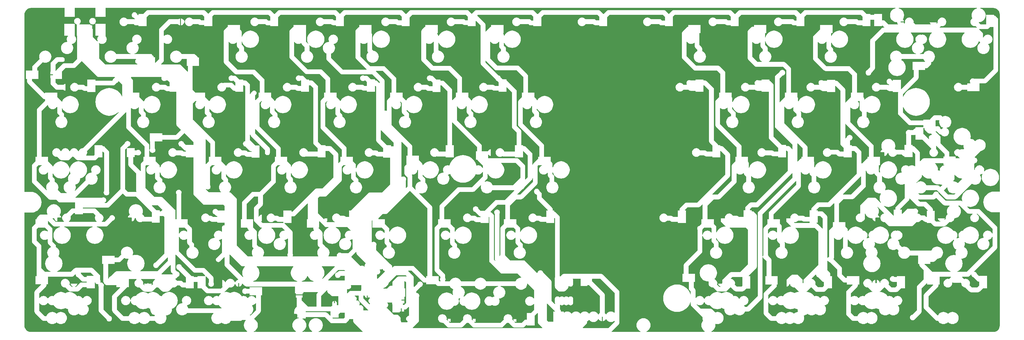
<source format=gbl>
%FSTAX23Y23*%
%MOIN*%
%SFA1B1*%

%IPPOS*%
%AMD24*
4,1,8,0.099000,0.098500,-0.099000,0.098500,-0.197000,0.000500,-0.197000,-0.000500,-0.099000,-0.098500,0.099000,-0.098500,0.197000,-0.000500,0.197000,0.000500,0.099000,0.098500,0.0*
1,1,0.196000,0.099000,0.000500*
1,1,0.196000,-0.099000,0.000500*
1,1,0.196000,-0.099000,-0.000500*
1,1,0.196000,0.099000,-0.000500*
%
%ADD10R,0.055000X0.043000*%
%ADD11R,0.043000X0.055000*%
%ADD13C,0.014000*%
%ADD14C,0.015000*%
%ADD15C,0.012000*%
%ADD16C,0.004000*%
%ADD17C,0.004000*%
%ADD18R,0.080000X0.080000*%
%ADD19C,0.080000*%
%ADD20C,0.059000*%
%ADD21C,0.098000*%
%ADD22C,0.008000*%
%ADD23C,0.039000*%
G04~CAMADD=24~8~0.0~0.0~3940.0~1970.0~980.0~0.0~15~0.0~0.0~0.0~0.0~0~0.0~0.0~0.0~0.0~0~0.0~0.0~0.0~0.0~3940.0~1970.0*
%ADD24D24*%
%ADD25C,0.276000*%
%ADD26C,0.276000*%
%ADD27C,0.005000*%
%ADD28C,0.060000*%
%ADD29C,0.039000*%
%ADD30C,0.024000*%
%ADD31C,0.024000*%
%ADD32R,0.045000X0.055000*%
%ADD33O,0.015000X0.059000*%
%ADD34R,0.015000X0.059000*%
%ADD35R,0.059000X0.015000*%
%ADD36R,0.020000X0.063000*%
%ADD37O,0.020000X0.063000*%
%ADD38R,0.079000X0.098000*%
%ADD39R,0.020000X0.091000*%
%ADD40R,0.051000X0.039000*%
%ADD41R,0.051000X0.061000*%
%ADD42R,0.039000X0.051000*%
%ADD43C,0.012000*%
G36*
X52223Y58944D02*
Y58731D01*
X52208*
Y5868*
X52174Y58646*
X52169Y5864*
X52166Y58634*
Y58627*
Y58332*
X52162Y5833*
X52155Y58325*
X52151Y5832*
X52146Y58322*
Y58784*
X52145Y5879*
Y58791*
X52142Y58798*
X52138Y58803*
X52097Y58845*
X52091Y58849*
X52085Y58852*
X52078Y58853*
X52033*
Y58865*
X52021*
X52019Y5887*
X52051Y58902*
X52163*
X5217Y58903*
X52177Y58906*
X52182Y5891*
X52218Y58946*
X52223Y58944*
G37*
G36*
X46192D02*
Y58762D01*
X4618*
Y58667*
X46253*
Y58656*
X46254Y58649*
X46257Y58643*
X46261Y58637*
X46262Y58636*
X4626Y58631*
X46256*
X46243Y58625*
X46232Y58617*
X46223Y58606*
X46218Y58593*
X46216Y58579*
X46218Y58565*
X46223Y58552*
X46232Y58541*
X46243Y58532*
X46256Y58527*
X4627Y58525*
X46284Y58527*
X46297Y58532*
X46301Y58535*
X46306Y58533*
Y5847*
X46307Y58463*
X46309Y58456*
X46314Y5845*
X46327Y58438*
X46326Y58433*
X46321Y58428*
X46312Y58417*
X46306Y58405*
X46302Y58392*
X463Y58379*
X46302Y58365*
X46306Y58352*
X46312Y5834*
X4631Y58335*
X46022*
X46019Y5834*
X46021Y58345*
X46022Y58353*
X46021Y58361*
X46018Y58369*
X46017Y5837*
Y58612*
X46016Y58619*
X46015Y58623*
X46013Y58625*
X46009Y58631*
X45928Y58712*
X45923Y58716*
X45925Y58721*
X46003*
Y58784*
Y58796*
X46026*
X46033Y58797*
X4604Y588*
X46046Y58804*
X46187Y58945*
X46192Y58944*
G37*
G36*
X51787Y59198D02*
Y59158D01*
X5148Y58851*
X51476Y58846*
X51473Y58839*
Y58832*
Y58762*
X51458*
Y58711*
X5142Y58672*
X51415Y58667*
X51413Y5866*
X51412Y58653*
Y58349*
X51411Y58348*
X51408Y58341*
X51407Y58337*
X51402*
Y5882*
X51782Y592*
X51787Y59198*
G37*
G36*
X47048Y58192D02*
X47051Y58186D01*
X47056Y58179*
X47062Y58174*
X4707Y58171*
X47075Y5817*
X47076Y58166*
X47075Y58165*
X4707Y58161*
X4699Y58081*
X46985Y58082*
Y58126*
X46989Y5813*
X46997Y58131*
X47005Y58134*
X47012Y58139*
X47017Y58146*
X4702Y58154*
X47021Y58162*
X4702Y5817*
X47017Y58178*
X47016Y58179*
Y58184*
X4702Y58187*
X47024Y58186*
X47032Y58187*
X4704Y58191*
X47043Y58193*
X47048Y58192*
G37*
G36*
X46747Y58385D02*
Y58379D01*
X46748Y58372*
X46751Y58366*
X46755Y5836*
X46856Y58259*
Y58254*
X46852Y58252*
X46847Y58245*
X46844Y58237*
X46842Y58229*
X46844Y58221*
Y5822*
X46839Y58218*
X46838Y5822*
X46831Y58225*
X46823Y58229*
X46815Y5823*
X46806Y58229*
X46799Y58225*
X46798*
X46793Y58226*
X46792Y58228*
X46788Y58234*
X4677Y58251*
X46694Y58327*
X46691Y5833*
Y58335*
X46743Y58387*
X46747Y58385*
G37*
G36*
X44093Y58315D02*
X44106Y58311D01*
X4412Y58309*
X44134Y58311*
X44137Y58307*
X4413Y58293*
X44124Y58275*
X44122Y58255*
X44124Y58236*
X4413Y58217*
X44139Y582*
X44151Y58185*
X44166Y58173*
X44173Y58169*
X44171Y58165*
X44002*
X43996Y58164*
X43995*
X43988Y58161*
X43983Y58157*
X43934Y58108*
X43933*
X43925Y58104*
X43918Y58099*
X43913Y58093*
X4391Y58085*
X43909Y58078*
X43904*
Y58249*
X43977*
Y5827*
X44029*
X44036*
X44042Y58273*
X44048Y58278*
X44088Y58317*
X44093Y58315*
G37*
G36*
X43145Y59379D02*
X43136Y59375D01*
X43125Y59367*
X43116Y59356*
X43111Y59343*
X43109Y59329*
X43111Y59315*
X43116Y59302*
X43125Y59291*
X43136Y59282*
X43149Y59277*
X43163Y59275*
X43177Y59277*
X4319Y59282*
X43201Y59291*
X4321Y59302*
X43215Y59301*
Y59239*
X43216Y59232*
X43218Y59225*
X43223Y59219*
X43236Y59206*
Y59193*
X43224Y59187*
X43214Y59178*
X43205Y59167*
X43199Y59155*
X43195Y59142*
X43193Y59129*
X43195Y59115*
X43199Y59102*
X43201Y59099*
X43197Y59096*
X43085Y59207*
Y59364*
X43105Y59384*
X43144*
X43145Y59379*
G37*
G36*
X48179Y59152D02*
X48176Y59142D01*
X48174Y59129*
X48176Y59115*
X4818Y59102*
X48186Y5909*
X48195Y5908*
X48205Y59071*
X48217Y59065*
X4823Y59061*
X48244Y59059*
X48258Y59061*
X48271Y59065*
X48283Y59071*
X48293Y5908*
X48302Y5909*
X48306Y59097*
X48553*
X48555*
X48558Y59093*
X48448Y58983*
X48352*
X48345*
X48339Y5898*
X48333Y58975*
X48218Y58861*
X48172*
X48146Y58887*
Y58888*
X48143Y58895*
X48138Y58902*
X48131Y58907*
X48123Y58911*
X48115Y58912*
X48107Y58911*
X48099Y58907*
X48092Y58902*
X48087Y58895*
X48084Y58888*
X48083Y58879*
X48084Y58871*
X48087Y58863*
X48092Y58857*
X48099Y58851*
X48107Y58848*
X48108*
X48154Y58802*
X48159Y58798*
X48166Y58795*
X48172Y58794*
Y58786*
X4813*
X48122Y58794*
X48117Y58798*
X4811Y58801*
X48103Y58802*
X48064*
X48063Y58804*
X48055Y58814*
X48045Y58822*
X48033Y58827*
X4802Y58829*
X48007Y58827*
X47995Y58822*
X47985Y58814*
X47977Y58804*
X47972Y58792*
X4797Y58779*
X47972Y58766*
X47977Y58754*
X47985Y58743*
X47995Y58735*
X48007Y5873*
X4802Y58729*
X48033Y5873*
X48045Y58735*
X48055Y58743*
X48058Y58747*
X48092*
X481Y58739*
X48105Y58735*
X48112Y58732*
X48113*
X48119Y58731*
X48172*
Y58719*
X48263*
Y58782*
Y58789*
X48267Y58791*
X48271Y58787*
Y58285*
X48272Y58278*
X48274Y58271*
X48279Y58265*
X48397Y58148*
X48402Y58143*
X48409Y58141*
X48416Y5814*
X48594*
X48637Y58097*
X48635Y58092*
X48622Y58091*
X48609Y58087*
X48597Y5808*
X48586Y58072*
X48577Y58061*
X48571Y5805*
X48234*
X48228Y58061*
X48219Y58072*
X48209Y58081*
X48197Y58087*
X48184Y58091*
X4817Y58092*
X48156Y58091*
X48143Y58087*
X48131Y58081*
X48121Y58072*
X48112Y58061*
X48106Y5805*
X47947*
X47941Y58061*
X47932Y58072*
X47922Y58081*
X4791Y58087*
X47897Y58091*
X47883Y58092*
X47869Y58091*
X47856Y58087*
X47844Y58081*
X47834Y58072*
X47825Y58061*
X47819Y5805*
X47766*
X47763Y58054*
X47766Y58057*
X47769Y58065*
X4777Y58073*
X47769Y58082*
X47766Y58089*
X47765Y5809*
Y58116*
X47764Y58123*
X47762Y58129*
X47757Y58135*
X47745Y58147*
X47743Y58148*
X47697Y58194*
Y58646*
X47718Y58667*
X47795*
X47822Y5864*
Y58606*
X47817Y58605*
Y58606*
X47808Y58617*
X47797Y58625*
X47784Y58631*
X4777Y58633*
X47756Y58631*
X47743Y58625*
X47732Y58617*
X47723Y58606*
X47718Y58593*
X47716Y58579*
X47718Y58565*
X47723Y58552*
X47732Y58541*
X47743Y58532*
X47756Y58527*
X4777Y58525*
X47784Y58527*
X47797Y58532*
X47808Y58541*
X47817Y58552*
X47822Y58551*
Y5849*
X47823Y58483*
X47825Y58476*
X4783Y58471*
X47848Y58452*
Y58444*
X47843Y58443*
X47831Y58437*
X47821Y58428*
X47812Y58417*
X47806Y58405*
X47802Y58392*
X478Y58379*
X47802Y58365*
X47806Y58352*
X47812Y5834*
X47821Y5833*
X47831Y58321*
X47843Y58315*
X47856Y58311*
X4787Y58309*
X47884Y58311*
X47897Y58315*
X47909Y58321*
X47919Y5833*
X47928Y5834*
X47934Y58352*
X47938Y58365*
X4794Y58379*
X47938Y58392*
X47934Y58405*
X47928Y58417*
X47919Y58428*
X47909Y58437*
X47902Y5844*
Y58464*
X47901Y58471*
X47899Y58477*
X47894Y58483*
X47876Y58501*
Y58535*
X47881Y58536*
X47888Y58524*
X479Y58509*
X47915Y58497*
X47932Y58487*
X47951Y58482*
X4797Y5848*
X47989Y58482*
X48008Y58487*
X48025Y58497*
X4804Y58509*
X48052Y58524*
X48061Y58541*
X48067Y58559*
X48069Y58579*
X48067Y58598*
X48061Y58617*
X48052Y58634*
X4804Y58649*
X48025Y58661*
X48008Y5867*
X47989Y58676*
X4797Y58678*
X47951Y58676*
X47932Y5867*
X47915Y58661*
X479Y58649*
X47888Y58634*
X47881Y58621*
X47876Y58622*
Y58651*
X47875Y58658*
X47873Y58665*
X47868Y58671*
X47828Y58711*
Y58762*
X47754*
Y58899*
X47932Y59077*
X48085*
X48092Y59078*
X48099Y5908*
X48105Y59085*
X48174Y59154*
X48179Y59152*
G37*
G36*
X51295Y60791D02*
X51306Y60782D01*
X51319Y60777*
X51333Y60775*
X51347Y60777*
X5136Y60782*
X51371Y60791*
X51372Y60792*
X51377Y60791*
Y60755*
X51378Y60748*
X51381Y60742*
X51385Y60736*
X51406Y60715*
Y60693*
X51394Y60687*
X51384Y60678*
X51375Y60667*
X51369Y60655*
X51365Y60642*
X51363Y60629*
X51365Y60615*
X51369Y60602*
X51375Y6059*
X51384Y6058*
X51393Y60572*
X51391Y60568*
X51344*
X51285Y60627*
Y60796*
X51289Y60798*
X51295Y60791*
G37*
G36*
X48454Y58762D02*
X48439D01*
Y58711*
X48405Y58676*
X48401Y58671*
X48398Y58664*
X48397Y58657*
Y58354*
X48396Y58353*
X48393Y58345*
X48392Y5834*
X48387Y58341*
Y58826*
X48388Y58827*
X48391Y58834*
X48392Y58843*
X48391Y58851*
X48388Y58859*
X48383Y58866*
X48376Y58871*
X48368Y58874*
X4836Y58875*
X48352Y58874*
X48344Y58871*
X48337Y58866*
X48332Y58859*
X48329Y58851*
X48328Y58843*
X48329Y58834*
X48332Y58827*
X48333Y58826*
Y58307*
X48334Y583*
X48336Y58293*
X4834Y58288*
X48337Y58285*
X48325Y58296*
Y58799*
X48324Y58805*
Y58806*
X48322Y58812*
X48317Y58818*
X48295Y58841*
X48289Y58845*
X48286Y58846*
X48285Y58851*
X48363Y58929*
X48454*
Y58762*
G37*
G36*
X47335Y59586D02*
Y59494D01*
X4732*
Y59399*
X47322*
X47324Y59394*
X47306Y59376*
X47301Y5937*
X47299Y59364*
X47298Y59357*
Y59292*
X47299Y59285*
X47301Y59278*
X47306Y59272*
X47335Y59244*
Y59138*
X47319Y59122*
X47314Y59124*
Y59204*
X47315Y59205*
X47318Y59212*
X47319Y59221*
X47318Y59229*
X47315Y59237*
X4731Y59244*
X47303Y59249*
X47295Y59252*
X47287Y59253*
X47279Y59252*
X47271Y59249*
X47266Y59251*
Y59648*
X47271Y5965*
X47335Y59586*
G37*
G36*
X45126Y59379D02*
X45117Y59375D01*
X45106Y59367*
X45097Y59356*
X45092Y59343*
X4509Y59329*
X45092Y59315*
X45097Y59302*
X45106Y59291*
X45117Y59282*
X4513Y59277*
X45144Y59275*
X45158Y59277*
X45171Y59282*
X45182Y59291*
X45191Y59302*
X45195Y59312*
X452Y59311*
Y59241*
X45201Y59234*
X45203Y59227*
X45208Y59222*
X45223Y59206*
Y59195*
X45217Y59193*
X45205Y59187*
X45195Y59178*
X45186Y59167*
X4518Y59155*
X45176Y59142*
X45174Y59129*
X45176Y59115*
X4518Y59102*
X45186Y5909*
X45195Y5908*
X45198Y59077*
X45196Y59072*
X45055*
X45023Y59105*
X45024Y5911*
X45026Y59111*
X45029Y59108*
X45037Y59105*
X45045Y59104*
X45054Y59105*
X45061Y59108*
X45068Y59114*
X45073Y5912*
X45076Y59128*
X45077Y59136*
X45076Y59145*
X45073Y59152*
X45072Y59153*
Y59364*
X45092Y59384*
X45125*
X45126Y59379*
G37*
G36*
X44622Y58234D02*
Y58169D01*
X44623Y58162*
X44625Y58155*
X4463Y5815*
X44644Y58135*
X44642Y58131*
X44518*
X44516Y58135*
X44617Y58236*
X44622Y58234*
G37*
G36*
X46191Y58109D02*
X46201Y58092D01*
X46213Y58077*
X46228Y58064*
X46245Y58055*
X46258Y58051*
X46257Y58046*
X46121*
X4612Y58051*
X46133Y58055*
X4615Y58064*
X46165Y58077*
X46177Y58092*
X46186Y58109*
X46191*
G37*
G36*
X53859Y61183D02*
X53847Y61179D01*
X53834Y61172*
X53821Y61162*
X53811Y6115*
X53804Y61136*
X53799Y61121*
X53798Y61105*
X53799Y61089*
X53804Y61074*
X53806Y6107*
X53798Y61064*
X5379Y61054*
X53785Y61042*
X53783Y61029*
X53785Y61016*
X5379Y61004*
X53798Y60993*
X53808Y60985*
X5382Y6098*
X53833Y60979*
X53843Y6098*
X53858Y60966*
X53855Y60961*
X53852Y60962*
X53433*
X53431Y60966*
X53445Y6098*
X53458Y60979*
X53471Y6098*
X53483Y60985*
X53493Y60993*
X53501Y61004*
X53506Y61016*
X53508Y61029*
X53506Y61042*
X53501Y61054*
X53493Y61064*
X53483Y61072*
X53471Y61077*
X53458Y61079*
X53445Y61077*
X53433Y61072*
X53423Y61064*
X53415Y61054*
X5341Y61042*
X53408Y61029*
X53409Y61021*
X53399Y61011*
X53395Y61014*
X53397Y61018*
Y61024*
X53319*
Y61018*
X53323Y61009*
X53327Y61004*
X53325Y60999*
X53154*
X53132Y61021*
X53133Y61029*
X53131Y61042*
X53126Y61054*
X53118Y61064*
X53108Y61072*
X53096Y61077*
X53083Y61079*
X5307Y61077*
X53058Y61072*
X53048Y61064*
X5304Y61054*
X53035Y61042*
X53033Y61029*
X53034Y61021*
X53024Y61011*
X5302Y61014*
X53022Y61018*
Y61024*
X52983*
Y61034*
X53022*
Y61039*
X53018Y61049*
X53011Y61057*
X5301Y61058*
Y6106*
X53017Y61074*
X53022Y61089*
X53024Y61105*
X53022Y61121*
X53017Y61136*
X5301Y6115*
X53Y61162*
X52988Y61172*
X52974Y61179*
X52962Y61183*
X52963Y61188*
X53858*
X53859Y61183*
G37*
G36*
X46617Y58173D02*
X46615Y58168D01*
X46554*
X46547Y58167*
X4654Y58164*
X46535Y5816*
X46528Y58153*
X46527*
X46519Y5815*
X46512Y58145*
X46507Y58138*
X46504Y5813*
X46503Y58122*
X46504Y58113*
X46507Y58106*
X46512Y58099*
X46519Y58094*
X46527Y58091*
X46535Y58089*
X46543Y58091*
X46551Y58094*
X46558Y58099*
X46563Y58106*
X46566Y58113*
Y58114*
X46614*
X46615Y58112*
Y58109*
Y58106*
Y58062*
X46613Y5806*
X46427*
X46425Y58065*
X4654Y5818*
X4661*
X46617Y58173*
G37*
G36*
X48627Y59357D02*
Y59237D01*
X48541Y59152*
X48309*
X48308Y59155*
X48302Y59167*
X48293Y59178*
X48283Y59187*
X48271Y59193*
X48258Y59197*
X48244Y59198*
X4823Y59197*
X48221Y59194*
X48218Y59198*
X48244Y59224*
X48249Y5923*
X48251Y59236*
X48252Y59243*
Y59282*
X48257Y59283*
X48262Y59274*
X48274Y59259*
X48289Y59247*
X48306Y59237*
X48325Y59232*
X48344Y5923*
X48363Y59232*
X48382Y59237*
X48399Y59247*
X48414Y59259*
X48426Y59274*
X48435Y59291*
X48441Y59309*
X48443Y59329*
X48441Y59348*
X48435Y59367*
X48426Y59384*
X48414Y59399*
X48408Y59404*
X48409Y59409*
X48576*
X48627Y59357*
G37*
G36*
X53606Y59274D02*
X53618Y59259D01*
X53633Y59247*
X5365Y59237*
X53669Y59232*
X53688Y5923*
X53689Y59225*
X53642Y59178*
X53637*
X53627Y59187*
X53615Y59193*
X53602Y59197*
X53588Y59198*
X53586Y59203*
X53593Y5921*
X53597Y59216*
X536Y59222*
Y59223*
X53601Y59229*
Y59273*
X53606Y59274*
G37*
G36*
X46026Y58218D02*
X46025Y58217D01*
X46013Y58202*
X46003Y58184*
X45998Y58166*
X45996Y58147*
X45998Y58127*
X46003Y58109*
X46013Y58092*
X46025Y58077*
X4604Y58064*
X46057Y58055*
X4607Y58051*
X46069Y58046*
X45565*
X45564Y58051*
X45577Y58055*
X45594Y58064*
X45609Y58077*
X45621Y58092*
X4563Y58109*
X45636Y58127*
X45638Y58147*
X45636Y58166*
X4563Y58184*
X45621Y58202*
X45609Y58217*
X45607Y58218*
X45609Y58223*
X46025*
X46026Y58218*
G37*
G36*
X43737Y58117D02*
X43735Y58112D01*
X43659*
Y581*
X4363*
X43595Y58135*
Y58136*
X43592Y58144*
X4359Y58146*
X43592Y5815*
X43704*
X43737Y58117*
G37*
G36*
X47324Y58109D02*
X47322Y58104D01*
X47321Y58105*
X47231*
X47225Y58104*
X47224*
X47217Y58101*
X47212Y58097*
X47168Y58052*
X47163Y58047*
X47161Y5804*
X4716Y58033*
Y57998*
X47142*
X47135Y57997*
X47128Y57995*
X47122Y5799*
X47098Y57966*
X47059*
Y57974*
X4706*
X47067Y57975*
X47074Y57978*
X4708Y57982*
X47111Y58013*
X47116Y58019*
X47118Y58026*
X47119Y58033*
X47203Y58118*
X47315*
X47324Y58109*
G37*
G36*
X53795Y58128D02*
Y58127D01*
X53796Y58119*
X538Y58111*
X53805Y58105*
X53811Y58099*
X53819Y58096*
X5382*
X53863Y58053*
X53869Y58049*
X53875Y58046*
X53883Y58045*
Y58033*
Y58002*
X5386Y57979*
X53802*
X53774Y58007*
X53777Y58016*
X53779Y58029*
X53777Y58042*
X53772Y58054*
X53764Y58064*
X53754Y58072*
X53742Y58077*
X53729Y58079*
X53716Y58077*
X53711Y58075*
X53688Y58099*
X53691Y58103*
X53753*
X5376Y58104*
X53766Y58107*
X53772Y58111*
X53791Y5813*
X53795Y58128*
G37*
G36*
X465Y58218D02*
X46362Y58079D01*
X46358Y58083*
X46365Y58092*
X46374Y58109*
X4638Y58127*
X46382Y58147*
X4638Y58166*
X46374Y58184*
X46365Y58202*
X46353Y58217*
X46351Y58218*
X46353Y58223*
X46498*
X465Y58218*
G37*
G36*
X44878Y58157D02*
D01*
X44884Y58153*
X4489Y5815*
X44897*
X44983*
X45016Y58116*
X45015Y58111*
X44928*
Y58098*
X44886*
Y5811*
X44859*
X44747Y58222*
X44746Y58223*
X44743Y58231*
X44738Y58238*
X44731Y58243*
X44724Y58246*
X44715Y58247*
X44707Y58246*
X44699Y58243*
X44692Y58238*
X44687Y58231*
X44684Y58223*
X44683Y58215*
X44684Y58207*
X44687Y58199*
X44692Y58192*
X44699Y58187*
X44707Y58184*
X44708*
X44795Y58097*
Y58035*
X44768*
X44755Y58048*
X44749Y58052*
X44742Y58055*
X44735Y58056*
X44694*
X44687Y58064*
X44677Y58072*
X44673Y58074*
Y58079*
X44676Y5808*
X44682Y58084*
X44697Y58099*
X44698*
X44706Y58102*
X44713Y58108*
X44718Y58114*
X44721Y58122*
X44722Y5813*
X44721Y58139*
X44718Y58147*
X44713Y58153*
X44706Y58158*
X44698Y58162*
X44694*
X44676Y5818*
Y58353*
X44681Y58355*
X44878Y58157*
G37*
G36*
X45426Y5823D02*
X45431Y58226D01*
X45438Y58223*
X45445*
X45469*
X4547Y58218*
X45469Y58217*
X45457Y58202*
X45447Y58184*
X45442Y58166*
X4544Y58147*
X45442Y58127*
X45447Y58109*
X45451Y58102*
X45447Y58099*
X45293Y58253*
Y58357*
X45298Y58359*
X45426Y5823*
G37*
G36*
X43212Y58635D02*
Y58624D01*
X43207Y58622*
X43203Y58625*
X4319Y58631*
X43176Y58633*
X43162Y58631*
X43149Y58625*
X43138Y58617*
X43129Y58606*
X43124Y58593*
X43122Y58579*
X43124Y58565*
X43129Y58552*
X43138Y58541*
X43149Y58532*
X43162Y58527*
X43176Y58525*
X4319Y58527*
X43203Y58532*
X43207Y58535*
X43212Y58533*
Y58496*
X43213Y58489*
X43215Y58482*
X4322Y58476*
X43249Y58447*
X43248Y58442*
X43237Y58437*
X43227Y58428*
X43218Y58417*
X43212Y58405*
X43208Y58392*
X43206Y58379*
X43208Y58365*
X43212Y58352*
X43218Y5834*
X43221Y58337*
X4322Y58332*
X43211Y58324*
X43199Y58309*
X4319Y58292*
X43184Y58274*
X43182Y58254*
X43184Y58235*
X4319Y58216*
X43199Y58199*
X43211Y58184*
X43226Y58172*
X43243Y58163*
X43244*
X43243Y58158*
X43182*
X43139Y58201*
Y58453*
X43138Y58459*
Y5846*
X43136Y58466*
X43131Y58472*
X43085Y58518*
Y58649*
X43103Y58667*
X4318*
X43212Y58635*
G37*
G36*
X4488Y59649D02*
Y59615D01*
X44795*
X44794*
X44772Y59637*
Y59638*
X44769Y59645*
X44764Y59652*
X44757Y59657*
X44749Y59661*
X44741Y59662*
X44733Y59661*
X44725Y59657*
X44718Y59652*
X44713Y59645*
X4471Y59638*
X44709Y59629*
X4471Y59621*
X44713Y59613*
X44718Y59607*
X44725Y59601*
X44733Y59598*
X44734*
X44776Y59556*
X44781Y59552*
X44788Y59549*
X44789*
X44795Y59548*
Y5954*
X44769*
X44765Y59544*
X4476Y59548*
X44753Y59551*
X44746Y59552*
X44688*
X44687Y59554*
X44679Y59564*
X44669Y59572*
X44657Y59577*
X44644Y59579*
X44631Y59577*
X44619Y59572*
X44609Y59564*
X44601Y59554*
X44596Y59542*
X44594Y59529*
X44596Y59516*
X44601Y59504*
X44609Y59493*
X44619Y59485*
X44631Y5948*
X44644Y59479*
X44657Y5948*
X44669Y59485*
X44679Y59493*
X44682Y59497*
X44735*
X44739Y59493*
X44745Y59489*
X44751Y59486*
X44758Y59485*
X44795*
Y59473*
X4488*
Y59057*
X44881Y59049*
X44883Y59043*
X44888Y59037*
X44987Y58938*
X44993Y58933*
X44999Y58931*
X45007Y5893*
X45226*
X45238Y58917*
Y58864*
X45161*
Y58866*
X45155Y58873*
X45149Y58878*
X45141Y58881*
X45133Y58882*
X45124Y58881*
X45116Y58878*
X4511Y58873*
X45105Y58866*
X45101Y58858*
X451Y5885*
X45101Y58842*
X45105Y58834*
X4511Y58827*
X45116Y58822*
X45124Y58819*
X45125*
X45142Y58802*
X45148Y58798*
X45154Y58795*
X45155*
X45156*
Y58789*
X45104*
X45099Y58794*
X45093Y58798*
X45086Y58801*
X45079Y58802*
X45064*
X45063Y58804*
X45055Y58814*
X45045Y58822*
X45033Y58827*
X4502Y58829*
X45007Y58827*
X44995Y58822*
X44985Y58814*
X44977Y58804*
X44972Y58792*
X4497Y58779*
X44972Y58766*
X44977Y58754*
X44985Y58743*
X44995Y58735*
X45007Y5873*
X4502Y58729*
X45033Y5873*
X45045Y58735*
X45055Y58743*
X45058Y58747*
X45068*
X45073Y58742*
X45079Y58738*
X45085Y58735*
X45086*
X45092Y58734*
X45156*
Y58722*
X45238*
Y58695*
X45236Y58693*
X45229*
X45222Y5869*
X45216Y58685*
X45212Y5868*
X45209Y58673*
X45208Y58666*
Y58622*
X45204Y5862*
X45197Y58625*
X45184Y58631*
X4517Y58633*
X45156Y58631*
X45143Y58625*
X45132Y58617*
X45123Y58606*
X45118Y58593*
X45116Y58579*
X45118Y58565*
X45123Y58552*
X4512Y58548*
X45106Y58547*
X45093Y58543*
X45081Y58537*
X45071Y58528*
X45062Y58517*
X45056Y58505*
X45052Y58492*
X4505Y58479*
X45052Y58465*
X45056Y58452*
X45062Y5844*
X45071Y5843*
X45081Y58421*
X45093Y58415*
X45106Y58411*
X4512Y58409*
X45134Y58411*
X45147Y58415*
X45159Y58421*
X45169Y5843*
X45178Y5844*
X45184Y58452*
X45188Y58465*
X4519Y58479*
X45188Y58492*
X45184Y58505*
X45178Y58517*
X45175Y58521*
X45177Y58526*
X45184Y58527*
X45197Y58532*
X45204Y58537*
X45208Y58535*
Y5838*
X45147Y58318*
X45142Y58313*
X45139Y58306*
X45138Y58299*
X45139Y58292*
X45142Y58285*
X45147Y58279*
X45152Y58275*
X45159Y58272*
X45166Y58271*
X45173Y58272*
X4518Y58275*
X45186Y58279*
X45233Y58327*
X45238Y58325*
Y58241*
X45239Y58234*
X45241Y58228*
X45246Y58222*
X45395Y58073*
X45393Y58068*
X45388Y58067*
X45378Y58063*
X4537Y58057*
X45364Y58049*
X4536Y58039*
X45355*
X45354Y58042*
X45349Y58054*
X45341Y58064*
X45331Y58072*
X45319Y58077*
X45306Y58079*
X45302Y58078*
X45298Y58079*
X45285Y58077*
X45273Y58072*
X45263Y58064*
X45255Y58054*
X4525Y58042*
Y58039*
X45245*
X45241Y58049*
X45234Y58057*
X45226Y58063*
X45216Y58067*
X45211Y58068*
Y58029*
Y5799*
X45214*
X45216Y57985*
X45196Y57966*
X45055*
X4502Y58001*
Y58032*
Y58106*
X45024Y58108*
X45057Y58075*
Y58037*
X45056Y58036*
X45053Y58028*
X45052Y5802*
X45053Y58011*
X45056Y58004*
X45061Y57997*
X45068Y57992*
X45076Y57989*
X45084Y57987*
X45092Y57989*
X451Y57992*
X45107Y57997*
X45112Y58004*
X45115Y58011*
X45116Y5802*
X45115Y58028*
X45112Y58036*
X45111Y58037*
Y58087*
X4511Y58094*
X45109Y58097*
X45108Y581*
X45103Y58106*
X45013Y58196*
X45007Y582*
X45001Y58203*
X44994Y58204*
X44909*
X44715Y58397*
Y58558*
X4472Y58559*
X44723Y58552*
X44732Y58541*
X44743Y58532*
X44756Y58527*
X4477Y58525*
X44784Y58527*
X44797Y58532*
X44804Y58538*
X44809Y58535*
Y58496*
X4481Y58489*
X44812Y58483*
X44817Y58477*
X44833Y5846*
Y58438*
X44831Y58437*
X44821Y58428*
X44812Y58417*
X44806Y58405*
X44802Y58392*
X448Y58379*
X44802Y58365*
X44806Y58352*
X44812Y5834*
X44821Y5833*
X44831Y58321*
X44843Y58315*
X44856Y58311*
X4487Y58309*
X44884Y58311*
X44897Y58315*
X44909Y58321*
X44919Y5833*
X44928Y5834*
X44934Y58352*
X44938Y58365*
X4494Y58379*
X44938Y58392*
X44934Y58405*
X44928Y58417*
X44919Y58428*
X44909Y58437*
X44897Y58443*
X44888Y58446*
Y58472*
X44887Y58479*
X44884Y58485*
X4488Y58491*
X44863Y58507*
Y58651*
X44862Y58659*
X4486Y58665*
X44855Y58671*
X44815Y58711*
Y58762*
X44742*
Y59055*
X44744Y59062*
X44745Y5907*
X44744Y59079*
X44741Y59086*
X44736Y59093*
X44729Y59098*
X44722Y59101*
X44713Y59103*
X44705Y59101*
X44697Y59098*
X4469Y59093*
X44685Y59086*
X44682Y59079*
X44681Y5907*
X44682Y59062*
X44685Y59054*
X44687Y59052*
Y58762*
X44676*
Y58854*
X44675Y5886*
Y58861*
X44673Y58868*
X44668Y58873*
X44532Y5901*
X44526Y59015*
X44519Y59017*
X44512Y59018*
X44436*
X44332Y59122*
Y59377*
X44339Y59384*
X44375*
X44376Y59379*
X44367Y59375*
X44356Y59367*
X44347Y59356*
X44342Y59343*
X4434Y59329*
X44342Y59315*
X44347Y59302*
X44356Y59291*
X44367Y59282*
X4438Y59277*
X44394Y59275*
X44408Y59277*
X44421Y59282*
X44432Y59291*
X44436Y59296*
X44441Y59294*
Y59241*
X44442Y59234*
X44444Y59227*
X44449Y59222*
X44469Y59201*
Y59193*
X44467*
X44455Y59187*
X44445Y59178*
X44436Y59167*
X4443Y59155*
X44426Y59142*
X44424Y59129*
X44426Y59115*
X4443Y59102*
X44436Y5909*
X44445Y5908*
X44455Y59071*
X44467Y59065*
X4448Y59061*
X44494Y59059*
X44508Y59061*
X44521Y59065*
X44533Y59071*
X44543Y5908*
X44552Y5909*
X44558Y59102*
X44562Y59115*
X44564Y59129*
X44562Y59142*
X44558Y59155*
X44552Y59167*
X44543Y59178*
X44533Y59187*
X44523Y59191*
Y59213*
Y5922*
X4452Y59226*
X44515Y59232*
X44495Y59252*
Y59298*
X445Y59299*
X44503Y59291*
X44512Y59274*
X44524Y59259*
X44539Y59247*
X44556Y59237*
X44575Y59232*
X44594Y5923*
X44613Y59232*
X44632Y59237*
X44649Y59247*
X44664Y59259*
X44676Y59274*
X44685Y59291*
X44691Y59309*
X44693Y59329*
X44691Y59348*
X44685Y59367*
X44676Y59384*
X44664Y59399*
X44649Y59411*
X44632Y5942*
X44613Y59426*
X44594Y59428*
X44575Y59426*
X44556Y5942*
X44539Y59411*
X44524Y59399*
X44512Y59384*
X44503Y59367*
X445Y59358*
X44495Y59359*
Y59371*
X44494Y59378*
X44492Y59384*
X44487Y5939*
X44449Y59428*
Y59479*
X44375*
Y59554*
X4438*
X44381Y59547*
X44384Y5954*
X44389Y59533*
X44396Y59528*
X44404Y59525*
X44412Y59523*
X4442Y59525*
X44428Y59528*
X44435Y59533*
X4444Y5954*
X44443Y59547*
X44444Y59556*
X44443Y59564*
X4444Y59572*
X44439Y59573*
Y59657*
X44523*
Y59675*
X44689*
X44696Y59676*
X44702Y59678*
X44708Y59683*
X44777Y59751*
X4488Y59649*
G37*
G36*
X46383Y58681D02*
X46388Y58677D01*
X46395Y58674*
X46402*
X46428*
X4643Y58669*
X46415Y58661*
X464Y58649*
X46388Y58634*
X46379Y58617*
X46373Y58598*
X46371Y58579*
X46373Y58559*
X46379Y58541*
X46388Y58524*
X464Y58509*
X46415Y58497*
X46432Y58487*
X46451Y58482*
X4647Y5848*
X46489Y58482*
X46508Y58487*
X46525Y58497*
X4654Y58509*
X46552Y58524*
X46561Y58541*
X46567Y58559*
X46569Y58579*
X46567Y58598*
X46561Y58617*
X46552Y58634*
X4654Y58649*
X46525Y58661*
X4651Y58669*
X46512Y58674*
X46645*
X46682Y58636*
X4668Y58631*
X4667Y58633*
X46656Y58631*
X46643Y58625*
X46632Y58617*
X46623Y58606*
X46618Y58593*
X46616Y58579*
X46618Y58565*
X46623Y58552*
X4662Y58548*
X46606Y58547*
X46593Y58543*
X46581Y58537*
X46571Y58528*
X46562Y58517*
X46556Y58505*
X46552Y58492*
X4655Y58479*
X46552Y58465*
X46556Y58452*
X46562Y5844*
X46571Y5843*
X46581Y58421*
X46593Y58415*
X46606Y58411*
X4662Y58409*
X46634Y58411*
X46647Y58415*
X46659Y58421*
X46669Y5843*
X46678Y5844*
X46684Y58452*
X46688Y58465*
X4669Y58479*
X46688Y58492*
X46684Y58505*
X46678Y58517*
X46675Y58521*
X46677Y58526*
X46684Y58527*
X46697Y58532*
X46698Y58533*
X46703Y58531*
Y58424*
X46653Y58374*
X46574*
X46573Y58375*
X46565Y58378*
X46557Y58379*
X46548Y58378*
X46541Y58375*
X46534Y5837*
X46529Y58363*
X46526Y58355*
X46525Y58347*
X46526Y58339*
X46522Y58335*
X4643*
X46428Y5834*
X46434Y58352*
X46438Y58365*
X4644Y58379*
X46438Y58392*
X46434Y58405*
X46428Y58417*
X46419Y58428*
X46409Y58437*
X46397Y58443*
X46393Y58444*
X46391Y58449*
X46387Y58455*
X4636Y58481*
Y58604*
X46359Y58611*
X46357Y58617*
X46352Y58623*
X46313Y58662*
X46315Y58667*
X46322*
Y58736*
X46327Y58738*
X46383Y58681*
G37*
G36*
X51567Y58613D02*
X51562Y58612D01*
X51558Y58617*
X51547Y58625*
X51534Y58631*
X5152Y58633*
X51506Y58631*
X51493Y58625*
X51482Y58617*
X51473Y58606*
X51471Y586*
X51466Y58601*
Y58642*
X51491Y58667*
X51567*
Y58613*
G37*
G36*
X53258Y59804D02*
X53259Y59797D01*
X53262Y59791*
X53266Y59785*
X53298Y59753*
X53303Y59749*
X5331Y59746*
X53317*
X53333*
X53342Y59736*
X5334Y59732*
X53332Y59731*
X53324Y59727*
X53317Y59722*
X53312Y59715*
X53309Y59708*
X53308Y59699*
X53309Y59691*
X53312Y59684*
X53308Y59682*
X53254Y59736*
X53248Y5974*
X53246Y59741*
Y5981*
X53258*
Y59804*
G37*
G36*
X44809Y5864D02*
Y58622D01*
X44804Y5862*
X44797Y58625*
X44784Y58631*
X4477Y58633*
X44756Y58631*
X44743Y58625*
X44732Y58617*
X44723Y58606*
X4472Y58598*
X44715Y58599*
Y58667*
X44782*
X44809Y5864*
G37*
G36*
X53428Y59897D02*
X53427Y59892D01*
X53425Y59879*
X53427Y59865*
X53431Y59852*
X53437Y5984*
X53446Y5983*
X53456Y59821*
X53468Y59815*
X53471Y59814*
Y59809*
X53464Y59806*
X53454Y59798*
X53453Y59797*
X53448*
X53438Y59807*
Y59808*
X53435Y59816*
X5343Y59823*
X53423Y59828*
X53415Y59831*
X53407Y59832*
X53399Y59831*
X53391Y59828*
X53386Y5983*
Y59897*
X5339Y59901*
X53425*
X53428Y59897*
G37*
G36*
X53176Y58916D02*
X53181Y58912D01*
X53188Y58909*
X53189*
X53195Y58908*
X53252*
X53295Y58866*
X53293Y58861*
X53283*
Y58798*
Y58791*
X53278Y58789*
X53269Y58798*
X53263Y58802*
X53257Y58805*
X5325Y58806*
X53217*
X53211Y58814*
X53201Y58822*
X53189Y58827*
X53179Y58828*
X53177Y58833*
X53181Y58838*
X53184Y58846*
X53185Y58854*
X53184Y58863*
X53181Y58871*
X53176Y58877*
X53169Y58882*
X53161Y58886*
X53153Y58887*
X53145Y58886*
X53138Y58883*
X53072*
X53065Y58882*
X53058Y58879*
X53053Y58875*
X53003Y58825*
X52998Y58826*
Y5883*
Y58872*
X52979*
Y58878*
X53076Y58975*
X53081Y58981*
X53082Y58984*
X53083Y58988*
X53084Y58995*
Y59001*
X53089Y59003*
X53176Y58916*
G37*
G36*
X4715Y60365D02*
Y60215D01*
X47135*
Y60165*
X47105Y60134*
X471Y60128*
X47097Y60122*
Y60115*
Y6001*
X47092Y60007*
X4709Y60008*
X47081Y6001*
X47074Y60009*
X4707Y60012*
Y60352*
X47069Y60359*
X47068Y60363*
X47067Y60366*
X47062Y60371*
X46972Y60462*
X46974Y60466*
X47049*
X4715Y60365*
G37*
G36*
X45622Y58946D02*
X45581Y58905D01*
X45577Y589*
X45574Y58893*
X45573Y58886*
Y58754*
X45574Y58747*
X45577Y5874*
X45581Y58735*
X45642Y58673*
X45648Y58669*
X45654Y58666*
X45661*
X45663*
X45665Y58661*
X4565Y58649*
X45638Y58634*
X45629Y58617*
X45623Y58598*
X45621Y58579*
X45623Y58559*
X45629Y58541*
X45638Y58524*
X4565Y58509*
X45665Y58497*
X45682Y58487*
X45701Y58482*
X4572Y5848*
X45739Y58482*
X45758Y58487*
X45775Y58497*
X4579Y58509*
X45802Y58524*
X45811Y58541*
X45817Y58559*
X45819Y58579*
X45817Y58598*
X45811Y58617*
X45802Y58634*
X4579Y58649*
X45775Y58661*
X45777Y58666*
X45898*
X45927Y58637*
X45924Y58632*
X4592Y58633*
X45906Y58631*
X45893Y58625*
X45882Y58617*
X45873Y58606*
X45868Y58593*
X45866Y58579*
X45868Y58565*
X45873Y58552*
X4587Y58548*
X45856Y58547*
X45843Y58543*
X45831Y58537*
X45821Y58528*
X45812Y58517*
X45806Y58505*
X45802Y58492*
X458Y58479*
X45802Y58465*
X45806Y58452*
X45812Y5844*
X45821Y5843*
X45831Y58421*
X45843Y58415*
X45856Y58411*
X4587Y58409*
X45884Y58411*
X45897Y58415*
X45909Y58421*
X45919Y5843*
X45928Y5844*
X45934Y58452*
X45938Y58465*
X4594Y58479*
X45938Y58492*
X45934Y58505*
X45928Y58517*
X45925Y58521*
X45927Y58526*
X45934Y58527*
X45947Y58532*
X45958Y58541*
X45963Y58539*
Y5837*
X45962Y58369*
X45959Y58361*
X45958Y58353*
X45959Y58345*
X45961Y5834*
X45958Y58335*
X4568*
X45678Y5834*
X45684Y58352*
X45688Y58365*
X4569Y58379*
X45688Y58392*
X45684Y58405*
X45678Y58417*
X45669Y58428*
X45659Y58437*
X45647Y58443*
X45634Y58447*
X45628Y58448*
X45608Y58467*
Y58613*
X45607Y58619*
Y5862*
X45605Y58626*
X456Y58632*
X45565Y58667*
Y58762*
X45492*
Y58939*
X45574Y59022*
X45622*
Y58946*
G37*
G36*
X52092Y58773D02*
Y58657D01*
X52087Y58655*
X52031Y58711*
X52025Y58715*
X5202Y58718*
X52021Y58723*
X52033*
Y58786*
Y58798*
X52066*
X52092Y58773*
G37*
G36*
X51859Y58743D02*
X51865Y58739D01*
X51872Y58736*
X51879Y58735*
X51941*
Y58723*
X51938Y58719*
X51769*
X51763Y58725*
X51765Y58729*
X5177*
X51783Y5873*
X51795Y58735*
X51805Y58743*
X51808Y58747*
X51855*
X51859Y58743*
G37*
G36*
X50818Y5866D02*
Y58612D01*
X50813Y5861*
X50808Y58617*
X50797Y58625*
X50784Y58631*
X5077Y58633*
X50756Y58631*
X50743Y58625*
X50732Y58617*
X50723Y58606*
X50718Y58593*
X50717Y58587*
X50712*
Y58639*
X50713Y5864*
X50716Y58648*
Y58649*
X50734Y58667*
X50811*
X50818Y5866*
G37*
G36*
X44516Y60392D02*
Y60391D01*
X44515Y60382*
X44516Y60374*
X44519Y60366*
X44524Y60359*
X44531Y60354*
X44539Y60351*
X44547Y6035*
X44555Y60351*
X44563Y60354*
X44564Y60355*
X44588*
X44607Y60336*
Y6029*
Y60289*
X44585*
X44577Y60297*
X44572Y60301*
X44565Y60304*
X44558Y60305*
X44498*
X4449Y60314*
X4448Y60322*
X44468Y60327*
X44455Y60329*
X44442Y60327*
X4443Y60322*
X4442Y60314*
X44412Y60304*
X44407Y60292*
X44405Y60279*
X44407Y60266*
X44412Y60254*
X4442Y60243*
X4443Y60235*
X44442Y6023*
X44455Y60229*
X44468Y6023*
X4448Y60235*
X4449Y60243*
X44495Y6025*
X44547*
X44555Y60242*
X44561Y60238*
X44567Y60235*
X44574Y60234*
X44607*
Y60227*
X44686*
Y59854*
X44687Y59847*
X44689Y5984*
X44694Y59834*
X44738Y5979*
X44677Y5973*
X44523*
Y59748*
X44381*
Y59657*
X44385*
Y59573*
X44384Y59572*
X44381Y59564*
X4438Y59558*
X44375*
Y59609*
X44374Y59616*
X44371Y59623*
X44367Y59628*
X44164Y59831*
Y60037*
X44169Y60039*
X44178Y60032*
X44191Y60027*
X44205Y60025*
X44219Y60027*
X44232Y60032*
X44243Y60041*
X44251Y60051*
X44256Y60049*
Y59994*
X44257Y59987*
X44259Y5998*
X44264Y59975*
X44281Y59957*
Y59944*
X44278Y59943*
X44266Y59937*
X44256Y59928*
X44247Y59917*
X44241Y59905*
X44237Y59892*
X44235Y59879*
X44237Y59865*
X44241Y59852*
X44247Y5984*
X44256Y5983*
X44266Y59821*
X44278Y59815*
X44291Y59811*
X44305Y59809*
X44319Y59811*
X44332Y59815*
X44344Y59821*
X44354Y5983*
X44363Y5984*
X44369Y59852*
X44373Y59865*
X44375Y59879*
X44373Y59892*
X44369Y59905*
X44363Y59917*
X44354Y59928*
X44344Y59937*
X44335Y59941*
Y59969*
Y59976*
X44332Y59982*
X44327Y59988*
X4431Y60005*
Y60037*
X44315Y60038*
X44323Y60024*
X44335Y60009*
X4435Y59997*
X44367Y59987*
X44386Y59982*
X44405Y5998*
X44424Y59982*
X44443Y59987*
X4446Y59997*
X44475Y60009*
X44487Y60024*
X44496Y60041*
X44502Y60059*
X44504Y60079*
X44502Y60098*
X44496Y60117*
X44487Y60134*
X44475Y60149*
X4446Y60161*
X44443Y6017*
X44424Y60176*
X44405Y60178*
X44386Y60176*
X44367Y6017*
X4435Y60161*
X44335Y60149*
X44323Y60134*
X44314Y60117*
X44313Y60115*
X44308*
X44307Y60119*
X44302Y60124*
X44262Y60165*
Y60215*
X44188*
Y60349*
X44187Y60356*
X44185Y60363*
X4418Y60368*
X44168Y60381*
X44167Y60388*
X44165Y60392*
X44168Y60396*
X44514*
X44516Y60392*
G37*
G36*
X53518Y59129D02*
D01*
X5352Y59115*
X53524Y59102*
X5353Y5909*
X53539Y5908*
X53549Y59071*
X53561Y59065*
X53574Y59061*
X53588Y59059*
X53602Y59061*
X53607Y59062*
X5361Y59058*
X53597Y59046*
X53526*
X5348Y59092*
Y59097*
X53514Y59131*
X53518Y59129*
G37*
G36*
X48771Y59233D02*
Y59193D01*
X48623Y59045*
X48594*
X48592Y5905*
X48649Y59107*
X4865*
X48658Y5911*
X48664Y59115*
X48669Y59122*
X48673Y5913*
Y59131*
X48758Y59216*
X48763Y59222*
X48765Y59229*
Y5923*
X48766Y59233*
X48771*
G37*
G36*
X44118Y59576D02*
Y59477D01*
X44136*
Y59387*
X44137Y5938*
X4414Y59374*
X44144Y59368*
X44224Y59288*
Y59094*
X44225Y59087*
X44227Y59081*
X44224Y59077*
X4413*
X44099Y59108*
Y59564*
X44113Y59578*
X44118Y59576*
G37*
G36*
X52042Y58622D02*
Y58237D01*
X51872Y58068*
X51871*
Y58029*
X51861*
Y58071*
X51815Y58117*
X51809Y58122*
X51802Y58125*
X51795Y58126*
X51748*
X51741Y58125*
X51734Y58122*
X51728Y58117*
X51679Y58068*
X51677*
Y58029*
Y5799*
X51683*
X51692Y57994*
X517Y58001*
X51707Y58009*
X51711Y58018*
Y58019*
X51715Y58022*
X51717Y58021*
Y58016*
X51722Y58004*
X5173Y57993*
X51741Y57985*
X51753Y5798*
X51766Y57979*
X51769*
X51771*
X51813Y57937*
X51818Y57933*
X51819Y57932*
X51818Y57927*
X51816Y57928*
X51796Y57926*
X51778Y5792*
X51769Y57915*
X5176Y5792*
X51741Y57926*
X51722Y57928*
X51703Y57926*
X51684Y5792*
X51667Y57911*
X51652Y57899*
X5164Y57884*
X51637Y57878*
X5163Y57881*
X51616Y57883*
X51602Y57881*
X51589Y57875*
X51578Y57867*
X51571Y57859*
X51566*
X5156Y57867*
X51549Y57875*
X51536Y57881*
X51522Y57883*
X51508Y57881*
X51495Y57875*
X51484Y57867*
X51476Y57856*
X51473Y57849*
X51468Y5785*
Y5789*
X51556Y57978*
X5156Y57984*
X51563Y5799*
X51564Y57997*
Y58014*
X51576*
Y58109*
X51503*
Y58295*
Y58301*
X51502Y58302*
X515Y58309*
X51495Y58314*
X5147Y58339*
Y58341*
X51467Y58348*
X51466Y58349*
Y58556*
X51471Y58557*
X51473Y58552*
X51482Y58541*
X51493Y58532*
X51506Y58527*
X5152Y58525*
X51534Y58527*
X51547Y58532*
X51558Y58541*
X51562Y58546*
X51567Y58544*
Y58526*
X51568Y58519*
X5157Y58512*
X51575Y58506*
X51602Y58479*
Y58446*
X51593Y58443*
X51581Y58437*
X51571Y58428*
X51562Y58417*
X51556Y58405*
X51552Y58392*
X5155Y58379*
X51552Y58365*
X51556Y58352*
X51562Y5834*
X51571Y5833*
X51581Y58321*
X51593Y58315*
X51606Y58311*
X5162Y58309*
X51634Y58311*
X51647Y58315*
X51659Y58321*
X51669Y5833*
X51678Y5834*
X51684Y58352*
X51688Y58365*
X5169Y58379*
X51688Y58392*
X51684Y58405*
X51678Y58417*
X51669Y58428*
X51659Y58437*
X51657*
Y5849*
X51656Y58497*
Y58498*
X5166Y58501*
X51665Y58497*
X51682Y58487*
X51701Y58482*
X5172Y5848*
X51739Y58482*
X51758Y58487*
X51775Y58497*
X5179Y58509*
X51802Y58524*
X51811Y58541*
X51817Y58559*
X51819Y58579*
X51817Y58598*
X51811Y58617*
X51802Y58634*
X5179Y58649*
X51777Y58659*
X51779Y58664*
X52*
X52042Y58622*
G37*
G36*
X52532Y59253D02*
Y59162D01*
X52417Y59047*
X52325*
X52323Y59051*
X52527Y59255*
X52532Y59253*
G37*
G36*
X44525Y58871D02*
X44524Y58866D01*
X44521Y58865*
X44514Y5886*
X44509Y58853*
X44496*
Y58865*
X44457*
X44405Y58917*
X44407Y58922*
X44474*
X44525Y58871*
G37*
G36*
X43759Y58806D02*
X43758Y58804D01*
X43753Y58792*
X43751Y58779*
X43753Y58766*
X43758Y58754*
X43766Y58743*
X43772Y58738*
X43771Y58733*
X43456*
X43454Y58738*
X43461Y58743*
X43469Y58754*
X43474Y58766*
X43476Y58779*
X43474Y58792*
X43473Y58796*
X43509Y58832*
X43523*
Y58819*
X43614*
Y58832*
X43734*
X43759Y58806*
G37*
G36*
X47364Y59085D02*
X47562Y58888D01*
Y58111*
X47548*
Y58091*
X47541*
X47412Y58219*
X47407Y58223*
X474Y58226*
X47393Y58227*
X47191*
X47184Y58226*
X47177Y58223*
X47172Y58219*
X47162Y58209*
X47157Y58211*
X47158Y58218*
X47157Y58226*
X47154Y58234*
X47149Y58241*
X47142Y58246*
X47134Y58249*
X46973Y5841*
Y58456*
X46974Y58457*
X46977Y58465*
X46978Y58473*
X46977Y58481*
X46974Y58489*
X46968Y58496*
X46962Y58501*
X46954Y58504*
X46946Y58505*
X46937Y58504*
X46929Y58501*
X46925Y58503*
Y58747*
X46929Y5875*
X46932Y58748*
Y58667*
X47041*
X47072Y58636*
Y58606*
X47067Y58605*
Y58606*
X47058Y58617*
X47047Y58625*
X47034Y58631*
X4702Y58633*
X47006Y58631*
X46993Y58625*
X46982Y58617*
X46973Y58606*
X46968Y58593*
X46966Y58579*
X46968Y58565*
X46973Y58552*
X46982Y58541*
X46993Y58532*
X47006Y58527*
X4702Y58525*
X47034Y58527*
X47047Y58532*
X47058Y58541*
X47067Y58552*
X47072Y58551*
Y58494*
X47073Y58487*
X47075Y5848*
X4708Y58475*
X47094Y5846*
Y58443*
X47093*
X47081Y58437*
X47071Y58428*
X47062Y58417*
X47056Y58405*
X47052Y58392*
X4705Y58379*
X47052Y58365*
X47056Y58352*
X47062Y5834*
X47071Y5833*
X47081Y58321*
X47093Y58315*
X47106Y58311*
X4712Y58309*
X47134Y58311*
X47147Y58315*
X47159Y58321*
X47169Y5833*
X47178Y5834*
X47184Y58352*
X47188Y58365*
X4719Y58379*
X47188Y58392*
X47184Y58405*
X47178Y58417*
X47169Y58428*
X47159Y58437*
X47148Y58442*
Y58472*
Y58479*
X47145Y58485*
X4714Y58491*
X47126Y58505*
Y58535*
X47131Y58536*
X47138Y58524*
X4715Y58509*
X47165Y58497*
X47182Y58487*
X47201Y58482*
X4722Y5848*
X47239Y58482*
X47258Y58487*
X47275Y58497*
X4729Y58509*
X47302Y58524*
X47311Y58541*
X47317Y58559*
X47319Y58579*
X47317Y58598*
X47311Y58617*
X47302Y58634*
X4729Y58649*
X47275Y58661*
X47258Y5867*
X47239Y58676*
X4722Y58678*
X47201Y58676*
X47182Y5867*
X47165Y58661*
X4715Y58649*
X47138Y58634*
X47131Y58621*
X47126Y58622*
Y58647*
X47125Y58654*
X47123Y58661*
X47118Y58667*
X47074Y58711*
Y58762*
X47*
Y58774*
X47049Y58823*
X47085*
X47092Y58824*
X47099Y58826*
X47105Y58831*
X47359Y59085*
X47364*
G37*
G36*
X47173Y59644D02*
Y59601D01*
X47169Y59599*
X47168*
X47161Y596*
X47146*
Y59612*
X47099*
X47028Y59683*
Y59783*
X47033Y59784*
X47173Y59644*
G37*
G36*
X53472Y58929D02*
X53477Y58925D01*
X5348Y58924*
X53484Y58922*
X53491Y58921*
X53543*
X53545Y58916*
X53538Y58911*
X53528Y58899*
X53521Y58885*
X53516Y5887*
X53515Y58854*
X53516Y58839*
X53521Y58823*
X53523Y5882*
X53516Y58814*
X53508Y58804*
X53503Y58792*
X53501Y58779*
X53502Y58769*
X5349Y58756*
X53486Y58759*
X5349Y58768*
Y58774*
X53412*
Y58768*
X53416Y58759*
X53423Y58751*
X53431Y58744*
X5344Y5874*
X53439Y58735*
X5339*
X53374Y58751*
Y58782*
Y58861*
X53356*
Y58871*
X53355Y58878*
X53352Y58884*
X53348Y5889*
X53283Y58955*
X53277Y58959*
X53271Y58962*
X53264Y58963*
X53206*
X53183Y58986*
X53185Y5899*
X53191*
X53359*
X53366*
X53372Y58993*
X53378Y58997*
X53391Y5901*
X53472Y58929*
G37*
G36*
X51746Y59291D02*
Y59241D01*
X51356Y58851*
X51351Y58845*
X51349Y58838*
X51348Y58831*
Y57882*
X51222Y57756*
X51201*
X51195Y57767*
X51192Y57771*
X51194Y57776*
X51201Y57777*
X51214Y57782*
X51225Y57791*
X51234Y57802*
X51239Y57815*
X51241Y57829*
X51239Y57843*
X51234Y57856*
X51225Y57867*
X51214Y57875*
X51201Y57881*
X51187Y57883*
X51173Y57881*
X5116Y57875*
X51149Y57867*
X5114Y57856*
X51137Y57849*
X51132*
X51129Y57856*
X51121Y57867*
X5111Y57875*
X51097Y57881*
X51083Y57883*
X51071Y57881*
X51069Y57884*
X51057Y57899*
X51042Y57911*
X51025Y5792*
X51006Y57926*
X50987Y57928*
X50968Y57926*
X50949Y5792*
X50935Y57912*
X5092Y5792*
X50902Y57926*
X50883Y57928*
X50863Y57926*
X50845Y5792*
X50828Y57911*
X50813Y57899*
X508Y57884*
X50799Y57881*
X50787Y57883*
X50773Y57881*
X5076Y57875*
X50749Y57867*
X5074Y57856*
X50737Y57849*
X50732*
X50729Y57856*
X50721Y57867*
X5071Y57875*
X50697Y57881*
X50683Y57883*
X50669Y57881*
X50656Y57875*
X50645Y57867*
X50638Y57858*
X50633Y5786*
Y57947*
X50632Y57954*
X5063Y5796*
X50625Y57966*
X50613Y57979*
Y58042*
X50627*
Y58137*
X50554*
Y58225*
X50635Y58306*
X50704Y58375*
X50708Y58381*
X50711Y58387*
Y58388*
X50712Y58394*
Y5857*
X50717Y58571*
X50718Y58565*
X50723Y58552*
X50732Y58541*
X50743Y58532*
X50756Y58527*
X5077Y58525*
X50784Y58527*
X50797Y58532*
X50808Y58541*
X50813Y58547*
X50818Y58545*
Y58518*
X50819Y58511*
X50821Y58504*
X50826Y58498*
X50843Y58481*
Y58443*
X50831Y58437*
X50821Y58428*
X50812Y58417*
X50806Y58405*
X50802Y58392*
X508Y58379*
X50802Y58365*
X50806Y58352*
X50812Y5834*
X50821Y5833*
X50831Y58321*
X50843Y58315*
X50856Y58311*
X5087Y58309*
X50884Y58311*
X50897Y58315*
X50909Y58321*
X50919Y5833*
X50928Y5834*
X50934Y58352*
X50938Y58365*
X5094Y58379*
X50938Y58392*
X50934Y58405*
X50928Y58417*
X50919Y58428*
X50909Y58437*
X50897Y58443*
Y58493*
X50896Y58499*
Y585*
X50894Y58506*
X50889Y58512*
X50872Y58529*
Y58545*
X50877Y58546*
X50879Y58541*
X50888Y58524*
X509Y58509*
X50915Y58497*
X50932Y58487*
X50951Y58482*
X5097Y5848*
X50989Y58482*
X51008Y58487*
X51025Y58497*
X5104Y58509*
X51052Y58524*
X51061Y58541*
X51067Y58559*
X51069Y58579*
X51067Y58598*
X51061Y58617*
X51052Y58634*
X5104Y58649*
X51026Y5866*
X51028Y58665*
X5121*
X51235Y58639*
Y58246*
X51145Y58155*
X51042*
X51035Y58154*
X51031Y58152*
X51028Y58151*
X51022Y58147*
X50943Y58068*
X50942*
Y58029*
X50937*
Y58024*
X50893*
X50894Y58018*
X50898Y58009*
X50904Y58001*
X50913Y57994*
X5092Y57991*
X50919Y57986*
X50907*
X5088Y58014*
X50881Y58016*
X50883Y58029*
X50881Y58042*
X50876Y58054*
X50868Y58064*
X50858Y58072*
X50854Y58074*
X50852Y58079*
X50863Y58092*
X50872Y58109*
X50878Y58127*
X5088Y58147*
X50878Y58166*
X50872Y58184*
X50863Y58202*
X50851Y58217*
X50836Y58229*
X50819Y58238*
X508Y58244*
X50781Y58246*
X50762Y58244*
X50743Y58238*
X50726Y58229*
X50711Y58217*
X50699Y58202*
X50689Y58184*
X50684Y58166*
X50682Y58147*
X50684Y58127*
X50689Y58109*
X50699Y58092*
X50711Y58077*
X50726Y58064*
X50743Y58055*
X50762Y5805*
X50781Y58048*
X50782*
X50785Y58044*
X50784Y58042*
X50783Y58029*
X50784Y58016*
X50789Y58004*
X50797Y57993*
X50808Y57985*
X5082Y5798*
X50833Y57979*
X50837*
X50877Y5794*
X50882Y57936*
X50889Y57933*
X50896Y57932*
X50974*
X50981Y57933*
X50987Y57936*
X50993Y5794*
X51032Y57979*
X51037*
X51041*
X51079Y57942*
X51085Y57938*
X51091Y57935*
X51098Y57934*
X51171*
X51178Y57935*
X51185Y57938*
X5119Y57942*
X51215Y57967*
X51262*
Y5803*
Y58109*
X51246*
X51244Y58114*
X51329Y58199*
X51334Y58205*
X51336Y58211*
Y58212*
X51337Y58218*
Y58802*
X51336Y58809*
X51334Y58816*
X51329Y58822*
X51306Y58845*
X51301Y58849*
X51294Y58852*
X51287Y58853*
X51277*
Y58865*
X51258*
Y5888*
X51279Y589*
X51338*
X51345Y58901*
X51352Y58904*
X51358Y58908*
X51737Y59288*
X51741Y59293*
X51746Y59291*
G37*
G36*
X46416Y57945D02*
X46415Y57939D01*
X46416Y5793*
X4642Y57922*
X46425Y57916*
X46431Y57911*
X46439Y57907*
X4644*
X4646Y57887*
X46466Y57883*
X46472Y5788*
X46473*
X46479Y57879*
X46541*
Y57848*
Y57816*
Y57785*
Y57777*
X46524*
Y57801*
X46523Y57808*
X46521Y57814*
X46516Y5782*
X46511Y57824*
X46504Y57827*
X46502*
Y57801*
X46492*
Y57827*
X4649*
X46483Y57824*
X46478Y5782*
X46473Y57814*
X46471Y57808*
X4647Y57801*
Y57765*
X46461*
Y57761*
X46346*
Y57882*
X46412Y57947*
X46416Y57945*
G37*
G36*
X46845Y57884D02*
Y57878D01*
X46848Y57872*
X46853Y57866*
X46858Y57862*
X46865Y57859*
X46867*
Y57885*
X46877*
Y57859*
X46879*
X46885Y57862*
X46891Y57866*
X46892Y57867*
X46897*
X46898Y57864*
X46899Y57863*
X46904Y57857*
X46902Y57854*
X46895Y57849*
X4689Y57842*
X46887Y57835*
X46886Y57826*
X46887Y57818*
X4689Y5781*
X46895Y57803*
X46902Y57798*
X46903Y57795*
X46902Y5779*
X46901Y57788*
X46897Y57786*
X46828Y57854*
Y57885*
X46831*
X46839Y57886*
X4684Y57887*
X46845Y57884*
G37*
G36*
X46774Y57843D02*
X46775Y57836D01*
X46777Y57829*
X46782Y57824*
X46885Y5772*
X46883Y57716*
X46827*
Y57735*
X46828Y57744*
X46827Y57752*
X46824Y5776*
X46819Y57766*
X46812Y57772*
X46804Y57775*
X46796Y57776*
X46788Y57775*
X46786Y57774*
X46783Y57776*
X46782Y57781*
X46783Y57782*
X46786Y57789*
X46787Y57798*
X46786Y57806*
X46783Y57814*
X46778Y57821*
X46771Y57826*
X46763Y57829*
X46755Y5783*
X4675Y57829*
X46749Y57831*
X46747Y57834*
X4675Y57842*
X46752Y5785*
X4675Y57858*
X46747Y57866*
X46742Y57873*
X46735Y57878*
X46729Y5788*
X4673Y57885*
X46774*
Y57843*
G37*
G36*
X51476Y57802D02*
X51484Y57791D01*
X51495Y57782*
X51508Y57777*
X51522Y57775*
X51536Y57777*
X51549Y57782*
X5156Y57791*
X51566Y57799*
X51571*
X51578Y57791*
X51589Y57782*
X51602Y57777*
X51616Y57775*
X5163Y57777*
X51637Y5778*
X5164Y57774*
X51652Y57759*
X51667Y57747*
X51684Y57737*
X51703Y57732*
X51722Y5773*
X51741Y57732*
X5176Y57737*
X51769Y57742*
X51778Y57737*
X51796Y57732*
X518Y57731*
X51803Y57729*
X51804Y57715*
X51808Y57702*
X51799Y57697*
X51796*
X51783Y57693*
X51771Y57687*
X51762Y5768*
X51754Y57687*
X51742Y57693*
X51729Y57697*
X51716Y57698*
X51702Y57697*
X51689Y57693*
X51677Y57687*
X51669Y5768*
X51661Y57687*
X51649Y57693*
X51636Y57697*
X51622Y57698*
X51609Y57697*
X51596Y57693*
X51584Y57687*
X51573Y57678*
X51564Y57667*
X51558Y57655*
X51556Y5765*
X51515*
X51468Y57697*
Y57807*
X51473Y57808*
X51476Y57802*
G37*
G36*
X49707Y57916D02*
Y57692D01*
X49702Y5769*
X49698Y57693*
X49688Y57698*
X49677Y57702*
X49665Y57703*
X49653Y57702*
X49642Y57698*
X49632Y57693*
X49622Y57685*
X49615Y57676*
X49612Y57671*
X49607Y5767*
X49601Y57678*
X49593Y57685*
Y57896*
X49592Y57903*
X4959Y57907*
X49589Y5791*
X49585Y57915*
X49449Y58051*
Y58077*
X49453Y58081*
X49543*
X49707Y57916*
G37*
G36*
X53473Y59387D02*
X53483D01*
Y59382*
X53474Y59381*
X53461Y59375*
X5345Y59367*
X53441Y59356*
X53436Y59343*
X53434Y59329*
X53435Y59324*
X53431Y59321*
X53429Y59322*
X53415Y59323*
X53412Y59327*
Y59328*
X5341Y59348*
X53404Y59366*
X53395Y59383*
X53383Y59398*
X53378Y59403*
X53379Y59407*
X53473*
Y59387*
G37*
G36*
X53963Y61103D02*
Y61032D01*
Y61001*
X53962Y61*
X539*
X53882Y61019*
Y61025*
X53894Y61026*
X53909Y61031*
X53923Y61038*
X53935Y61048*
X53945Y6106*
X53952Y61074*
X53957Y61089*
X53958Y61103*
X53963*
G37*
G36*
X4751Y58044D02*
X47516Y5804D01*
X47522Y58037*
X47529Y58036*
X47548*
Y58016*
X47657*
X4767Y58003*
X47676Y57999*
X47682Y57996*
X4769Y57995*
X47819*
X47825Y57984*
X47834Y57974*
X47844Y57965*
X47856Y57959*
X47858Y57954*
X47856Y57949*
X47852Y57936*
X4785Y57923*
X47852Y57909*
X47856Y57897*
X47852Y57894*
X47851*
X47838Y57905*
X47821Y57914*
X47802Y5792*
X47783Y57922*
X47764Y5792*
X47745Y57914*
X47728Y57905*
X47713Y57893*
X47701Y57878*
X47692Y57861*
X47686Y57842*
X47684Y57823*
X47686Y57803*
X47692Y57785*
X47701Y57768*
X47713Y57753*
X47728Y57741*
X47745Y57731*
X47764Y57726*
X47783Y57724*
X47802Y57726*
X47821Y57731*
X47838Y57741*
X47853Y57753*
X47865Y57768*
X47866Y57769*
X4787*
X47884Y57771*
X47897Y57776*
X47908Y57785*
X47917Y57796*
X47922Y57809*
X47924Y57823*
X47922Y57837*
X47917Y57849*
X4792Y57853*
X47934Y57855*
X47937Y57851*
X47936Y5785*
X47931Y57837*
X47929Y57823*
X47931Y57809*
X47936Y57796*
X47945Y57785*
X47956Y57776*
X47969Y57771*
X47983Y57769*
X47987*
X47988Y57768*
X48Y57753*
X48015Y57741*
X48032Y57731*
X48051Y57726*
X4807Y57724*
X48089Y57726*
X48108Y57731*
X48125Y57741*
X4814Y57753*
X48152Y57768*
X48161Y57785*
X48167Y57803*
X48169Y57823*
X48167Y57842*
X48161Y57861*
X48152Y57878*
X4814Y57893*
X48125Y57905*
X48108Y57914*
X48089Y5792*
X4807Y57922*
X48051Y5792*
X48032Y57914*
X48015Y57905*
X48Y57893*
X47988Y57878*
X47987Y57876*
X47983Y57877*
X47977Y57876*
X47975Y5788*
X47978Y57884*
X47984Y57896*
X47988Y57909*
X4799Y57923*
X47988Y57936*
X47984Y57949*
X47978Y57961*
X47969Y57972*
X47959Y57981*
X47947Y57987*
X47945Y57991*
X47948Y57995*
X48106*
X48112Y57984*
X48121Y57974*
X48131Y57965*
X48143Y57959*
X48156Y57955*
X4817Y57953*
X48184Y57955*
X48197Y57959*
X48209Y57965*
X48219Y57974*
X48228Y57984*
X48234Y57995*
X4837*
Y5799*
X48359Y57987*
X48347Y5798*
X48336Y57972*
X48327Y57961*
X48321Y57949*
X48317Y57936*
X48316Y57922*
X48317Y57909*
X48321Y57896*
X48327Y57884*
X4833Y5788*
X48329Y57875*
X48321Y57874*
X48308Y57869*
X48303Y57865*
X48297Y57869*
X48284Y57875*
X4827Y57877*
X48256Y57875*
X48243Y57869*
X48232Y57861*
X48223Y5785*
X48218Y57837*
X48216Y57823*
X48218Y57809*
X48223Y57796*
X48232Y57785*
X48243Y57776*
X48256Y57771*
X4827Y57769*
X48284Y57771*
X48297Y57776*
X48302Y5778*
X48308Y57776*
X48321Y5777*
X48335Y57768*
X48349Y5777*
X48362Y57776*
X48373Y57784*
X48382Y57795*
X48387Y57808*
X48389Y57822*
X48387Y57836*
X48382Y57849*
X48385Y57853*
X48399Y57854*
X48412Y57858*
X48424Y57865*
X48434Y57873*
X48443Y57884*
X48449Y57896*
X48453Y57909*
X48455Y57922*
X48453Y57936*
X48449Y57949*
X48443Y57961*
X48434Y57972*
X48424Y5798*
X48412Y57987*
X484Y5799*
X48401Y57995*
X48571*
X48577Y57984*
X48586Y57973*
X48597Y57965*
X48609Y57958*
X48622Y57954*
X48635Y57953*
X48649Y57954*
X48662Y57958*
X48674Y57965*
X48684Y57973*
X48693Y57984*
X48699Y57996*
X48703Y58009*
X48705Y58022*
X48709Y58024*
X48783Y5795*
Y57856*
X48778Y57854*
X48773Y5786*
X48762Y57869*
X48749Y57874*
X48735Y57876*
X48721Y57874*
X48708Y57869*
X48697Y5786*
X48688Y57849*
X48683Y57836*
X48681Y57822*
X48683Y57808*
X48688Y57795*
X48697Y57784*
X48708Y57776*
X48721Y5777*
X48735Y57768*
X48749Y5777*
X48762Y57776*
X48773Y57784*
X48778Y5779*
X48783Y57789*
Y57723*
X48747Y57687*
X487*
Y57611*
X48691*
X48684Y5761*
X48677Y57608*
X48671Y57603*
X48642Y57574*
X48572*
X48562Y57584*
X48565Y57588*
X48575Y57584*
X4858Y57583*
Y57617*
X48546*
X48547Y57612*
X48551Y57602*
X48547Y57599*
X48534Y57612*
X48535Y57622*
X48533Y57635*
X48528Y57647*
X48521Y57658*
X4851Y57666*
X48498Y57671*
X48485Y57672*
X48472Y57671*
X4846Y57666*
X4845Y57658*
X48442Y57647*
X48437Y57635*
X48435Y57622*
X48437Y57612*
X48398Y57574*
X48108*
X48099Y57583*
X48102Y57587*
X4811Y57584*
X48115*
Y57618*
X48081*
Y57612*
X48085Y57605*
X48081Y57602*
X48069Y57614*
X4807Y57623*
X48068Y57636*
X48063Y57648*
X48055Y57658*
X48045Y57666*
X48033Y57671*
X4802Y57673*
X48007Y57671*
X47995Y57666*
X47985Y57658*
X47977Y57648*
X47972Y57636*
X4797Y57623*
X47972Y57611*
X47934Y57573*
X47821*
X47809Y57585*
X47812Y57589*
X47813Y57588*
X47823Y57584*
X47828*
Y57618*
X47794*
Y57612*
X47798Y57603*
X47799Y57602*
X47795Y57599*
X47782Y57612*
X47783Y57623*
X47781Y57636*
X47776Y57648*
X47768Y57658*
X47758Y57666*
X47746Y57671*
X47733Y57673*
X4772Y57671*
X47708Y57666*
X47698Y57658*
X4769Y57648*
X47685Y57636*
X47683Y57623*
X47685Y5761*
X4769Y57598*
X47698Y57587*
X47708Y57579*
X4772Y57575*
X47733Y57573*
X47743Y57574*
X47791Y57526*
X47796Y57522*
X47803Y57519*
X47804*
X4781*
X47945*
X47952*
X47959Y57522*
X47964Y57526*
X48012Y57574*
X4802Y57573*
X48031Y57574*
X48078Y57528*
X48084Y57523*
X4809Y5752*
X48097*
X4841*
X48417*
X48423Y57523*
X48429Y57528*
X48475Y57574*
X48485Y57572*
X48495Y57574*
X48542Y57527*
X48547Y57523*
X4855Y57522*
X48554Y5752*
X48561*
X48653*
X4866*
X48667Y57523*
X48673Y57527*
X48696Y57551*
X487Y57549*
Y57544*
X48791*
Y57607*
Y57654*
X48822Y57685*
X48827Y57683*
Y57581*
X48828Y57574*
X4883Y57567*
X48835Y57561*
X48879Y57518*
X48877Y57513*
X47395*
X47393Y57518*
X47457Y57582*
X47461Y57587*
X47464Y57594*
X47465Y57601*
Y57867*
X47466Y57868*
X47469Y57876*
X4747Y57884*
X47469Y57893*
X47466Y57901*
X47461Y57907*
X47454Y57912*
X47446Y57916*
X47438Y57917*
X47435Y57919*
Y57935*
X47485Y57985*
X47487*
X47494Y57988*
X47501Y57993*
X47506Y58*
X47509Y58008*
X4751Y58016*
X47509Y58025*
X47506Y58032*
X47501Y58039*
X47494Y58044*
X47487Y58047*
X47478Y58049*
X4747Y58047*
X47462Y58044*
X47455Y58039*
X4745Y58032*
X47447Y58025*
Y58023*
X4741Y57986*
X47405Y57988*
Y58094*
X47404Y58101*
X47401Y58108*
X47397Y58113*
X47346Y58164*
X47341Y58168*
X47343Y58173*
X47382*
X4751Y58044*
G37*
G36*
X45074Y59633D02*
Y59479D01*
X45059*
Y59428*
X45026Y59395*
X45025*
X45021Y59398*
Y59679*
X45026Y59681*
X45074Y59633*
G37*
G36*
X48236Y60578D02*
X48334Y6048D01*
X48339Y60476*
X48342Y60475*
X48346Y60473*
X48353Y60472*
X48583*
X4866Y60396*
Y60215*
X48645*
Y60165*
X48608Y60127*
X48603Y60121*
X48601Y60115*
X486Y60108*
Y59851*
X48601Y59844*
X48603Y59837*
X48608Y59832*
X48845Y59595*
Y59479*
X4883*
Y59456*
X48829Y59455*
X48824Y59451*
X48779Y59406*
X48774Y594*
X48772Y59394*
X48771Y5939*
X48766*
Y59505*
X48765Y59512*
X48763Y59519*
X48758Y59525*
X48689Y59594*
X48684Y59598*
X48677Y59601*
X4867Y59602*
X48657*
Y59614*
X48638*
Y5977*
X48637Y59777*
X48636Y59781*
X48635Y59784*
X4863Y59789*
X48584Y59836*
Y60232*
X48583Y60239*
X4858Y60245*
X48576Y60251*
X48479Y60349*
X48473Y60353*
X48469Y60355*
Y60369*
X48422*
X48403Y60388*
X48402Y60391*
X48399Y60399*
X48394Y60405*
X48387Y6041*
X4838Y60414*
X48377*
X48227Y60564*
Y60582*
X48229Y60583*
X48232Y60584*
X48236Y60578*
G37*
G36*
X45599Y57799D02*
Y57719D01*
X4554Y57661*
X45528*
X45527Y57666*
X45537Y57671*
X45547Y5768*
X45556Y5769*
X45562Y57702*
X45566Y57715*
X45568Y57729*
X45566Y57742*
X45562Y57755*
X45556Y57767*
X45553Y57771*
X45555Y57776*
X45562Y57777*
X45575Y57782*
X45586Y57791*
X45594Y578*
X45599Y57799*
G37*
G36*
X49023Y57707D02*
X49021Y57703D01*
X49005*
Y57585*
X48947*
X48932Y576*
Y57792*
X48937Y57793*
X49023Y57707*
G37*
G36*
X4957Y57593D02*
X49578Y57594D01*
X4959Y57599*
X49601Y57607*
X49607Y57615*
X49612*
X49615Y57609*
X49622Y576*
X49632Y57593*
X49642Y57587*
X49653Y57584*
X49665Y57582*
X49677Y57584*
X49688Y57587*
X49698Y57593*
X49702Y57596*
X49707Y57594*
Y57587*
X49633Y57513*
X49344*
X49342Y57518*
X49384Y57559*
X49389Y57565*
X49391Y57572*
X49392Y57579*
Y57589*
X49398Y57593*
X49408Y576*
X49412Y57606*
X49417*
X49422Y576*
X49432Y57593*
X49442Y57587*
X49453Y57584*
X49465Y57582*
X49477Y57584*
X49488Y57587*
X49498Y57593*
X49508Y576*
X49515Y57609*
X49518Y57615*
X49523*
X49529Y57607*
X4954Y57599*
X49552Y57594*
X4956Y57593*
Y57643*
X4957*
Y57593*
G37*
G36*
X47109Y57807D02*
X47159D01*
Y57787*
X47162*
Y57693*
X47245*
Y57703*
X47258*
Y57741*
X47268*
Y57703*
X47294*
Y57725*
X47305*
X47312Y57726*
X47318Y57729*
X47324Y57733*
X47346Y57755*
X4735Y57753*
Y57659*
X47343Y57652*
X47342*
X47334Y57649*
X47327Y57643*
X47322Y57637*
X47319Y57629*
X47318Y57621*
X47319Y57612*
X47322Y57604*
X47327Y57598*
X47334Y57593*
X47335Y57592*
X47336Y57587*
X47327Y57578*
X47263*
X4726Y57582*
Y57587*
X47259Y57595*
X47256Y57603*
X47255Y57604*
Y57624*
Y5763*
X47254Y57631*
X47252Y57637*
X47247Y57643*
X47232Y57659*
X47226Y57663*
X47219Y57666*
X47212Y57667*
X47179*
X47109Y57737*
X47103Y57741*
X47097Y57744*
X47095*
X47094Y57745*
X47095Y5775*
X47097Y57751*
X47103Y57756*
X47108Y57763*
X47112Y57771*
X47113Y57779*
X47112Y57787*
X47108Y57795*
X47103Y57802*
X47102Y57803*
X47104Y57808*
X47109Y57807*
G37*
G36*
X54058Y61187D02*
X54073Y61183D01*
X54086Y61176*
X54098Y61166*
X54107Y61155*
X54114Y61142*
X54118Y61127*
X5412Y61113*
Y61112*
Y6111*
Y59079*
X54051*
X54032Y59078*
X54014Y59073*
X53997Y59066*
X53981Y59057*
X53967Y59044*
X53954Y5903*
X53945Y59014*
X53938Y58997*
X53933Y58979*
X53932Y5896*
X53933Y58942*
X53938Y58924*
X53945Y58906*
X53954Y58891*
X53967Y58876*
X53981Y58864*
X53997Y58855*
X54014Y58847*
X54032Y58843*
X54051Y58842*
X5412*
Y57542*
Y57541*
X54119Y57528*
X54115Y57514*
X54108Y57501*
X54099Y5749*
X54088Y57481*
X54075Y57474*
X54061Y5747*
X54047Y57469*
X54046*
X50852*
X50848Y57471*
X5084Y57473*
X50831Y57471*
X50827Y57469*
X50815*
X50814Y57474*
X50825Y5748*
X50838Y5749*
X50848Y57502*
X50855Y57516*
X5086Y57531*
X50861Y57547*
X5086Y5756*
X50864Y57563*
X50873Y57561*
X50887Y57559*
X50901Y57561*
X50914Y57565*
X50926Y57571*
X50936Y5758*
X50945Y5759*
X50951Y57602*
X50955Y57615*
X50956Y57629*
X50955Y57642*
X50951Y57655*
X50945Y57667*
X50936Y57678*
X50926Y57687*
X50914Y57693*
X50901Y57697*
X50887Y57698*
X50873Y57697*
X50861Y57693*
X50827Y57727*
X50822Y57731*
X50815Y57734*
X50808Y57735*
X50694*
X50646Y57783*
X5065Y57787*
X50656Y57782*
X50669Y57777*
X50683Y57775*
X50697Y57777*
X5071Y57782*
X50721Y57791*
X50729Y57802*
X50732Y57809*
X50737*
X5074Y57802*
X50749Y57791*
X5076Y57782*
X50773Y57777*
X50787Y57775*
X50799Y57776*
X508Y57774*
X50813Y57759*
X50828Y57747*
X50845Y57737*
X50863Y57732*
X50883Y5773*
X50902Y57732*
X5092Y57737*
X50935Y57745*
X50949Y57737*
X50964Y57733*
X50963Y57729*
X50964Y57715*
X50968Y57702*
X50975Y5769*
X50983Y5768*
X50994Y57671*
X51006Y57665*
X51019Y57661*
X51033Y57659*
X51046Y57661*
X51059Y57665*
X51071Y57671*
X51082Y5768*
X51087*
X51088*
X51098Y57671*
X5111Y57665*
X51123Y57661*
X51137Y57659*
X51151Y57661*
X51164Y57665*
X51176Y57671*
X51186Y5768*
X51195Y5769*
X51201Y57702*
X51233*
X5124*
X51247Y57705*
X51253Y57709*
X51394Y57851*
X51399Y57857*
X51401Y57863*
Y57864*
X51402Y5787*
Y58327*
X51407*
X51408Y58324*
X51411Y58316*
X51416Y58309*
X51423Y58304*
X5143Y58301*
X51432*
X51449Y58284*
Y58109*
X51434*
Y58014*
X51509*
Y58009*
X51421Y57921*
X51417Y57915*
X51414Y57909*
X51413Y57901*
Y57686*
X51414Y57679*
X51417Y57672*
X51421Y57666*
X51485Y57603*
X5149Y57599*
X51493Y57598*
X51497Y57596*
X51504Y57595*
X51562*
X51564Y5759*
X51573Y5758*
X51584Y57571*
X51596Y57565*
X51609Y57561*
X51622Y57559*
X51636Y57561*
X51649Y57565*
X51661Y57571*
X51669Y57578*
X51677Y57571*
X51689Y57565*
X51702Y57561*
X51716Y57559*
X51729Y57561*
X51742Y57565*
X51754Y57571*
X51762Y57578*
X51771Y57571*
X51783Y57565*
X51796Y57561*
X51809Y57559*
X51823Y57561*
X51836Y57565*
X51848Y57571*
X51858Y5758*
X51867Y5759*
X51873Y57602*
X51877Y57615*
X51879Y57629*
X51877Y57642*
X51873Y57655*
X51883Y5766*
X51886Y57661*
X51899Y57665*
X51911Y57671*
X51919Y57678*
X51927Y57671*
X51939Y57665*
X51952Y57661*
X51966Y57659*
X51979Y57661*
X51992Y57665*
X52004Y57671*
X52012Y57678*
X52021Y57671*
X52033Y57665*
X52046Y57661*
X52059Y57659*
X52073Y57661*
X52086Y57665*
X52098Y57671*
X52108Y5768*
X52117Y5769*
X52123Y57702*
X52127Y57715*
X52129Y57729*
X52127Y57742*
X52123Y57755*
X52117Y57767*
X52114Y57771*
X52116Y57776*
X52123Y57777*
X52136Y57782*
X52147Y57791*
X52156Y57802*
X52161Y57815*
X52163Y57829*
X52161Y57843*
X52156Y57856*
X52147Y57867*
X52136Y57875*
X52123Y57881*
X52109Y57883*
X52095Y57881*
X52082Y57875*
X52071Y57867*
X52065Y57859*
X5206*
X52054Y57867*
X52043Y57875*
X5203Y57881*
X52016Y57883*
X52002Y57881*
X51994Y57878*
X51991Y57884*
X51979Y57899*
X51964Y57911*
X51947Y5792*
X51928Y57926*
X51909Y57928*
X51907Y57927*
X51906Y57932*
X51907Y57933*
X51912Y57937*
X51955Y57979*
X51959*
X51964*
X52005Y57938*
X52011Y57934*
X52017Y57931*
X52018*
X52024Y5793*
X52101*
X52108Y57931*
X52115Y57934*
X5212Y57938*
X5215Y57968*
X52197*
Y58031*
Y5811*
X52179*
Y58133*
X52178Y5814*
X52175Y58147*
X52171Y58153*
X52146Y58177*
Y58283*
X52151Y58285*
X52155Y5828*
X52162Y58275*
X52169Y58271*
X52171*
X52257Y58185*
Y5812*
X52258Y58113*
X52261Y58106*
X52265Y581*
X52323Y58042*
X52328Y58038*
X52335Y58035*
X52342*
X52368*
Y58014*
X52432*
X52434Y5801*
X52368Y57944*
X52364Y57938*
X52361Y57931*
X5236Y57924*
Y57677*
X52361Y5767*
X52364Y57663*
X52368Y57657*
X52423Y57603*
X52428Y57599*
X52435Y57596*
X52442Y57595*
X52496*
X52498Y5759*
X52507Y5758*
X52518Y57571*
X5253Y57565*
X52543Y57561*
X52556Y57559*
X5257Y57561*
X52583Y57565*
X52595Y57571*
X52603Y57578*
X52611Y57571*
X52623Y57565*
X52636Y57561*
X5265Y57559*
X52663Y57561*
X52676Y57565*
X52688Y57571*
X52699Y5758*
X52708Y5759*
X52714Y57602*
X52718Y57615*
X52719Y57629*
X52718Y57642*
X52714Y57655*
X52708Y57667*
X52699Y57678*
X52688Y57687*
X52676Y57693*
X52663Y57697*
X5265Y57698*
X52636Y57697*
X52623Y57693*
X52611Y57687*
X52603Y5768*
X52595Y57687*
X52583Y57693*
X5257Y57697*
X52556Y57698*
X52543Y57697*
X5253Y57693*
X52518Y57687*
X52507Y57678*
X52498Y57667*
X52492Y57655*
X5249Y5765*
X52453*
X52415Y57688*
Y57788*
X52419Y5779*
X52429Y57782*
X52442Y57777*
X52456Y57775*
X5247Y57777*
X52483Y57782*
X52494Y57791*
X52501Y57799*
X52506*
X52512Y57791*
X52523Y57782*
X52536Y57777*
X5255Y57775*
X52564Y57777*
X52571Y5778*
X52574Y57774*
X52586Y57759*
X52601Y57747*
X52618Y57737*
X52637Y57732*
X52656Y5773*
X52676Y57732*
X52694Y57737*
X52703Y57742*
X52712Y57737*
X5273Y57732*
X52735Y57731*
X52737Y57729*
X52738Y57715*
X52742Y57702*
X52748Y5769*
X52757Y5768*
X52768Y57671*
X5278Y57665*
X52793Y57661*
X52806Y57659*
X5282Y57661*
X52833Y57665*
X52845Y57671*
X52853Y57678*
X52861Y57671*
X52873Y57665*
X52886Y57661*
X529Y57659*
X52913Y57661*
X52926Y57665*
X52938Y57671*
X52949Y5768*
X52958Y5769*
X52964Y57702*
X52968Y57715*
X52969Y57729*
X52968Y57742*
X52964Y57755*
X52958Y57767*
X52955Y57771*
X52956Y57776*
X52964Y57777*
X52977Y57782*
X52988Y57791*
X52996Y57802*
X53002Y57815*
X53004Y57829*
X53002Y57843*
X52996Y57856*
X52988Y57867*
X52977Y57875*
X52964Y57881*
X5295Y57883*
X52936Y57881*
X52923Y57875*
X52912Y57867*
X52906Y57859*
X52901*
X52894Y57867*
X52883Y57875*
X5287Y57881*
X52856Y57883*
X52842Y57881*
X52835Y57878*
X52832Y57884*
X5282Y57899*
X52805Y57911*
X52788Y5792*
X52769Y57926*
X5275Y57928*
X52747Y57927*
X52746Y57932*
X52747Y57933*
X52753Y57937*
X52795Y57979*
X528*
X52804*
X52849Y57935*
X52854Y57931*
X52861Y57928*
X52862*
X52868Y57927*
X52935*
X52942Y57928*
X52948Y57931*
X52954Y57935*
X52987Y57968*
X53034*
Y58031*
Y5811*
X52942*
Y58098*
X52918*
X52916Y581*
X52909Y58105*
X52901Y58109*
X52893Y5811*
X52885Y58109*
X52877Y58105*
X5287Y581*
X52865Y58094*
X52862Y58086*
X52861Y58077*
X52862Y58069*
X52865Y58061*
X5287Y58055*
X52877Y58049*
X52885Y58046*
X52889*
X52893Y58044*
X529Y58043*
X52942*
Y58031*
Y58*
X52924Y57981*
X52879*
X52847Y58014*
X52848Y58016*
X5285Y58029*
X52848Y58042*
X52843Y58054*
X52835Y58064*
X52825Y58072*
X52813Y58077*
X528Y58079*
X52787Y58077*
X52775Y58072*
X52764Y58064*
X52756Y58054*
X52752Y58042*
X5275Y58034*
X52745*
Y58039*
X52741Y58049*
X52734Y58057*
X52726Y58063*
X52717Y58067*
X52711Y58068*
Y58029*
X52701*
X52695*
Y58068*
X52689Y58067*
X5268Y58063*
X52672Y58057*
X52665Y58049*
X52661Y58039*
Y58034*
X52656*
X52655Y58042*
X5265Y58054*
X52642Y58064*
X52631Y58072*
X52619Y58077*
X52606Y58079*
X52593Y58077*
X52581Y58072*
X52571Y58064*
X52563Y58054*
X52558Y58042*
X52556Y58029*
X52558Y58016*
X52563Y58004*
X52571Y57993*
X52581Y57985*
X52593Y5798*
X52606Y57979*
X52611*
X52653Y57937*
X52659Y57933*
X5266Y57932*
X52659Y57927*
X52656Y57928*
X52637Y57926*
X52618Y5792*
X52601Y57911*
X52586Y57899*
X52574Y57884*
X52571Y57878*
X52564Y57881*
X5255Y57883*
X52536Y57881*
X52523Y57875*
X52512Y57867*
X52506Y57859*
X52501*
X52494Y57867*
X52483Y57875*
X5247Y57881*
X52456Y57883*
X52442Y57881*
X52429Y57875*
X52419Y57868*
X52415Y5787*
Y57913*
X52488Y57986*
X52492Y57992*
X52495Y57998*
X52496Y58005*
Y58014*
X5251*
Y58109*
X52368*
Y58089*
X52353*
X52311Y58131*
Y58196*
Y58202*
Y58203*
X52308Y5821*
X52303Y58215*
X52216Y58303*
Y58304*
X52219Y58311*
X5222Y58318*
Y58548*
X52225Y5855*
X52232Y58541*
X52243Y58532*
X52256Y58527*
X5227Y58525*
X52284Y58527*
X52297Y58532*
X52308Y58541*
X52317Y58552*
X5232Y58559*
X52325Y58558*
Y58431*
X52321Y58428*
X52312Y58417*
X52306Y58405*
X52302Y58392*
X523Y58379*
X52302Y58365*
X52306Y58352*
X52312Y5834*
X52321Y5833*
X52331Y58321*
X52343Y58315*
X52356Y58311*
X5237Y58309*
X52384Y58311*
X52397Y58315*
X52409Y58321*
X52419Y5833*
X52428Y5834*
X52434Y58352*
X52438Y58365*
X5244Y58379*
X52438Y58392*
X52434Y58405*
X52428Y58417*
X52419Y58428*
X52409Y58437*
X52397Y58443*
X52384Y58447*
X52379*
Y5853*
X52384Y58531*
X52388Y58524*
X524Y58509*
X52415Y58497*
X52432Y58487*
X52451Y58482*
X5247Y5848*
X52489Y58482*
X52508Y58487*
X52525Y58497*
X5254Y58509*
X52552Y58524*
X52553Y58525*
X52564Y58527*
X52566Y58522*
X52562Y58517*
X52556Y58505*
X52552Y58492*
X5255Y58479*
X52552Y58465*
X52556Y58452*
X52562Y5844*
X52571Y5843*
X52581Y58421*
X52592Y58415*
X52587Y58405*
X52583Y58392*
X52581Y58379*
X52583Y58365*
X52587Y58352*
X52593Y5834*
X52596Y58337*
X52595Y58332*
X52585Y58324*
X52573Y58309*
X52564Y58292*
X52558Y58274*
X52556Y58254*
X52558Y58235*
X52564Y58216*
X52573Y58199*
X52585Y58184*
X526Y58172*
X52617Y58163*
X52636Y58157*
X52655Y58155*
X52674Y58157*
X52693Y58163*
X5271Y58172*
X52725Y58184*
X52737Y58199*
X52747Y58216*
X52752Y58235*
X52754Y58254*
X52752Y58274*
X52747Y58292*
X52737Y58309*
X52725Y58324*
X5271Y58337*
X52709Y5834*
X52715Y58352*
X52719Y58365*
X52721Y58379*
X52719Y58392*
X52715Y58405*
X52709Y58417*
X527Y58428*
X5269Y58437*
X52679Y58442*
X52684Y58452*
X52688Y58465*
X5269Y58479*
X52688Y58492*
X52686Y58498*
X52691Y58501*
X52696Y58497*
X52713Y58487*
X52732Y58482*
X52751Y5848*
X5277Y58482*
X52789Y58487*
X52806Y58497*
X52821Y58509*
X52833Y58524*
X52842Y58541*
X52848Y58559*
X5285Y58579*
X52848Y58598*
X52842Y58617*
X52833Y58634*
X52821Y58649*
X52806Y58661*
X52789Y5867*
X5277Y58676*
X52751Y58678*
X52732Y58676*
X52713Y5867*
X52696Y58661*
X52681Y58649*
X52669Y58634*
X52668Y58632*
X52656Y58631*
X52643Y58625*
X52632Y58617*
X52623Y58606*
X52618Y58593*
X52616Y58579*
X52618Y58565*
X52623Y58552*
X5262Y58548*
X52606Y58547*
X52598Y58544*
X52595Y58549*
X52598Y58552*
X52603Y58565*
X52605Y58579*
X52603Y58593*
X52598Y58606*
X52589Y58617*
X52578Y58625*
X52565Y58631*
X52553Y58632*
X52552Y58634*
X5254Y58649*
X52525Y58661*
X52508Y5867*
X52489Y58676*
X5247Y58678*
X52451Y58676*
X52432Y5867*
X52415Y58661*
X524Y58649*
X52388Y58634*
X52384Y58627*
X52379Y58628*
Y5864*
X52378Y58647*
X52376Y58654*
X52371Y5866*
X5235Y5868*
Y58731*
X52277*
Y58941*
X52328Y58992*
X52428*
X52435Y58993*
X52442Y58996*
X52447Y59*
X52578Y59131*
X52583Y59137*
X52584Y59139*
X52585Y59143*
X52586Y5915*
Y5932*
X52591*
X52592Y59315*
X52597Y59302*
X52606Y59291*
X52617Y59282*
X5263Y59277*
X52644Y59275*
X52658Y59277*
X52671Y59282*
X52678Y59287*
X52683Y59286*
X52687Y59281*
X52716Y59252*
Y59192*
X52705Y59187*
X52695Y59178*
X52686Y59167*
X5268Y59155*
X52676Y59142*
X52674Y59129*
X52676Y59115*
X5268Y59102*
X52686Y5909*
X52695Y5908*
X52705Y59071*
X52717Y59065*
X5273Y59061*
X52744Y59059*
X52757Y59061*
X52758Y59059*
X52759Y59055*
X52752Y59041*
X52746Y59023*
X52744Y59003*
X52746Y58984*
X52752Y58965*
X52757Y58956*
X52753Y58953*
X52703Y59003*
X52698Y59007*
X52691Y5901*
X52684Y59011*
X5262*
X52613Y5901*
X52606Y59007*
X52601Y59003*
X52529Y5893*
X52524Y58925*
X52521Y58918*
Y58911*
Y58829*
X5252*
X52507Y58827*
X52495Y58822*
X52485Y58814*
X52477Y58804*
X52472Y58792*
X5247Y58779*
X52472Y58766*
X52477Y58754*
X52485Y58743*
X52495Y58735*
X52507Y5873*
X5252Y58729*
X52533Y5873*
X52545Y58735*
X52555Y58743*
X52561Y5875*
Y58751*
X52567Y58755*
X52571Y58761*
X52574Y58767*
X52575Y58774*
Y58826*
X5258Y58827*
X52581Y58823*
X52588Y5881*
X52598Y58797*
X52611Y58787*
X52624Y5878*
X52639Y58775*
X52655Y58774*
X52662Y58775*
Y58768*
X52666Y58759*
X52673Y58751*
X52681Y58744*
X52691Y5874*
X52696*
Y58779*
X52701*
Y58784*
X5274*
Y58789*
X52736Y58799*
X52729Y58807*
X52723Y58812*
X52729Y58823*
X52734Y58839*
X52736Y58854*
X52734Y5887*
X52729Y58885*
X52722Y58899*
X52718Y58904*
X52722Y58907*
X52796Y58833*
X52795Y58828*
X52788Y58827*
X52776Y58822*
X52766Y58814*
X52758Y58804*
X52753Y58792*
X52751Y58779*
X52753Y58766*
X52758Y58754*
X52766Y58743*
X52776Y58735*
X52788Y5873*
X52801Y58729*
X52805*
X52843Y58691*
X52849Y58687*
X52856Y58684*
X52863Y58683*
X53107*
X53114Y58684*
X53121Y58687*
X53127Y58691*
X53166Y5873*
X53176Y58728*
X53189Y5873*
X53201Y58735*
X53211Y58743*
X53218Y58752*
X53239*
X53251Y58739*
X53257Y58735*
X53263Y58732*
X53264*
X5327Y58731*
X53283*
Y58719*
X5333*
X53359Y58689*
X53365Y58685*
X53372Y58682*
X53379Y58681*
X5348*
X53487Y58682*
X53494Y58685*
X535Y58689*
X53541Y5873*
X53551Y58729*
X53564Y58731*
X53576Y58735*
X53586Y58743*
X53594Y58754*
X53599Y58766*
X536Y58774*
X53611Y58775*
X53626Y5878*
X5364Y58787*
X53652Y58797*
X53662Y5881*
X53669Y58823*
X53674Y58839*
X53676Y58854*
X53674Y5887*
X53669Y58885*
X53662Y58899*
X53652Y58911*
X53645Y58916*
X53647Y58921*
X53659*
X53745Y58835*
X53751Y58831*
X53757Y58828*
X53764Y58827*
X53807*
X53808Y58822*
X53807*
X53797Y58814*
X53789Y58804*
X53784Y58792*
X53782Y58779*
X53784Y58766*
X53789Y58754*
X53797Y58743*
X53807Y58735*
X53819Y5873*
X53832Y58729*
X53845Y5873*
X53857Y58735*
X53867Y58743*
X53875Y58754*
X5388Y58766*
X53882Y58779*
X5388Y58792*
X53875Y58804*
X53867Y58814*
X53857Y58822*
X53856*
X53857Y58826*
X53862Y58827*
X54037Y58652*
Y58599*
X54032Y58598*
X54029Y58606*
X5402Y58617*
X54009Y58625*
X53996Y58631*
X53982Y58633*
X53968Y58631*
X53955Y58625*
X53944Y58617*
X53935Y58606*
X5393Y58593*
X53928Y58579*
X5393Y58565*
X53935Y58552*
X53932Y58548*
X53918Y58547*
X53905Y58543*
X53893Y58537*
X53883Y58528*
X53874Y58517*
X53868Y58505*
X53864Y58492*
X53862Y58479*
X53864Y58465*
X53868Y58452*
X53874Y5844*
X53883Y5843*
X53893Y58421*
X53905Y58415*
X53918Y58411*
X53932Y58409*
X53946Y58411*
X53959Y58415*
X53971Y58421*
X53981Y5843*
X5399Y5844*
X53996Y58452*
X54Y58465*
X54002Y58479*
X54Y58492*
X53996Y58505*
X5399Y58517*
X53987Y58521*
X53989Y58526*
X53996Y58527*
X54009Y58532*
X5402Y58541*
X54029Y58552*
X54032Y58559*
X54037Y58558*
Y58453*
X53741Y58158*
X53633*
X53632Y58163*
X53633*
X5365Y58172*
X53665Y58184*
X53677Y58199*
X53687Y58216*
X53692Y58235*
X53694Y58254*
X53692Y58274*
X53687Y58292*
X53681Y58302*
X53682Y58309*
X53696Y58311*
X53709Y58315*
X53721Y58321*
X53731Y5833*
X5374Y5834*
X53746Y58352*
X5375Y58365*
X53752Y58379*
X5375Y58392*
X53746Y58405*
X5374Y58417*
X53731Y58428*
X53721Y58437*
X5371Y58442*
X53715Y58452*
X53719Y58465*
X53721Y58479*
X53719Y58492*
X53717Y58498*
X53722Y58501*
X53727Y58497*
X53744Y58487*
X53763Y58482*
X53782Y5848*
X53801Y58482*
X5382Y58487*
X53837Y58497*
X53852Y58509*
X53864Y58524*
X53873Y58541*
X53879Y58559*
X53881Y58579*
X53879Y58598*
X53873Y58617*
X53864Y58634*
X53852Y58649*
X53837Y58661*
X5382Y5867*
X53801Y58676*
X53782Y58678*
X53763Y58676*
X53744Y5867*
X53727Y58661*
X53712Y58649*
X537Y58634*
X53699Y58632*
X53687Y58631*
X53674Y58625*
X53663Y58617*
X53654Y58606*
X53649Y58593*
X53647Y58579*
X53649Y58565*
X53654Y58552*
X53651Y58548*
X53637Y58547*
X53629Y58544*
X53626Y58549*
X53629Y58552*
X53634Y58565*
X53636Y58579*
X53634Y58593*
X53629Y58606*
X5362Y58617*
X53609Y58625*
X53596Y58631*
X53584Y58632*
X53583Y58634*
X53571Y58649*
X53556Y58661*
X53539Y5867*
X5352Y58676*
X53501Y58678*
X53482Y58676*
X53463Y5867*
X53446Y58661*
X53431Y58649*
X53419Y58634*
X5341Y58617*
X53404Y58598*
X53402Y58579*
X53404Y58559*
X5341Y58541*
X53419Y58524*
X53431Y58509*
X53446Y58497*
X53463Y58487*
X53482Y58482*
X53501Y5848*
X5352Y58482*
X53539Y58487*
X53556Y58497*
X53571Y58509*
X53583Y58524*
X53584Y58525*
X53595Y58527*
X53597Y58522*
X53593Y58517*
X53587Y58505*
X53583Y58492*
X53581Y58479*
X53583Y58465*
X53587Y58452*
X53593Y5844*
X53602Y5843*
X53612Y58421*
X53623Y58415*
X53618Y58405*
X53614Y58392*
X53612Y58379*
X53614Y58365*
X53616Y58357*
X53615Y58353*
X53614Y58351*
X53595Y58353*
X53576Y58351*
X53557Y58346*
X5354Y58337*
X53525Y58324*
X53513Y58309*
X53504Y58292*
X53498Y58274*
X53496Y58254*
X53498Y58235*
X53504Y58216*
X53513Y58199*
X53525Y58184*
X5354Y58172*
X53557Y58163*
X53558*
X53557Y58158*
X53348*
X53294Y58212*
X53271Y58235*
X53268Y58237*
X53259Y58247*
X53261Y58251*
X53325*
Y58272*
X53354*
X53361*
X53367Y58275*
X53373Y58279*
X53403Y58309*
X53415Y58311*
X53428Y58315*
X5344Y58321*
X5345Y5833*
X53459Y5834*
X53465Y58352*
X53469Y58365*
X53471Y58379*
X53469Y58392*
X53465Y58405*
X53459Y58417*
X5345Y58428*
X5344Y58437*
X53428Y58443*
X53415Y58447*
X53401Y58448*
X53387Y58447*
X53374Y58443*
X53362Y58437*
X53352Y58428*
X53343Y58417*
X53337Y58405*
X53336Y58402*
X53091*
X5309Y58405*
X53084Y58417*
X53075Y58428*
X53065Y58436*
X53053Y58443*
X5304Y58447*
X53026Y58448*
X53012Y58447*
X52999Y58443*
X5297Y58472*
X52971Y58479*
X52969Y58492*
X52965Y58505*
X52959Y58517*
X52956Y58521*
X52958Y58526*
X52965Y58527*
X52978Y58532*
X52989Y58541*
X52998Y58552*
X53003Y58565*
X53005Y58579*
X53003Y58593*
X52998Y58606*
X52989Y58617*
X52978Y58625*
X52965Y58631*
X52951Y58633*
X52937Y58631*
X52926Y58632*
X52912Y5863*
X52899Y58625*
X52888Y58617*
X52879Y58605*
X52874Y58592*
X52872Y58578*
X52874Y58564*
X52879Y58551*
X52881Y58549*
X52879Y58545*
X52874Y58543*
X52862Y58537*
X52852Y58528*
X52843Y58517*
X52837Y58505*
X52833Y58492*
X52831Y58479*
X52833Y58465*
X52837Y58452*
X52843Y5844*
X52852Y5843*
X52862Y58421*
X52874Y58415*
X52887Y58411*
X52901Y58409*
X52915Y58411*
X52928Y58415*
X5294Y58421*
X52942Y58423*
X52961Y58404*
X52958Y58392*
X52956Y58378*
X52958Y58365*
X52962Y58352*
X52968Y5834*
X52977Y58329*
X52987Y58321*
X52999Y58314*
X53012Y5831*
X53026Y58309*
X5304Y5831*
X53053Y58314*
X53065Y58321*
X53075Y58329*
X53084Y5834*
X53088Y58347*
X53183*
Y58346*
Y58251*
X53197*
Y58243*
X53198Y58236*
X532Y58229*
X53205Y58223*
X53247Y58181*
Y5807*
X53179Y58002*
X53174Y57996*
X53172Y5799*
X53171Y57983*
Y57718*
X53119Y57667*
X53115Y57666*
X53107Y57663*
X531Y57658*
X53095Y57651*
X53092Y57643*
X53091Y57635*
X53092Y57626*
X53095Y57619*
X531Y57612*
X53107Y57607*
X53115Y57604*
X53123Y57602*
X53131Y57604*
X53139Y57607*
X53146Y57612*
X53151Y57619*
X53153Y57623*
X53217Y57687*
X53222Y57693*
X53224Y577*
X53225Y57707*
Y57971*
X53284Y5803*
X53289Y58029*
Y58012*
X53355*
X53357Y58008*
X53257Y57907*
X53252Y57901*
X5325Y57895*
X53249Y57888*
Y57751*
X5325Y57744*
X53252Y57737*
X53257Y57732*
X53385Y57603*
X53391Y57599*
X53397Y57596*
X53398*
X53404Y57595*
X53415*
X53417Y5759*
X53426Y5758*
X53436Y57571*
X53448Y57565*
X53461Y57561*
X53475Y57559*
X53489Y57561*
X53502Y57565*
X53514Y57571*
X53524Y5758*
X53525*
X5353*
X5354Y57571*
X53552Y57565*
X53565Y57561*
X53579Y57559*
X53593Y57561*
X53606Y57565*
X53618Y57571*
X53628Y5758*
X53637Y5759*
X53643Y57602*
X53647Y57615*
X53649Y57629*
X53647Y57642*
X53643Y57655*
X53637Y57667*
X53628Y57678*
X53618Y57687*
X53606Y57693*
X53593Y57697*
X53579Y57698*
X53565Y57697*
X53552Y57693*
X5354Y57687*
X5353Y57678*
X53529*
X53524*
X53514Y57687*
X53502Y57693*
X53489Y57697*
X53475Y57698*
X53461Y57697*
X53448Y57693*
X53436Y57687*
X53426Y57678*
X53417Y57667*
X53412Y57659*
X53408Y57658*
X53303Y57762*
Y57876*
X53409Y57982*
X53413Y57988*
X53416Y57994*
X53417Y58001*
Y58012*
X53431*
Y58103*
X53559*
X53562Y58099*
X5354Y58076*
X53538Y58077*
X53525Y58079*
X53512Y58077*
X535Y58072*
X5349Y58064*
X53482Y58054*
X53477Y58042*
X53475Y58029*
X53477Y58016*
X53482Y58004*
X5349Y57993*
X535Y57985*
X53512Y5798*
X53525Y57979*
X53538Y5798*
X5355Y57985*
X5356Y57993*
X53568Y58004*
X53573Y58016*
X53575Y58029*
X53574Y58034*
X53582Y58041*
X53586Y58039*
Y58034*
X53668*
Y58035*
X53671Y58036*
X53675Y58034*
Y58033*
X53678Y58026*
X5368Y58025*
X53681Y58016*
X53686Y58004*
X53694Y57993*
X53704Y57985*
X53716Y57981*
X53724Y57979*
X53771Y57932*
X53777Y57928*
X53783Y57925*
X5379Y57924*
X53871*
X53878Y57925*
X53884Y57928*
X5389Y57932*
X53928Y5797*
X53974*
Y58033*
Y58112*
X53883*
X53882Y58111*
X53859Y58135*
Y58136*
X53855Y58144*
X5385Y5815*
X53844Y58155*
X53836Y58159*
X53828Y5816*
X53827*
X53825Y58164*
X54083Y58422*
X54088Y58428*
X5409Y58435*
X54091Y58442*
Y58663*
X5409Y5867*
X54088Y58677*
X54083Y58683*
X53893Y58873*
X53888Y58877*
X53881Y5888*
X53874Y58881*
X53867Y5888*
X53775*
X53748Y58906*
X53751Y5891*
X53765Y58906*
X53784Y58904*
X53803Y58906*
X53822Y58912*
X53839Y58921*
X53854Y58933*
X53866Y58948*
X53876Y58965*
X53881Y58984*
X53883Y59003*
X53881Y59023*
X53876Y59041*
X53866Y59058*
X53854Y59073*
X53839Y59086*
X53822Y59095*
X53803Y591*
X53784Y59102*
X53765Y591*
X53746Y59095*
X53729Y59086*
X53714Y59073*
X53702Y59058*
X53693Y59041*
X53687Y59023*
X53685Y59003*
X53687Y58984*
X53691Y58972*
X53687Y58969*
X53683Y58972*
X53676Y58975*
X53669Y58976*
X53502*
X53422Y59056*
Y59057*
X53418Y59065*
X53413Y59072*
X53407Y59077*
X53399Y5908*
X53391Y59081*
X53382Y5908*
X53374Y59077*
X53368Y59072*
X53363Y59065*
X53359Y59057*
Y59056*
X53347Y59044*
X53202*
X53188Y59059*
X5319Y59063*
X53199Y5906*
X53213Y59059*
X53227Y5906*
X5324Y59064*
X53252Y59071*
X53262Y59079*
X53271Y5909*
X53275Y59097*
X53398*
X5342Y59075*
X53496Y58999*
X53501Y58995*
X53508Y58992*
X53515Y58991*
X53609*
X53616Y58992*
X53622Y58995*
X53628Y58999*
X538Y59171*
X53811Y59165*
X53824Y59161*
X53838Y59159*
X53852Y59161*
X53865Y59165*
X53877Y59171*
X53887Y5918*
X53896Y5919*
X53902Y59202*
X53906Y59215*
X53908Y59229*
X53906Y59242*
X53902Y59255*
X53896Y59267*
X53893Y59271*
X53895Y59276*
X53902Y59277*
X53915Y59282*
X53918Y59285*
X53922Y59281*
X53916Y59262*
X53914Y59243*
X53916Y59224*
X53922Y59205*
X53931Y59188*
X53943Y59173*
X53958Y59161*
X53975Y59151*
X53994Y59146*
X54013Y59144*
X54032Y59146*
X54051Y59151*
X54068Y59161*
X54083Y59173*
X54095Y59188*
X54105Y59205*
X5411Y59224*
X54112Y59243*
X5411Y59262*
X54105Y59281*
X54095Y59298*
X54083Y59313*
X54068Y59325*
X54051Y59334*
X54032Y5934*
X54013Y59342*
X53994Y5934*
X53975Y59334*
X53958Y59325*
X53945Y59314*
X5394Y59317*
X53942Y59329*
X5394Y59343*
X53935Y59356*
X53926Y59367*
X53915Y59375*
X53902Y59381*
X53888Y59383*
X53874Y59381*
X53861Y59375*
X5385Y59367*
X53841Y59356*
X53836Y59343*
X53834Y5933*
X53829*
Y594*
X53837Y59407*
X53839Y59408*
X53847Y59411*
X53854Y59416*
X53859Y59423*
X53862Y5943*
X53863Y59439*
X53862Y59447*
X53859Y59455*
X53854Y59462*
X53847Y59467*
X53839Y5947*
X53835Y59471*
X53833Y59475*
X53902Y59545*
X53903*
X53916Y59549*
X53928Y59555*
X53938Y59564*
X53947Y59574*
X53953Y59586*
X53957Y59599*
X53959Y59613*
X53957Y59626*
X53953Y59639*
X53947Y59651*
X53938Y59662*
X53928Y59671*
X53916Y59677*
X53903Y59681*
X53889Y59682*
X53875Y59681*
X53862Y59677*
X5385Y59671*
X5384Y59662*
X53839Y59661*
X53829Y5967*
X53815Y59678*
X538Y59682*
X53787Y59683*
X53784Y59688*
X53786Y59693*
X53788Y59713*
X53786Y59732*
X5378Y59751*
X53771Y59768*
X53759Y59783*
X53744Y59795*
X53727Y59804*
X53708Y5981*
X53689Y59812*
X5367Y5981*
X53651Y59804*
X53634Y59795*
X53619Y59783*
X53607Y59768*
X53598Y59751*
X53592Y59732*
X5359Y59713*
X53592Y59693*
X53598Y59675*
X53607Y59658*
X53619Y59643*
X53634Y59631*
X53651Y59621*
X5367Y59616*
X53689Y59614*
X53701Y59615*
X53705Y59612*
X53704Y59603*
X53705Y59588*
X5371Y59572*
X53711Y5957*
X53703Y59565*
X53689Y59567*
X53675Y59565*
X53663Y5956*
X53658Y59563*
X53648Y59567*
X53638Y59569*
X53628Y59567*
X53618Y59563*
X5361Y59557*
X53603Y59549*
X53599Y59539*
X53598Y59529*
X53599Y59518*
X53603Y59509*
X5361Y59501*
X53618Y59494*
X53628Y5949*
X53638Y59489*
X53641*
X53642Y59486*
X53651Y59475*
X53661Y59467*
X5366Y59462*
X53615*
Y59482*
X53542*
Y59525*
X53541Y59532*
X53538Y59539*
X53534Y59544*
X53442Y59636*
Y59702*
X53441Y59709*
X53439Y59715*
X53434Y59721*
X53386Y59769*
X53389Y59773*
X53391Y59772*
X53399Y59769*
X534Y59768*
X53425Y59743*
X5343Y59739*
X53437Y59736*
X53438*
X53444*
X53447*
X53454Y59727*
X53464Y59719*
X53476Y59715*
X53489Y59713*
X53502Y59715*
X53514Y59719*
X53524Y59727*
X53532Y59738*
X53537Y5975*
X53539Y59763*
X53537Y59776*
X53532Y59788*
X53524Y59798*
X53514Y59806*
X53512Y59807*
Y59812*
X53522Y59815*
X53534Y59821*
X53544Y5983*
X53553Y5984*
X53559Y59852*
X53563Y59865*
X53565Y59879*
X53563Y59892*
X53559Y59905*
X53553Y59917*
X53544Y59928*
X53534Y59937*
X53522Y59943*
X53509Y59947*
X53495Y59948*
X53481Y59947*
X53468Y59943*
X53463Y5994*
X53456Y59948*
X53451Y59952*
X53444Y59955*
X53437Y59956*
X53379*
X53371Y59955*
X53365Y59952*
X53359Y59948*
X53325Y59914*
X53321Y59908*
X5332Y59905*
X53244*
Y59896*
X53102*
X5301Y59989*
Y6005*
X53015Y60051*
X5302Y60038*
X53033Y60017*
X53049Y59998*
X53068Y59982*
X53089Y59969*
X53112Y59959*
X53136Y59953*
X53161Y59951*
X53186Y59953*
X5321Y59959*
X53233Y59969*
X53254Y59982*
X53273Y59998*
X53289Y60017*
X53302Y60038*
X53312Y60061*
X53318Y60085*
X53319Y6011*
X53318Y60135*
X53312Y60159*
X53302Y60182*
X53289Y60203*
X53273Y60222*
X53254Y60238*
X53233Y60251*
X5321Y6026*
X53186Y60266*
X53161Y60268*
X53136Y60266*
X53112Y6026*
X53089Y60251*
X53068Y60238*
X53049Y60222*
X53033Y60203*
X5302Y60182*
X53015Y60169*
X5301Y6017*
Y60197*
X53182Y60369*
X53186Y60375*
X53189Y60381*
X5319Y60388*
Y60476*
X53263*
Y60497*
X53277*
X53284*
X53291Y605*
X53296Y60504*
X53327Y60535*
X53331Y60541*
X53334Y60547*
X53335Y60554*
Y60565*
X53347Y60571*
X53357Y6058*
X53366Y6059*
X53372Y60602*
X53376Y60615*
X53378Y60629*
X53376Y60642*
X53372Y60655*
X53366Y60667*
X53357Y60678*
X53347Y60687*
X53335Y60693*
X53322Y60697*
X53308Y60698*
X53294Y60697*
X53281Y60693*
X53269Y60687*
X53259Y60678*
X5325Y60667*
X53245Y60658*
X53207*
X53206Y60663*
X5321Y60665*
X53222Y60671*
X53232Y6068*
X53241Y6069*
X53247Y60702*
X53251Y60715*
X53253Y60729*
X53251Y60742*
X53247Y60755*
X53241Y60767*
X53238Y60771*
X5324Y60776*
X53247Y60777*
X5326Y60782*
X53271Y60791*
X5328Y60802*
X53285Y60815*
X53287Y60829*
X53285Y60843*
X5328Y60856*
X53271Y60867*
X5326Y60875*
X53247Y60881*
X53233Y60883*
X53221Y60881*
X53208Y60883*
X53194Y60881*
X53181Y60875*
X5317Y60867*
X53161Y60856*
X53156Y60843*
X53154Y60829*
X53156Y60815*
X53161Y60802*
X53163Y60799*
X53162Y60795*
X53156Y60793*
X53144Y60787*
X53134Y60778*
X53125Y60767*
X53119Y60755*
X53115Y60742*
X53113Y60729*
X53115Y60715*
X53119Y60702*
X53125Y6069*
X53134Y6068*
X53144Y60671*
X53156Y60665*
X5316Y60663*
X53159Y60658*
X52996*
X52991Y60667*
X52982Y60678*
X52972Y60687*
X5296Y60693*
X52947Y60697*
X52933Y60698*
X52919Y60697*
X52906Y60693*
X52894Y60687*
X52884Y60678*
X52875Y60667*
X52869Y60655*
X52865Y60642*
X52863Y60629*
X52865Y60615*
X52869Y60602*
X52875Y6059*
X5288Y60585*
X52879Y6058*
X52873Y60575*
X52861Y6056*
X52852Y60543*
X52846Y60524*
X52844Y60505*
X52846Y60486*
X52852Y60467*
X52861Y6045*
X52873Y60435*
X52888Y60423*
X52905Y60414*
X52924Y60408*
X52943Y60406*
X52962Y60408*
X52981Y60414*
X52998Y60423*
X53013Y60435*
X53025Y6045*
X53035Y60467*
X5304Y60486*
X53042Y60505*
X5304Y60524*
X53035Y60543*
X53025Y6056*
X53013Y60575*
X52998Y60587*
X52991Y60591*
X52997Y60602*
X52998Y60604*
X53243*
X53244Y60602*
X5325Y6059*
X53259Y6058*
X53263Y60576*
X53261Y60571*
X53121*
Y60476*
X53135*
Y604*
X52992Y60256*
X52987Y60258*
Y60285*
Y60364*
X52896*
Y60352*
X52886*
X52883Y6036*
X52878Y60367*
X52871Y60372*
X52863Y60375*
X52855Y60376*
X52847Y60375*
X52839Y60372*
X52832Y60367*
X52827Y6036*
X52824Y60352*
X52823Y60344*
X52824Y60335*
X52827Y60328*
X52832Y60321*
X52839Y60316*
X52847Y60313*
X52848Y60312*
X52851Y60309*
X5285Y60304*
X52846*
X52839Y60305*
X52748*
X5274Y60314*
X5273Y60322*
X52718Y60327*
X52705Y60329*
X52692Y60327*
X5268Y60322*
X5267Y60314*
X52662Y60304*
X52657Y60292*
X52655Y60279*
X52657Y60266*
X52662Y60254*
X5267Y60243*
X5268Y60235*
X52692Y6023*
X52705Y60229*
X52718Y6023*
X5273Y60235*
X5274Y60243*
X52745Y6025*
X52828*
X52836Y60242*
X52841Y60238*
X52848Y60235*
X52855Y60234*
X52896*
Y60222*
X52954*
X52957Y60218*
X52956Y60215*
X52955Y60208*
Y59977*
X52956Y5997*
X52959Y59964*
X52963Y59958*
X53071Y5985*
X53077Y59846*
X53084Y59843*
X53091Y59842*
X53244*
Y59819*
X53154*
Y59806*
X53152*
X53146Y59803*
X5314Y59799*
X53126Y59785*
X53094*
X53093*
X53085Y59789*
X53077Y5979*
X53068Y59789*
X5306Y59785*
X53054Y5978*
X53049Y59774*
X53045Y59766*
X53044Y59757*
X53045Y59749*
X53049Y59741*
Y5974*
Y59617*
X53029*
Y59556*
X53025Y59554*
X53023Y59555*
X53017Y59558*
X5301Y59559*
X52933*
X52929Y59564*
X52919Y59572*
X52917Y59573*
X52922Y59588*
X52924Y59603*
X52922Y59619*
X52917Y59634*
X5291Y59648*
X529Y5966*
X52888Y5967*
X52874Y59678*
X52859Y59682*
X52843Y59684*
X52827Y59682*
X52812Y59678*
X52799Y5967*
X52786Y5966*
X52776Y59648*
X52769Y59634*
X52764Y59619*
X52763Y59603*
X52764Y59588*
X52769Y59572*
X52774Y59563*
X52766Y59557*
X52759Y59549*
X52755Y59539*
Y59534*
X52794*
Y59529*
X52799*
Y5949*
X52804*
X52814Y59494*
X52822Y59501*
X52829Y59509*
X52833Y59518*
Y59524*
X52843Y59523*
X52845*
X52846Y59516*
X52851Y59504*
X52859Y59493*
X52869Y59485*
X52881Y5948*
X52894Y59479*
X52907Y5948*
X52919Y59485*
X52929Y59493*
X52937Y59504*
X52938Y59505*
X52999*
X5301Y59493*
X53016Y59489*
X53022Y59486*
X53023*
X53029Y59485*
Y59475*
X53121*
Y59535*
X53125Y59537*
X5315Y59512*
Y59373*
X53145Y59371*
X5314Y59375*
X53127Y5938*
X53113Y59382*
X53099Y5938*
X53086Y59375*
X53079Y59369*
X53071Y59375*
X53058Y59381*
X53044Y59383*
X5303Y59381*
X53017Y59375*
X53006Y59367*
X52997Y59356*
X52992Y59343*
X5299Y59329*
X52992Y59315*
X52997Y59302*
X52994Y59298*
X5298Y59297*
X52967Y59293*
X52955Y59287*
X52945Y59278*
X52936Y59267*
X5293Y59255*
X52926Y59242*
X52924Y59229*
X52926Y59215*
X5293Y59202*
X52936Y5919*
X52945Y5918*
X52955Y59171*
X52967Y59165*
X5298Y59161*
X52994Y59159*
X53008Y59161*
X53021Y59165*
X53025Y59167*
X5303Y59165*
Y59073*
Y59006*
X52933Y58909*
X52928Y58903*
X52926Y58897*
X52925Y5889*
Y58872*
X52906*
Y58809*
Y58806*
X52902Y58804*
X52793Y58913*
X52796Y58917*
X52805Y58912*
X52824Y58906*
X52843Y58904*
X52862Y58906*
X52881Y58912*
X52898Y58921*
X52913Y58933*
X52925Y58948*
X52935Y58965*
X5294Y58984*
X52942Y59003*
X5294Y59023*
X52935Y59041*
X52925Y59058*
X52913Y59073*
X52898Y59086*
X52881Y59095*
X52862Y591*
X52843Y59102*
X52824Y591*
X5281Y59096*
X52807Y591*
X52808Y59102*
X52812Y59115*
X52814Y59129*
X52812Y59142*
X52808Y59155*
X52802Y59167*
X52793Y59178*
X52783Y59187*
X52771Y59193*
Y59256*
X52775Y59258*
X52789Y59247*
X52806Y59237*
X52825Y59232*
X52844Y5923*
X52863Y59232*
X52882Y59237*
X52899Y59247*
X52914Y59259*
X52926Y59274*
X52935Y59291*
X52941Y59309*
X52943Y59329*
X52941Y59348*
X52935Y59367*
X52926Y59384*
X52914Y59399*
X52899Y59411*
X52882Y5942*
X52863Y59426*
X52844Y59428*
X52825Y59426*
X52806Y5942*
X52789Y59411*
X52774Y59399*
X52762Y59384*
X52753Y59367*
X52747Y59348*
X52745Y59329*
X52747Y59309*
X52749Y59302*
X52745Y593*
X52734Y59311*
Y59384*
X52748*
Y59479*
X52675*
Y59602*
X52674Y59608*
Y59609*
X52671Y59616*
X52667Y59621*
X52407Y59881*
Y60045*
X52412Y60047*
X52417Y60041*
X52428Y60032*
X52441Y60027*
X52455Y60025*
X52469Y60027*
X52482Y60032*
X52493Y60041*
X52502Y60052*
X52507Y60065*
X52509Y60079*
X52507Y60093*
X52502Y60106*
X52494Y60116*
X52496Y6012*
X52515*
Y60029*
X52516Y60022*
X52518Y60016*
X52523Y6001*
X52542Y59991*
Y59947*
X52541*
X52528Y59943*
X52516Y59937*
X52506Y59928*
X52497Y59917*
X52491Y59905*
X52487Y59892*
X52485Y59879*
X52487Y59865*
X52491Y59852*
X52497Y5984*
X52506Y5983*
X52516Y59821*
X52528Y59815*
X52541Y59811*
X52555Y59809*
X52569Y59811*
X52582Y59815*
X52594Y59821*
X52604Y5983*
X52613Y5984*
X52619Y59852*
X52621Y59859*
X52625Y59864*
X52628Y5987*
X52629Y59877*
X52628Y59884*
X52625Y59891*
X52623Y59894*
X52619Y59905*
X52613Y59917*
X52604Y59928*
X52596Y59934*
Y59994*
X52601Y59996*
X52617Y59987*
X52636Y59982*
X52655Y5998*
X52674Y59982*
X52693Y59987*
X5271Y59997*
X52725Y60009*
X52737Y60024*
X52746Y60041*
X52752Y60059*
X52754Y60079*
X52752Y60098*
X52746Y60117*
X52737Y60134*
X52725Y60149*
X5271Y60161*
X52693Y6017*
X52674Y60176*
X52655Y60178*
X52636Y60176*
X52617Y6017*
X526Y60161*
X52585Y60149*
X52574Y60135*
X52569Y60137*
Y60141*
X52568Y60148*
X52566Y60155*
X52561Y60161*
X52557Y60165*
Y60215*
X52484*
Y60427*
X52483Y60433*
Y60434*
X5248Y6044*
X52476Y60446*
X52411Y60511*
X52405Y60515*
X52399Y60518*
X52391Y60519*
X52136*
X52035Y6062*
Y60795*
X5204Y60797*
X52045Y60791*
X52056Y60782*
X52069Y60777*
X52083Y60775*
X52097Y60777*
X5211Y60782*
X52121Y60791*
X52129Y60801*
X52134Y608*
Y60735*
X52135Y60728*
X52138Y60721*
X52142Y60715*
X52156Y60701*
Y60693*
X52144Y60687*
X52134Y60678*
X52125Y60667*
X52119Y60655*
X52115Y60642*
X52113Y60629*
X52115Y60615*
X52119Y60602*
X52125Y6059*
X52134Y6058*
X52144Y60571*
X52156Y60565*
X52169Y60561*
X52183Y60559*
X52197Y60561*
X5221Y60565*
X52222Y60571*
X52232Y6058*
X52241Y6059*
X52247Y60602*
X52251Y60615*
X52253Y60629*
X52251Y60642*
X52247Y60655*
X52241Y60667*
X52232Y60678*
X52222Y60687*
X5221Y60693*
Y60713*
X52209Y6072*
X52207Y60726*
X52202Y60732*
X52188Y60746*
Y60787*
X52193Y60788*
X52201Y60774*
X52213Y60759*
X52228Y60747*
X52245Y60737*
X52264Y60732*
X52283Y6073*
X52302Y60732*
X52321Y60737*
X52338Y60747*
X52353Y60759*
X52365Y60774*
X52374Y60791*
X5238Y60809*
X52382Y60829*
X5238Y60848*
X52374Y60867*
X52365Y60884*
X52353Y60899*
X52338Y60911*
X52321Y6092*
X52302Y60926*
X52283Y60928*
X52264Y60926*
X52245Y6092*
X52228Y60911*
X52213Y60899*
X52201Y60884*
X52193Y60869*
X52188Y60871*
Y60898*
X52203*
Y60993*
X5206*
Y60942*
X51989Y60871*
X51984Y60865*
X51982Y60858*
X51981Y60851*
Y60609*
X51982Y60601*
X51984Y60595*
X51989Y60589*
X52106Y60472*
X52111Y60468*
X52118Y60465*
X52125Y60464*
X5238*
X52429Y60415*
Y60215*
X52415*
Y60165*
X52361Y60111*
X52356Y60105*
X52355Y60101*
X5235Y60102*
Y60249*
X52349Y60256*
X52347Y60259*
X52346Y60262*
X52342Y60268*
X52266Y60344*
X5226Y60348*
X52254Y60351*
X52247Y60352*
X52233*
Y60364*
X52142*
Y60352*
X52098*
X52091Y60357*
X52083Y6036*
X52075Y60361*
X52067Y6036*
X52059Y60357*
X52052Y60352*
X52047Y60345*
X52044Y60337*
X52043Y60329*
X52044Y6032*
X52047Y60313*
X5205Y60309*
X52048Y60305*
X51998*
X5199Y60314*
X5198Y60322*
X51968Y60327*
X51955Y60329*
X51942Y60327*
X5193Y60322*
X5192Y60314*
X51912Y60304*
X51907Y60292*
X51905Y60279*
X51907Y60266*
X51912Y60254*
X5192Y60243*
X5193Y60235*
X51942Y6023*
X51955Y60229*
X51968Y6023*
X5198Y60235*
X5199Y60243*
X51995Y6025*
X52064*
X52072Y60242*
X52078Y60238*
X52084Y60235*
X52085*
X52091Y60234*
X52142*
Y60222*
X52233*
Y60285*
Y60293*
X52238Y60295*
X52295Y60237*
Y59629*
X52296Y59622*
X52299Y59616*
X52303Y5961*
X52332Y59581*
Y59539*
X52291*
X52277Y59552*
X52271Y59556*
X52265Y59559*
X52258Y5956*
X52182*
X52179Y59564*
X52169Y59572*
X52157Y59577*
X52144Y59579*
X52131Y59577*
X52119Y59572*
X52109Y59564*
X52101Y59554*
X52096Y59542*
X52094Y59529*
X52096Y59516*
X52101Y59504*
X52109Y59493*
X52119Y59485*
X52131Y5948*
X52144Y59479*
X52157Y5948*
X52169Y59485*
X52179Y59493*
X52187Y59504*
X52188Y59506*
X52247*
X5226Y59492*
X52266Y59488*
X52272Y59485*
X52279Y59484*
X52332*
Y59472*
X52423*
Y59535*
Y59547*
X52452*
X52481Y59518*
Y59286*
X52152Y58957*
X5204*
X52033Y58956*
X52026Y58953*
X52021Y58949*
X51968Y58896*
X51963Y5889*
X51961Y58884*
X5196Y58877*
Y58865*
X51941*
Y5879*
X5189*
X51886Y58794*
X5188Y58798*
X51874Y58801*
X51867Y58802*
X51814*
X51813Y58804*
X51805Y58814*
X51795Y58822*
X51783Y58827*
X5177Y58829*
X51757Y58827*
X51745Y58822*
X51735Y58814*
X51727Y58804*
X51722Y58792*
X5172Y58779*
X51721Y58774*
X51716Y58772*
X51714Y58774*
X51675*
Y58735*
X51728Y58682*
X51726Y58677*
X5172Y58678*
X51701Y58676*
X51682Y5867*
X51665Y58661*
X5165Y58649*
X51638Y58634*
X51629Y58617*
X51626Y58608*
X51621Y58609*
Y58679*
X5162Y58686*
X51618Y58693*
X51613Y58698*
X516Y58711*
Y58762*
X51527*
Y58821*
X51833Y59127*
X51838Y59133*
X5184Y59139*
Y5914*
X51841Y59146*
Y59304*
X51846Y59305*
X51847Y59302*
X51856Y59291*
X51867Y59282*
X5188Y59277*
X51894Y59275*
X51908Y59277*
X51921Y59282*
X51932Y59291*
X51936Y59296*
X51941Y59294*
Y59289*
X51942Y59282*
X51944Y59276*
X51949Y5927*
X51964Y59255*
Y59191*
X51955Y59187*
X51945Y59178*
X51936Y59167*
X5193Y59155*
X51926Y59142*
X51924Y59129*
X51926Y59115*
X5193Y59102*
X51936Y5909*
X51945Y5908*
X51955Y59071*
X51967Y59065*
X5198Y59061*
X51994Y59059*
X52008Y59061*
X52021Y59065*
X52033Y59071*
X52043Y5908*
X52052Y5909*
X52058Y59102*
X52062Y59115*
X52064Y59129*
X52062Y59142*
X52058Y59155*
X52052Y59167*
X52043Y59178*
X52033Y59187*
X52021Y59193*
X52018Y59194*
Y59259*
X52023Y5926*
X52024Y59259*
X52039Y59247*
X52056Y59237*
X52075Y59232*
X52094Y5923*
X52113Y59232*
X52132Y59237*
X52149Y59247*
X52164Y59259*
X52176Y59274*
X52185Y59291*
X52191Y59309*
X52193Y59329*
X52191Y59348*
X52185Y59367*
X52176Y59384*
X52164Y59399*
X52149Y59411*
X52132Y5942*
X52113Y59426*
X52094Y59428*
X52075Y59426*
X52056Y5942*
X52039Y59411*
X52024Y59399*
X52012Y59384*
X52003Y59367*
X52Y59358*
X51995Y59359*
Y59412*
X51994Y59419*
X51992Y59426*
X5199Y59428*
Y59479*
X51917*
Y59588*
X51916Y59595*
X51913Y59602*
X51909Y59607*
X51651Y59865*
Y60056*
X51656Y60057*
X51658Y60052*
X51667Y60041*
X51678Y60032*
X51691Y60027*
X51705Y60025*
X51719Y60027*
X51732Y60032*
X51743Y60041*
X5175Y6005*
X51755Y60048*
Y60018*
X51756Y60011*
X51758Y60004*
X51763Y59998*
X51792Y59969*
Y59947*
X51791*
X51778Y59943*
X51766Y59937*
X51756Y59928*
X51747Y59917*
X51741Y59905*
X51737Y59892*
X51735Y59879*
X51737Y59865*
X51741Y59852*
X51747Y5984*
X51756Y5983*
X51766Y59821*
X51778Y59815*
X51791Y59811*
X51805Y59809*
X51819Y59811*
X51832Y59815*
X51844Y59821*
X51854Y5983*
X51863Y5984*
X51869Y59852*
X51873Y59865*
X51874Y5987*
X51875Y59877*
X51874Y59882*
X51873Y59892*
X51869Y59905*
X51863Y59917*
X51854Y59928*
X51846Y59934*
Y59981*
X51845Y59988*
X51843Y59994*
X51839Y6*
X51842Y60003*
X5185Y59997*
X51867Y59987*
X51886Y59982*
X51905Y5998*
X51924Y59982*
X51943Y59987*
X5196Y59997*
X51975Y60009*
X51987Y60024*
X51996Y60041*
X52002Y60059*
X52004Y60079*
X52002Y60098*
X51996Y60117*
X51987Y60134*
X51975Y60149*
X5196Y60161*
X51943Y6017*
X51924Y60176*
X51905Y60178*
X51886Y60176*
X51867Y6017*
X5185Y60161*
X51835Y60149*
X51823Y60134*
X51814Y60117*
X51809Y60119*
Y60145*
X51808Y60152*
X51806Y60159*
X51801Y60165*
Y60215*
X51728*
Y60487*
X51727Y60494*
X51724Y605*
X5172Y60506*
X51666Y6056*
X51661Y60564*
X51654Y60567*
X51647Y60568*
X51475*
X51473Y60572*
X51482Y6058*
X51491Y6059*
X51497Y60602*
X51501Y60615*
X51503Y60629*
X51501Y60642*
X51497Y60655*
X51491Y60667*
X51482Y60678*
X51472Y60687*
X5146Y60693*
Y60727*
X51459Y60734*
X51457Y6074*
X51452Y60746*
X51432Y60767*
Y60807*
X51436Y60808*
X51442Y60791*
X51451Y60774*
X51463Y60759*
X51478Y60747*
X51495Y60737*
X51514Y60732*
X51533Y6073*
X51552Y60732*
X51571Y60737*
X51588Y60747*
X51603Y60759*
X51615Y60774*
X51624Y60791*
X5163Y60809*
X51632Y60829*
X5163Y60848*
X51624Y60867*
X51615Y60884*
X51603Y60899*
X51588Y60911*
X51571Y6092*
X51552Y60926*
X51533Y60928*
X51514Y60926*
X51495Y6092*
X51478Y60911*
X51463Y60899*
X51451Y60884*
X51442Y60867*
X51436Y60849*
X51432Y6085*
Y60898*
X51446*
Y60993*
X51304*
Y60973*
X51292*
X51285Y60972*
X51278Y60969*
X51272Y60965*
X51238Y6093*
X51234Y60925*
X51231Y60918*
X5123Y60911*
Y60616*
X51231Y60609*
X51234Y60602*
X51238Y60597*
X51314Y60521*
X51319Y60517*
X51326Y60514*
X51333Y60513*
X51636*
X51673Y60476*
Y60215*
X51659*
Y60165*
X51605Y60111*
X51602Y60107*
X51597Y60109*
Y60381*
X51634Y60414*
X51637*
X51645Y60417*
X51652Y60423*
X51657Y60429*
X5166Y60437*
X51661Y60445*
X5166Y60454*
X51657Y60462*
X51652Y60468*
X51645Y60473*
X51637Y60477*
X51629Y60478*
X51621Y60477*
X51613Y60473*
X51606Y60468*
X51601Y60462*
X51598Y60454*
X51552Y60414*
X51551Y60413*
X51549Y6041*
X51547Y60408*
X51546Y60407*
X51545Y60405*
X51544Y60402*
Y60401*
Y604*
X51543Y60398*
Y60395*
Y60394*
Y60393*
Y59831*
X51544Y59824*
X51546Y59818*
X51551Y59812*
X51746Y59617*
Y59567*
X51741Y59565*
X51737Y5957*
X51713Y59595*
X51707Y59599*
X51701Y59602*
X51694Y59603*
X51672*
Y59615*
X51626*
X51528Y59712*
Y603*
X51527Y60307*
X51525Y60314*
X5152Y6032*
X51493Y60347*
X51488Y60351*
X51481Y60354*
Y60367*
X5139*
Y60355*
X5136*
X51359*
X51351Y60358*
X51343Y6036*
X51335Y60358*
X51327Y60355*
X5132Y6035*
X51315Y60343*
X51312Y60336*
X51311Y60327*
X51312Y60319*
X51315Y60311*
X51317Y60309*
X51314Y60305*
X51248*
X5124Y60314*
X5123Y60322*
X51218Y60327*
X51205Y60329*
X51192Y60327*
X5118Y60322*
X5117Y60314*
X51162Y60304*
X51157Y60292*
X51155Y60279*
X51157Y60266*
X51162Y60254*
X5117Y60243*
X5118Y60235*
X51192Y6023*
X51205Y60229*
X51218Y6023*
X5123Y60235*
X5124Y60243*
X51245Y6025*
X51316*
X51321Y60245*
X51327Y60241*
X51333Y60238*
X51334*
X5134Y60237*
X5139*
Y60225*
X51474*
Y59701*
X51475Y59694*
X51477Y59687*
X51482Y59682*
X51581Y59582*
Y5954*
X51536*
X51532Y59544*
X51526Y59548*
X51519Y59551*
X51512Y59552*
X51438*
X51437Y59554*
X51429Y59564*
X51419Y59572*
X51407Y59577*
X51394Y59579*
X51381Y59577*
X51369Y59572*
X51359Y59564*
X51351Y59554*
X51346Y59542*
X51344Y59529*
X51346Y59516*
X51351Y59504*
X51359Y59493*
X51369Y59485*
X51381Y5948*
X51394Y59479*
X51407Y5948*
X51419Y59485*
X51429Y59493*
X51432Y59497*
X51501*
X51505Y59493*
X51511Y59489*
X51517Y59486*
X51524Y59485*
X51581*
Y59473*
X51672*
Y59536*
Y59548*
X51682*
X51691Y5954*
Y59319*
X51327Y58955*
X51267*
X5126Y58954*
X51257Y58952*
X51254Y58951*
X51248Y58947*
X51212Y58911*
X51207Y58905*
X51205Y58898*
X51204Y58891*
Y58865*
X51185*
Y58802*
Y5879*
X51131*
X51127Y58794*
X51121Y58798*
X51115Y58801*
X51108Y58802*
X51064*
X51063Y58804*
X51055Y58814*
X51045Y58822*
X51033Y58827*
X5102Y58829*
X51007Y58827*
X50995Y58822*
X50985Y58814*
X50977Y58804*
X50972Y58792*
X5097Y58779*
X50971Y58774*
X50966Y58772*
X50964Y58774*
X50925*
Y58735*
X50978Y58682*
X50976Y58677*
X5097Y58678*
X50951Y58676*
X50932Y5867*
X50915Y58661*
X509Y58649*
X50888Y58634*
X50879Y58617*
X50877Y58612*
X50872*
Y58671*
X50871Y58678*
X50869Y58685*
X50864Y5869*
X50844Y58711*
Y58762*
X5077*
Y58919*
X50842Y58991*
X50899*
X50906Y58992*
X50913Y58995*
X50919Y58999*
X51096Y59176*
X511Y59182*
X51103Y59188*
X51104Y59196*
Y59287*
X51108Y59289*
X51117Y59282*
X5113Y59277*
X51144Y59275*
X51158Y59277*
X51171Y59282*
X51182Y59291*
X51184Y59293*
X51189Y59292*
Y59287*
X5119Y5928*
X51192Y59274*
X51197Y59268*
X51216Y59249*
Y59192*
X51205Y59187*
X51195Y59178*
X51186Y59167*
X5118Y59155*
X51176Y59142*
X51174Y59129*
X51176Y59115*
X5118Y59102*
X51186Y5909*
X51195Y5908*
X51205Y59071*
X51217Y59065*
X5123Y59061*
X51244Y59059*
X51258Y59061*
X51271Y59065*
X51283Y59071*
X51293Y5908*
X51302Y5909*
X51308Y59102*
X51312Y59115*
X51314Y59129*
X51312Y59142*
X51308Y59155*
X51302Y59167*
X51293Y59178*
X51283Y59187*
X51271Y59193*
X5127*
Y59256*
X51272Y59257*
X51275Y59258*
X51289Y59247*
X51306Y59237*
X51325Y59232*
X51344Y5923*
X51363Y59232*
X51382Y59237*
X51399Y59247*
X51414Y59259*
X51426Y59274*
X51435Y59291*
X51441Y59309*
X51443Y59329*
X51441Y59348*
X51435Y59367*
X51426Y59384*
X51414Y59399*
X51399Y59411*
X51382Y5942*
X51363Y59426*
X51344Y59428*
X51325Y59426*
X51306Y5942*
X51289Y59411*
X51274Y59399*
X51262Y59384*
X51253Y59367*
X51248Y59352*
X51243*
Y59407*
X51242Y59414*
X5124Y59421*
X51235Y59427*
X51233Y59428*
Y59479*
X5116*
Y59602*
X51159Y59609*
X51156Y59615*
X51152Y59621*
X50916Y59857*
Y60036*
X5092Y60038*
X50928Y60032*
X50941Y60027*
X50955Y60025*
X50969Y60027*
X50982Y60032*
X50993Y60041*
X50997Y60046*
X51002Y60044*
Y60019*
X51003Y60012*
X51005Y60005*
X5101Y59999*
X5104Y59969*
Y59946*
X51028Y59943*
X51016Y59937*
X51006Y59928*
X50997Y59917*
X50991Y59905*
X50987Y59892*
X50985Y59879*
X50987Y59865*
X50991Y59852*
X50997Y5984*
X51006Y5983*
X51016Y59821*
X51028Y59815*
X51041Y59811*
X51055Y59809*
X51069Y59811*
X51082Y59815*
X51094Y59821*
X51104Y5983*
X51113Y5984*
X51119Y59852*
X51123Y59865*
X51125Y59879*
X51123Y59892*
X51119Y59905*
X51113Y59917*
X51104Y59928*
X51094Y59936*
Y59981*
X51093Y59988*
X51091Y59994*
X51086Y6*
X51056Y6003*
Y60048*
X51061Y60049*
X51064Y60041*
X51073Y60024*
X51085Y60009*
X511Y59997*
X51117Y59987*
X51136Y59982*
X51155Y5998*
X51174Y59982*
X51193Y59987*
X5121Y59997*
X51225Y60009*
X51237Y60024*
X51246Y60041*
X51252Y60059*
X51254Y60079*
X51252Y60098*
X51246Y60117*
X51237Y60134*
X51225Y60149*
X5121Y60161*
X51193Y6017*
X51174Y60176*
X51155Y60178*
X51136Y60176*
X51117Y6017*
X511Y60161*
X51085Y60149*
X51073Y60134*
X51064Y60117*
X51061Y60108*
X51056Y60109*
Y60145*
X51055Y60151*
Y60152*
X51053Y60158*
X51048Y60164*
X51047Y60165*
Y60215*
X50974*
Y60444*
X50973Y60451*
X5097Y60458*
X50966Y60464*
X50913Y60517*
X50907Y60521*
X50901Y60524*
X50893Y60525*
X50642*
X50532Y60635*
Y60799*
X50537Y60801*
X50545Y60791*
X50556Y60782*
X50569Y60777*
X50583Y60775*
X50597Y60777*
X5061Y60782*
X50619Y60789*
X50623Y60787*
Y60753*
X50624Y60746*
X50627Y6074*
X50631Y60734*
X50656Y60709*
Y60693*
X50644Y60687*
X50634Y60678*
X50625Y60667*
X50619Y60655*
X50615Y60642*
X50613Y60629*
X50615Y60615*
X50619Y60602*
X50625Y6059*
X50634Y6058*
X50644Y60571*
X50656Y60565*
X50669Y60561*
X50683Y60559*
X50697Y60561*
X5071Y60565*
X50722Y60571*
X50732Y6058*
X50741Y6059*
X50747Y60602*
X50751Y60615*
X50753Y60629*
X50751Y60642*
X50747Y60655*
X50741Y60667*
X50732Y60678*
X50722Y60687*
X5071Y60693*
Y60721*
X50709Y60728*
X50708Y60732*
X50707Y60734*
X50702Y6074*
X50678Y60765*
Y60898*
X50692*
Y60993*
X5055*
Y60972*
X50549*
X50542Y60969*
X50536Y60965*
X50486Y60914*
X50481Y60908*
X50479Y60902*
X50478Y60895*
Y60623*
X50479Y60616*
X50481Y6061*
X50486Y60604*
X50612Y60478*
X50617Y60474*
X50624Y60471*
X50631Y6047*
X50882*
X50919Y60433*
Y60215*
X50905*
Y60165*
X50869Y60129*
X50865Y60124*
X50862Y60117*
X50861Y6011*
Y59846*
X50862Y59839*
X50865Y59832*
X50869Y59826*
X51105Y5959*
Y59479*
X51091*
Y59428*
X51057Y59395*
X51053Y59389*
X5105Y59383*
X51049Y59376*
Y59207*
X50888Y59045*
X5083*
X50829*
X50827Y5905*
X51022Y59245*
X51026Y59251*
X51029Y59257*
X5103Y59264*
Y59507*
X51029Y59514*
X51026Y59521*
X51022Y59527*
X50955Y59594*
X50949Y59598*
X50943Y59601*
X50936Y59602*
X50918*
Y59614*
X50897*
X50896Y59615*
X50892Y5962*
X50844Y59669*
Y60255*
X50843Y60262*
X5084Y60269*
X50836Y60275*
X50764Y60347*
X50758Y60351*
X50752Y60354*
X50745Y60355*
X50724*
Y60367*
X50633*
Y60355*
X50579*
X50578*
X5057Y60358*
X50562Y6036*
X50554Y60358*
X50546Y60355*
X50539Y6035*
X50534Y60343*
X50531Y60336*
X5053Y60327*
X50531Y60319*
X50534Y60311*
X50536Y60309*
X50533Y60305*
X50498*
X5049Y60314*
X5048Y60322*
X50468Y60327*
X50455Y60329*
X50442Y60327*
X5043Y60322*
X5042Y60314*
X50412Y60304*
X50407Y60292*
X50405Y60279*
X50407Y60266*
X50412Y60254*
X5042Y60243*
X5043Y60235*
X50442Y6023*
X50455Y60229*
X50468Y6023*
X5048Y60235*
X5049Y60243*
X50495Y6025*
X50554*
X50559Y60245*
X50565Y60241*
X50571Y60238*
X50572*
X50578Y60237*
X50633*
Y60225*
X50724*
Y60288*
Y603*
X50734*
X50789Y60244*
Y59657*
X5079Y5965*
X50793Y59644*
X50797Y59638*
X50827Y59608*
Y59539*
X50767*
X50762Y59544*
X50756Y59548*
X5075Y59551*
X50743Y59552*
X50688*
X50687Y59554*
X50679Y59564*
X50669Y59572*
X50657Y59577*
X50644Y59579*
X50631Y59577*
X50619Y59572*
X50609Y59564*
X50601Y59554*
X50596Y59542*
X50594Y59529*
X50596Y59516*
X50601Y59504*
X50609Y59493*
X50619Y59485*
X50631Y5948*
X50644Y59479*
X50657Y5948*
X50669Y59485*
X50679Y59493*
X50682Y59497*
X50731*
X50736Y59492*
X50742Y59488*
X50749Y59485*
X50756Y59484*
X50827*
Y59472*
X50918*
Y59535*
Y59547*
X50924*
X50975Y59496*
Y59276*
X50654Y58954*
X50531*
X50524Y58953*
X50518Y5895*
X50512Y58946*
X50458Y58892*
X50454Y58886*
X50451Y5888*
X5045Y58873*
Y58863*
X50432*
Y58788*
X5038*
X50374Y58794*
X50368Y58798*
X50362Y58801*
X50355Y58802*
X50314*
X50313Y58804*
X50305Y58814*
X50295Y58822*
X50283Y58827*
X5027Y58829*
X50257Y58827*
X50245Y58822*
X50235Y58814*
X50227Y58804*
X50222Y58792*
X5022Y58779*
X50222Y58766*
X50227Y58754*
X50235Y58743*
X50245Y58735*
X50257Y5873*
X5027Y58729*
X50283Y5873*
X50295Y58735*
X50305Y58743*
X50308Y58747*
X50344*
X5035Y58741*
X50355Y58737*
X50362Y58734*
X50363*
X50369Y58733*
X50432*
Y58721*
X50523*
Y58784*
Y58863*
X50513*
X50511Y58868*
X50543Y58899*
X50665*
X50672Y589*
X50679Y58903*
X50684Y58907*
X50711Y58934*
X50716Y58932*
Y58931*
Y58762*
X50701*
Y58711*
X50678Y58687*
X50677*
X50669Y58684*
X50662Y58679*
X50657Y58672*
X50654Y58665*
X50653Y58656*
X50654Y58648*
X50657Y5864*
X50658Y58639*
Y58406*
X50596Y58344*
X50507Y58255*
X50503Y5825*
X505Y58243*
X50499Y58236*
Y58137*
X50485*
Y58042*
X50558*
Y57967*
X50559Y5796*
X50562Y57954*
X50566Y57948*
X50579Y57935*
Y579*
X50574Y57899*
X50573Y57905*
X50563Y57928*
X5055Y57949*
X50534Y57968*
X50515Y57984*
X50494Y57997*
X50471Y58006*
X50447Y58012*
X50422Y58014*
X50397Y58012*
X50373Y58006*
X5035Y57997*
X50329Y57984*
X5031Y57968*
X50294Y57949*
X50281Y57928*
X50271Y57905*
X50266Y57881*
X50264Y57856*
X50266Y57831*
X50271Y57807*
X50281Y57784*
X50294Y57763*
X5031Y57744*
X50329Y57728*
X5035Y57715*
X50373Y57705*
X50397Y577*
X50422Y57698*
X50447Y577*
X50471Y57705*
X50494Y57715*
X50515Y57728*
X50534Y57744*
X5055Y57763*
X50563Y57784*
X50573Y57807*
X50574Y57812*
X50579*
Y57785*
X5058Y57778*
X50582Y57771*
X50587Y57765*
X50664Y57688*
X50714Y57638*
X50713Y57629*
X50714Y57615*
X50718Y57602*
X5072Y57599*
X50714Y57591*
X50707Y57577*
X50702Y57562*
X507Y57547*
X50702Y57531*
X50707Y57516*
X50714Y57502*
X50724Y5749*
X50736Y5748*
X5074Y57478*
X50739Y57473*
X50732Y57471*
X50728Y57469*
X50072*
X50071Y57474*
X50082Y5748*
X50095Y5749*
X50105Y57502*
X50112Y57516*
X50117Y57531*
X50118Y57547*
X50117Y57562*
X50112Y57577*
X50105Y57591*
X50095Y57603*
X50082Y57613*
X50069Y57621*
X50054Y57625*
X50038Y57627*
X50022Y57625*
X50007Y57621*
X49993Y57613*
X49981Y57603*
X49971Y57591*
X49964Y57577*
X49959Y57562*
X49957Y57547*
X49959Y57531*
X49964Y57516*
X49971Y57502*
X49981Y5749*
X49993Y5748*
X50005Y57474*
X50003Y57469*
X49672*
X4967Y57473*
X49753Y57556*
X49758Y57562*
X4976Y57569*
Y5757*
X49761Y57576*
Y57928*
X4976Y57934*
Y57935*
X49758Y57941*
X49753Y57947*
X49573Y58127*
X49568Y58131*
X49561Y58134*
X49554Y58135*
X49123*
X49116Y58134*
X49109Y58131*
X49103Y58127*
X49084Y58107*
X49079Y58109*
Y58784*
X49078Y5879*
Y58791*
X49076Y58797*
X49071Y58803*
X49032Y58843*
X49026Y58847*
X49019Y5885*
X49016*
Y58863*
X48997*
Y58877*
Y58884*
X48994Y58891*
X48989Y58897*
X48871Y59015*
Y59052*
Y59058*
Y59059*
X48868Y59065*
X48864Y59071*
X48846Y59088*
Y5909*
X48843Y59097*
X48838Y59104*
X48831Y59109*
X48823Y59112*
X48815Y59114*
X48806Y59112*
X48799Y59109*
X48792Y59104*
X48787Y59097*
X48784Y5909*
X48783Y59081*
X48784Y59073*
X48787Y59065*
X48792Y59058*
X48799Y59053*
X48806Y5905*
X48808*
X48817Y59041*
Y59003*
X48818Y58996*
X48821Y5899*
X48825Y58984*
X48941Y58868*
X4894Y58863*
X48925*
Y58788*
X48875*
X48869Y58794*
X48864Y58798*
X48857Y58801*
X4885Y58802*
X48814*
X48813Y58804*
X48805Y58814*
X48795Y58822*
X48783Y58827*
X4877Y58829*
X48757Y58827*
X48745Y58822*
X48735Y58814*
X48727Y58804*
X48722Y58792*
X4872Y58779*
X48722Y58766*
X48727Y58754*
X48735Y58743*
X48745Y58735*
X48757Y5873*
X4877Y58729*
X48783Y5873*
X48795Y58735*
X48805Y58743*
X48808Y58747*
X48839*
X48845Y58741*
X4885Y58737*
X48853Y58736*
X48857Y58734*
X48864Y58733*
X48925*
Y58721*
X49016*
Y58775*
X4902Y58777*
X49025Y58773*
Y58093*
X49022*
Y5799*
X49025*
Y57984*
X49026Y57977*
X49028Y57971*
X49033Y57965*
X49058Y5794*
X49063Y57936*
X4907Y57933*
X49071*
X49077Y57932*
X49121*
X49128Y57933*
X49135Y57936*
X4914Y5794*
X49171Y57971*
X49176Y57977*
X49178Y57983*
Y57984*
X49179Y5799*
Y57994*
X49184Y57997*
X49187Y57994*
X49194Y57991*
X49202Y5799*
X4921Y57991*
X49217Y57994*
X49223Y57999*
X49228Y58005*
X49231Y58013*
X49232Y5802*
Y58063*
X49231Y58071*
X49229Y58076*
Y58081*
X49317*
Y57996*
X49396*
Y58006*
X49416*
X49537Y57884*
Y57685*
X49529Y57678*
X49523Y5767*
X49518Y57671*
X49515Y57676*
X49508Y57685*
X49498Y57693*
X49488Y57698*
X49477Y57702*
X49465Y57703*
X49453Y57702*
X49442Y57698*
X49432Y57693*
X49422Y57685*
X49417Y57679*
X49412*
X49408Y57685*
X49398Y57693*
X49388Y57698*
X49377Y57702*
X49365Y57703*
X49353Y57702*
X49342Y57698*
X49332Y57693*
X49322Y57685*
X49318Y57679*
X49312*
X49308Y57685*
X49298Y57693*
X49288Y57698*
X49277Y57702*
X49265Y57703*
X49253Y57702*
X49242Y57698*
X49232Y57693*
X49222Y57685*
X49217Y57679*
X49213*
X49208Y57685*
X49198Y57693*
X49188Y57698*
X49177Y57702*
X49165Y57703*
X49153Y57702*
X49142Y57698*
X49132Y57693*
X4913Y57691*
X49125Y57693*
Y57703*
X49091*
Y57706*
X4909Y57714*
X49087Y5772*
X49083Y57726*
X4908Y57729*
Y57778*
X49084Y5778*
X49087Y57778*
X49094Y57775*
X49102Y57774*
X4911Y57775*
X49117Y57778*
X49123Y57782*
X49124Y57784*
X49129*
X4913Y57782*
X49137Y57778*
X49144Y57775*
X49152Y57774*
X4916Y57775*
X49167Y57778*
X49173Y57782*
X49174Y57784*
X49179*
X4918Y57782*
X49187Y57778*
X49194Y57775*
X49202Y57774*
X4921Y57775*
X49217Y57778*
X49223Y57782*
X49228Y57789*
X49231Y57796*
X49232Y57804*
Y57847*
X49231Y57855*
X49228Y57862*
X49223Y57868*
X49217Y57873*
X4921Y57876*
X49202Y57877*
X49194Y57876*
X49187Y57873*
X4918Y57868*
X49179Y57867*
X49174*
X49173Y57868*
X49167Y57873*
X4916Y57876*
X49152Y57877*
X49144Y57876*
X49137Y57873*
X4913Y57868*
X49129Y57867*
X49124*
X49123Y57868*
X49117Y57873*
X4911Y57876*
X49102Y57877*
X49094Y57876*
X49087Y57873*
X4908Y57868*
X49079Y57867*
X49074*
X49073Y57868*
X49067Y57873*
X4906Y57876*
X49052Y57877*
X49044Y57876*
X49037Y57873*
X4903Y57868*
X49026Y57862*
X49023Y57855*
X49022Y57847*
Y57804*
X49023Y57796*
X49024Y57792*
Y57791*
X4902Y57789*
X48983Y57826*
Y58046*
X48982Y58053*
X48979Y5806*
X48975Y58065*
X48887Y58153*
X48884Y58161*
X48879Y58168*
X48872Y58173*
X48864Y58176*
X48856Y58177*
X48848Y58176*
X4884Y58173*
X48833Y58168*
X48828Y58161*
X48825Y58153*
X48824Y58148*
X48819Y58146*
X48684Y58281*
X48679Y58285*
X48672Y58288*
X48665Y58289*
X48511*
X48455Y58344*
Y58345*
X48452Y58353*
X48451Y58354*
Y58646*
X48472Y58667*
X48549*
X4857Y58646*
Y58609*
X48565Y58608*
X48558Y58617*
X48547Y58625*
X48534Y58631*
X4852Y58633*
X48506Y58631*
X48493Y58625*
X48482Y58617*
X48473Y58606*
X48468Y58593*
X48466Y58579*
X48468Y58565*
X48473Y58552*
X48482Y58541*
X48493Y58532*
X48506Y58527*
X4852Y58525*
X48534Y58527*
X48547Y58532*
X48558Y58541*
X48565Y5855*
X4857Y58548*
Y585*
X48571Y58493*
X48573Y58486*
X48578Y58481*
X48602Y58456*
Y58446*
X48593Y58443*
X48581Y58437*
X48571Y58428*
X48562Y58417*
X48556Y58405*
X48552Y58392*
X4855Y58379*
X48552Y58365*
X48556Y58352*
X48562Y5834*
X48571Y5833*
X48581Y58321*
X48593Y58315*
X48606Y58311*
X4862Y58309*
X48634Y58311*
X48647Y58315*
X48659Y58321*
X48669Y5833*
X48678Y5834*
X48684Y58352*
X48688Y58365*
X4869Y58379*
X48688Y58392*
X48684Y58405*
X48678Y58417*
X48669Y58428*
X48659Y58437*
X48656Y58438*
Y58468*
X48655Y58475*
X48653Y58481*
X48648Y58487*
X48624Y58511*
Y58539*
X48629Y5854*
X48638Y58524*
X4865Y58509*
X48665Y58497*
X48682Y58487*
X48701Y58482*
X4872Y5848*
X48739Y58482*
X48758Y58487*
X48775Y58497*
X4879Y58509*
X48802Y58524*
X48811Y58541*
X48817Y58559*
X48819Y58579*
X48817Y58598*
X48811Y58617*
X48802Y58634*
X4879Y58649*
X48775Y58661*
X48758Y5867*
X48739Y58676*
X4872Y58678*
X48701Y58676*
X48682Y5867*
X48665Y58661*
X4865Y58649*
X48638Y58634*
X48629Y58617*
X48624Y58619*
Y58657*
X48623Y58664*
X48621Y58671*
X48616Y58676*
X48582Y58711*
Y58762*
X48508*
Y58918*
X48581Y58991*
X48635*
X48642Y58992*
X48648Y58995*
X48654Y58999*
X48817Y59162*
X48822Y59168*
X48824Y59175*
X48825Y59182*
Y59375*
X48834Y59384*
X48875*
X48876Y59379*
X48867Y59375*
X48856Y59367*
X48847Y59356*
X48842Y59343*
X4884Y59329*
X48842Y59315*
X48847Y59302*
X48856Y59291*
X48867Y59282*
X4888Y59277*
X48894Y59275*
X48908Y59277*
X48921Y59282*
X48932Y59291*
X48936Y59296*
X48941Y59294*
Y5927*
X48942Y59263*
X48944Y59256*
X48949Y5925*
X48962Y59237*
Y5919*
X48955Y59187*
X48945Y59178*
X48936Y59167*
X4893Y59155*
X48926Y59142*
X48924Y59129*
X48926Y59115*
X4893Y59102*
X48936Y5909*
X48945Y5908*
X48955Y59071*
X48967Y59065*
X4898Y59061*
X48994Y59059*
X49008Y59061*
X49021Y59065*
X49033Y59071*
X49043Y5908*
X49052Y5909*
X49058Y59102*
X49062Y59115*
X49064Y59129*
X49062Y59142*
X49058Y59155*
X49052Y59167*
X49043Y59178*
X49033Y59187*
X49021Y59193*
X49016Y59194*
Y59249*
X49015Y59256*
X49013Y59262*
X49008Y59268*
X48995Y59281*
Y59298*
X49Y59299*
X49003Y59291*
X49012Y59274*
X49024Y59259*
X49039Y59247*
X49056Y59237*
X49075Y59232*
X49094Y5923*
X49113Y59232*
X49132Y59237*
X49149Y59247*
X49164Y59259*
X49176Y59274*
X49185Y59291*
X49191Y59309*
X49193Y59329*
X49191Y59348*
X49185Y59367*
X49176Y59384*
X49164Y59399*
X49149Y59411*
X49132Y5942*
X49113Y59426*
X49094Y59428*
X49075Y59426*
X49056Y5942*
X49039Y59411*
X49024Y59399*
X49012Y59384*
X49003Y59367*
X49Y59358*
X48995Y59359*
Y59394*
X48994Y59401*
Y59402*
X48992Y59408*
X48987Y59414*
X48973Y59428*
Y59479*
X48899*
Y59606*
X48898Y59613*
X48895Y59619*
X48891Y59625*
X48654Y59862*
Y6005*
X48659Y60051*
X48667Y60041*
X48678Y60032*
X48691Y60027*
X48705Y60025*
X48719Y60027*
X48732Y60032*
X48743Y60041*
X48752Y60052*
X48756Y60062*
X48761Y60061*
Y60007*
X48762Y6*
X48764Y59993*
X48769Y59987*
X48786Y5997*
Y59945*
X48778Y59943*
X48766Y59937*
X48756Y59928*
X48747Y59917*
X48741Y59905*
X48737Y59892*
X48735Y59879*
X48737Y59865*
X48741Y59852*
X48747Y5984*
X48756Y5983*
X48766Y59821*
X48778Y59815*
X48791Y59811*
X48805Y59809*
X48819Y59811*
X48832Y59815*
X48844Y59821*
X48854Y5983*
X48863Y5984*
X48869Y59852*
X48873Y59865*
X48875Y59879*
X48873Y59892*
X48869Y59905*
X48863Y59917*
X48854Y59928*
X48844Y59937*
X4884Y59938*
Y59982*
X48839Y59989*
X48837Y59995*
X48832Y60001*
X48815Y60018*
Y60028*
X4882Y60029*
X48823Y60024*
X48835Y60009*
X4885Y59997*
X48867Y59987*
X48886Y59982*
X48905Y5998*
X48924Y59982*
X48943Y59987*
X4896Y59997*
X48975Y60009*
X48987Y60024*
X48996Y60041*
X49002Y60059*
X49004Y60079*
X49002Y60098*
X48996Y60117*
X48987Y60134*
X48975Y60149*
X4896Y60161*
X48943Y6017*
X48924Y60176*
X48905Y60178*
X48886Y60176*
X48867Y6017*
X4885Y60161*
X48835Y60149*
X48823Y60134*
X4882Y60128*
X48815Y60129*
X48814Y60133*
X48812Y60139*
X48807Y60145*
X48787Y60165*
Y60215*
X48714*
Y60407*
X48713Y60414*
X48711Y60418*
X4871Y60421*
X48706Y60426*
X48614Y60519*
X48608Y60523*
X48601Y60526*
X48594Y60527*
X48364*
X48282Y60609*
Y60799*
X48287Y60801*
X48295Y60791*
X48306Y60782*
X48319Y60777*
X48333Y60775*
X48347Y60777*
X4836Y60782*
X48371Y60791*
X4838Y60802*
X48385Y60801*
Y60746*
X48386Y60739*
X48388Y60732*
X48393Y60726*
X48406Y60713*
Y60693*
X48394Y60687*
X48384Y60678*
X48375Y60667*
X48369Y60655*
X48365Y60642*
X48363Y60629*
X48365Y60615*
X48369Y60602*
X48375Y6059*
X48384Y6058*
X48394Y60571*
X48406Y60565*
X48419Y60561*
X48433Y60559*
X48447Y60561*
X4846Y60565*
X48472Y60571*
X48482Y6058*
X48491Y6059*
X48497Y60602*
X48501Y60615*
X48503Y60629*
X48501Y60642*
X48497Y60655*
X48491Y60667*
X48482Y60678*
X48472Y60687*
X4846Y60693*
Y60725*
X48459Y60732*
X48457Y60738*
X48452Y60744*
X48439Y60757*
Y60785*
X48444Y60786*
X48451Y60774*
X48463Y60759*
X48478Y60747*
X48495Y60737*
X48514Y60732*
X48533Y6073*
X48552Y60732*
X48571Y60737*
X48588Y60747*
X48603Y60759*
X48615Y60774*
X48624Y60791*
X4863Y60809*
X48632Y60829*
X4863Y60848*
X48624Y60867*
X48615Y60884*
X48603Y60899*
X48588Y60911*
X48571Y6092*
X48552Y60926*
X48533Y60928*
X48514Y60926*
X48495Y6092*
X48478Y60911*
X48463Y60899*
X48451Y60884*
X48444Y60871*
X48439Y60872*
Y60873*
X48438Y6088*
X48436Y60886*
X48431Y60892*
X4843Y60893*
X48432Y60898*
X48433*
Y60993*
X48291*
Y60972*
X48284Y60969*
X48278Y60965*
X48236Y60922*
X48232Y60917*
X48229*
X48227Y60918*
Y60997*
X48226Y61004*
X48223Y61011*
X48219Y61017*
X48134Y61101*
Y61102*
Y61105*
X48137Y61109*
X48754*
X48776Y61087*
Y61057*
Y61044*
X48754*
X48748Y6105*
X48742Y61055*
X48736Y61058*
X48728*
X48623*
X48618Y61064*
X48608Y61072*
X48596Y61077*
X48583Y61079*
X4857Y61077*
X48558Y61072*
X48548Y61064*
X4854Y61054*
X48535Y61042*
X48533Y61029*
X48535Y61016*
X4854Y61004*
X48548Y60993*
X48558Y60985*
X4857Y6098*
X48583Y60979*
X48596Y6098*
X48608Y60985*
X48618Y60993*
X48626Y61004*
X48717*
X48723Y60998*
X48729Y60994*
X48735Y60991*
X48736*
X48742Y6099*
X48776*
Y60978*
X48867*
Y61041*
Y61081*
X48895Y61109*
X4951*
X49531Y61088*
Y61058*
Y61045*
X49494*
X49489Y6105*
X49484Y61055*
X49477Y61058*
X4947*
X49373*
X49368Y61064*
X49358Y61072*
X49346Y61077*
X49333Y61079*
X4932Y61077*
X49308Y61072*
X49298Y61064*
X4929Y61054*
X49285Y61042*
X49283Y61029*
X49285Y61016*
X4929Y61004*
X49298Y60993*
X49308Y60985*
X4932Y6098*
X49333Y60979*
X49346Y6098*
X49358Y60985*
X49368Y60993*
X49376Y61004*
X49459*
X49464Y60999*
X49469Y60995*
X49476Y60992*
X49477*
X49483Y60991*
X49531*
Y60979*
X49622*
Y61042*
Y61082*
X49649Y61109*
X50261*
X50283Y61087*
Y61057*
Y61044*
X5025*
X50244Y6105*
X50239Y61055*
X50232Y61058*
X50225*
X50123*
X50118Y61064*
X50108Y61072*
X50096Y61077*
X50083Y61079*
X5007Y61077*
X50058Y61072*
X50048Y61064*
X5004Y61054*
X50035Y61042*
X50033Y61029*
X50035Y61016*
X5004Y61004*
X50048Y60993*
X50058Y60985*
X5007Y6098*
X50083Y60979*
X50096Y6098*
X50108Y60985*
X50118Y60993*
X50126Y61004*
X50214*
X5022Y60998*
X50225Y60994*
X50232Y60991*
X50239Y6099*
X50283*
Y60978*
X50374*
Y61041*
Y61087*
X50396Y61109*
X51016*
X51037Y61088*
Y61045*
X51006*
X51001Y6105*
X50995Y61055*
X50989Y61058*
X50982*
X50873*
X50868Y61064*
X50858Y61072*
X50846Y61077*
X50833Y61079*
X5082Y61077*
X50808Y61072*
X50798Y61064*
X5079Y61054*
X50785Y61042*
X50783Y61029*
X50785Y61016*
X5079Y61004*
X50798Y60993*
X50808Y60985*
X5082Y6098*
X50833Y60979*
X50846Y6098*
X50858Y60985*
X50868Y60993*
X50876Y61004*
X50971*
X50976Y60999*
X50981Y60995*
X50988Y60992*
X50989*
X50995Y60991*
X51037*
Y60979*
X51128*
Y61042*
Y6108*
X51157Y61109*
X51769*
X51791Y61087*
Y61057*
Y61044*
X5177*
X51764Y6105*
X51758Y61055*
X51751Y61058*
X51744*
X51623*
X51618Y61064*
X51608Y61072*
X51596Y61077*
X51583Y61079*
X5157Y61077*
X51558Y61072*
X51548Y61064*
X5154Y61054*
X51535Y61042*
X51533Y61029*
X51535Y61016*
X5154Y61004*
X51548Y60993*
X51558Y60985*
X5157Y6098*
X51583Y60979*
X51596Y6098*
X51608Y60985*
X51618Y60993*
X51626Y61004*
X51733*
X51739Y60998*
X51745Y60994*
X51751Y60991*
X51752*
X51758Y6099*
X51791*
Y60978*
X51882*
Y61041*
Y61087*
X51904Y61109*
X52527*
X52548Y61088*
Y61045*
X52502*
X52497Y6105*
X52492Y61055*
X52485Y61058*
X52478*
X52373*
X52368Y61064*
X52358Y61072*
X52346Y61077*
X52333Y61079*
X5232Y61077*
X52308Y61072*
X52298Y61064*
X5229Y61054*
X52285Y61042*
X52283Y61029*
X52285Y61016*
X5229Y61004*
X52298Y60993*
X52308Y60985*
X5232Y6098*
X52333Y60979*
X52346Y6098*
X52358Y60985*
X52368Y60993*
X52376Y61004*
X52467*
X52472Y60999*
X52477Y60995*
X52484Y60992*
X52485*
X52491Y60991*
X52548*
Y60979*
X52639*
Y61042*
Y61054*
X5268*
Y61042*
Y60979*
X52772*
Y60986*
X52776Y60988*
X52798Y60966*
X52796Y60962*
X52783*
X52777Y60961*
X52776*
X52769Y60958*
X52764Y60954*
X52644Y60834*
X52639Y60828*
X52637Y60821*
X52636Y60814*
Y60511*
X52606Y60476*
X52599Y60473*
X52592Y60468*
X52587Y60462*
X52584Y60454*
X52583Y60445*
X52584Y60437*
X52587Y60429*
X52592Y60423*
X52599Y60417*
X52607Y60414*
X52615Y60413*
X52623Y60414*
X52631Y60417*
X52638Y60423*
X52643Y60429*
X52646Y60437*
X52647Y6044*
X52684Y60482*
X52685Y60485*
X52687Y60487*
Y60488*
X52688Y60491*
X52689Y60493*
Y60494*
X5269Y60495*
Y60498*
Y605*
Y60803*
X52794Y60907*
X52966*
X52968Y60902*
X52963Y60899*
X52951Y60884*
X52942Y60867*
X52936Y60848*
X52934Y60829*
X52936Y60809*
X52942Y60791*
X52951Y60774*
X52963Y60759*
X52978Y60747*
X52995Y60737*
X53014Y60732*
X53033Y6073*
X53052Y60732*
X53071Y60737*
X53088Y60747*
X53103Y60759*
X53115Y60774*
X53124Y60791*
X5313Y60809*
X53132Y60829*
X5313Y60848*
X53124Y60867*
X53115Y60884*
X53103Y60899*
X53098Y60902*
X531Y60907*
X53341*
X53343Y60902*
X53338Y60899*
X53326Y60884*
X53317Y60867*
X53311Y60848*
X53309Y60829*
X53311Y60809*
X53317Y60791*
X53326Y60774*
X53338Y60759*
X53353Y60747*
X5337Y60737*
X53389Y60732*
X53408Y6073*
X53427Y60732*
X53446Y60737*
X53463Y60747*
X53478Y60759*
X5349Y60774*
X53499Y60791*
X53505Y60809*
X53507Y60829*
X53505Y60848*
X53499Y60867*
X5349Y60884*
X53478Y60899*
X53473Y60902*
X53475Y60907*
X53716*
X53718Y60902*
X53713Y60899*
X53701Y60884*
X53692Y60867*
X53686Y60848*
X53684Y60829*
X53686Y60809*
X53692Y60791*
X53701Y60774*
X53713Y60759*
X53728Y60747*
X53745Y60737*
X53764Y60732*
X53783Y6073*
X53802Y60732*
X53821Y60737*
X53838Y60747*
X53853Y60759*
X53865Y60774*
X53874Y60791*
X53878Y60804*
X53883Y60805*
X53896Y60792*
X53895Y60787*
X53894*
X53884Y60778*
X53875Y60767*
X53869Y60755*
X53865Y60742*
X53863Y60729*
X53865Y60715*
X53869Y60702*
X53875Y6069*
X53884Y6068*
X53894Y60671*
X53906Y60665*
X53919Y60661*
X53933Y60659*
X53947Y60661*
X5396Y60665*
X53972Y60671*
X53982Y6068*
X53991Y6069*
X53997Y60702*
X54001Y60715*
X54003Y60729*
X54001Y60742*
X53997Y60755*
X53991Y60767*
X53988Y60771*
X5399Y60776*
X53997Y60777*
X5401Y60782*
X54021Y60791*
X5403Y60802*
X54035Y60815*
X54037Y60829*
X54035Y60843*
X5403Y60856*
X54021Y60867*
X5401Y60875*
X53997Y60881*
X53983Y60883*
X53969Y60881*
X53956Y60875*
X53945Y60867*
X53936Y60856*
X53933Y60848*
X53928Y60849*
Y60885*
X53927Y60892*
X53925Y60899*
X5392Y60905*
X53883Y60941*
X53886Y60946*
X53889*
X53973*
X53981*
X53987Y60949*
X53993Y60953*
X54008Y60969*
X54047*
Y60486*
X53937Y60376*
X53833*
X53832*
X53831*
X53825*
X53818Y60378*
X5381Y6038*
X53802Y60378*
X53794Y60375*
X53787Y6037*
X53782Y60363*
X53779Y60356*
X53778Y60347*
X53779Y60339*
X53782Y60331*
X53785Y60328*
X53782Y60323*
X53747*
Y60305*
X53688*
X5368Y60314*
X5367Y60322*
X53658Y60327*
X53645Y60329*
X53632Y60327*
X5362Y60322*
X5361Y60314*
X53602Y60304*
X53597Y60292*
X53595Y60279*
X53597Y60266*
X53602Y60254*
X5361Y60243*
X5362Y60235*
X53632Y6023*
X53645Y60229*
X53658Y6023*
X5367Y60235*
X5368Y60243*
X53685Y6025*
X53747*
Y60232*
X53889*
Y60322*
X53948*
X53955*
X53962Y60325*
X53967Y60329*
X54093Y60455*
X54098Y60461*
X541Y60468*
X54101Y60475*
Y61055*
X541Y61061*
Y61062*
X54098Y61068*
X54093Y61074*
X54077Y61091*
X54071Y61095*
X54065Y61098*
X54058*
X54055*
Y61111*
X53963*
Y61107*
X53958Y61106*
X53957Y61121*
X53952Y61136*
X53945Y6115*
X53935Y61162*
X53923Y61172*
X53909Y61179*
X53897Y61183*
X53898Y61188*
X54044*
X54047*
X54058Y61187*
G37*
G36*
X4645Y57575D02*
X46455Y57571D01*
X46462Y57568*
X46469*
X46614*
X46621*
X46627Y57571*
X46633Y57575*
X46662Y57604*
X46666Y5761*
X46669Y57617*
X4671*
Y57596*
X46711Y57589*
X46713Y57582*
X46718Y57577*
X46821Y57473*
X46819Y57469*
X46353*
X46349Y57471*
X46341Y57473*
X46332Y57471*
X46328Y57469*
X46317*
X46316Y57474*
X46327Y5748*
X4634Y5749*
X4635Y57502*
X46357Y57516*
X46362Y57531*
X46363Y57547*
X46362Y57562*
X46357Y57577*
X4635Y57591*
X4634Y57603*
X46327Y57613*
X46314Y57621*
X46299Y57625*
X46283Y57627*
X46267Y57625*
X46252Y57621*
X46238Y57613*
X46226Y57603*
X46216Y57591*
X46209Y57577*
X46204Y57562*
X46202Y57547*
X46204Y57531*
X46209Y57516*
X46216Y57502*
X46226Y5749*
X46238Y5748*
X46241Y57478*
Y57473*
X46233Y57471*
X46229Y57469*
X46166*
X46162Y57471*
X46154Y57473*
X46145Y57471*
X46141Y57469*
X46129*
X46128Y57474*
X46139Y5748*
X46152Y5749*
X46162Y57502*
X46169Y57516*
X46174Y57531*
X46175Y57547*
X46174Y57562*
X46169Y57577*
X46162Y57591*
X46152Y57603*
X46139Y57613*
X46128Y57619*
X4613Y57624*
X46167*
Y57641*
X46385*
X4645Y57575*
G37*
G36*
X52356Y59856D02*
X52361Y5985D01*
X5262Y59591*
Y59479*
X52606*
Y59459*
X52601Y59458*
X52594Y59455*
X52589Y59451*
X5254Y59403*
X52536Y59405*
Y59529*
X52535Y59535*
Y59536*
X52532Y59543*
X52528Y59548*
X52483Y59594*
X52477Y59598*
X5247Y59601*
X52463Y59602*
X52423*
Y59614*
X52405*
Y59665*
X52408Y59668*
X52409*
X52416Y59671*
X52423Y59677*
X52428Y59683*
X52432Y59691*
X52433Y59699*
X52432Y59708*
X52428Y59715*
X52423Y59722*
X52416Y59727*
X52409Y59731*
X524Y59732*
X52392Y59731*
X52384Y59727*
X52378Y59722*
X52372Y59715*
X52369Y59708*
Y59707*
X52358Y59696*
X52355Y59691*
X5235Y59692*
Y59859*
X52355Y5986*
X52356Y59856*
G37*
G36*
X46173Y57707D02*
X4618Y57706D01*
X46451*
Y57658*
X46447Y57656*
X46415Y57687*
X4641Y57691*
X46403Y57694*
X46396Y57695*
X46167*
Y57705*
X46171Y57708*
X46173Y57707*
G37*
G36*
X51862Y59577D02*
Y59479D01*
X51848*
Y59459*
X51842Y59458*
X51835Y59455*
X5183Y59451*
X51805Y59426*
X518Y59428*
Y59628*
Y59633*
X51804Y59635*
X51862Y59577*
G37*
G36*
X46615Y57635D02*
X46602Y57622D01*
X4648*
X46474Y57628*
X46476Y57633*
X46546*
Y57672*
X46564Y5769*
X46615*
Y57635*
G37*
G36*
X53154Y59731D02*
Y59677D01*
X53236*
X53336Y59576*
Y5957*
X53328Y59564*
X5332Y59553*
X53315Y59541*
X53313Y59528*
X53315Y59515*
X5332Y59503*
X53328Y59493*
X53338Y59485*
X5335Y5948*
X53363Y59478*
X53376Y5948*
X53388Y59485*
X53398Y59493*
X53406Y59503*
X53411Y59515*
X53413Y59528*
X53411Y59541*
X53406Y59553*
X53398Y59564*
X5339Y5957*
Y59586*
Y59588*
Y59589*
Y59605*
X53395Y59607*
X53396Y59605*
X53487Y59514*
Y59482*
X53473*
Y59462*
X53252*
X53245Y59461*
X53238Y59458*
X53233Y59454*
X53209Y5943*
X53204Y59432*
Y59524*
X53203Y5953*
Y59531*
X53201Y59537*
X53196Y59543*
X53145Y59595*
X53139Y59599*
X53132Y59602*
X53125Y59603*
X53121*
Y59617*
X53104*
Y5973*
X53138*
X53145Y59731*
X5315Y59733*
X53154Y59731*
G37*
G36*
X43021Y61188D02*
X43403D01*
Y61086*
X43521*
Y61188*
X43757*
Y61086*
X43876*
Y61188*
X52923*
X52924Y61183*
X52912Y61179*
X52899Y61172*
X52886Y61162*
X52876Y6115*
X52869Y61136*
X52864Y61121*
X52863Y61105*
X52864Y61089*
X52869Y61074*
X52876Y6106*
X52886Y61048*
X52899Y61038*
X52912Y61031*
X52927Y61026*
X52943Y61025*
X52944*
Y61018*
X52948Y61009*
X52954Y61002*
X52951Y60998*
X52844*
X52803Y61038*
X52797Y61043*
X52791Y61046*
X52784*
X52772*
Y61058*
Y61121*
X5268*
Y61108*
X52639*
Y61121*
X52592*
X52558Y61155*
X52552Y6116*
X52545Y61163*
X52538*
X51892*
X51885*
X51879Y6116*
X51873Y61155*
X51838Y6112*
X51835*
X518Y61155*
X51794Y6116*
X51787Y61163*
X5178*
X51145*
X51138*
X51132Y6116*
X51126Y61155*
X51091Y61121*
X51081*
X51047Y61155*
X51041Y6116*
X51034Y61163*
X51027*
X50384*
X50377*
X50371Y6116*
X50365Y61155*
X5033Y6112*
X50327*
X50292Y61155*
X50286Y6116*
X5028Y61163*
X50273*
X49637*
X4963*
X49624Y6116*
X49618Y61155*
X49584Y61121*
X49575*
X49541Y61155*
X49535Y6116*
X49529Y61163*
X49522*
X48883*
X48876*
X4887Y6116*
X48864Y61155*
X48829Y6112*
X4882*
X48785Y61155*
X48779Y6116*
X48773Y61163*
X48766*
X48125*
X48118*
X48111Y6116*
X48105Y61155*
X48073Y61123*
X48068*
X48036Y61155*
X4803Y6116*
X48024Y61163*
X48017*
X47376*
X47369*
X47362Y6116*
X47356Y61155*
X47322Y61121*
X47313*
X47278Y61155*
X47272Y6116*
X47266Y61163*
X47259*
X46614*
X46607*
X466Y6116*
X46595Y61155*
X4656Y61121*
X46558*
X46523Y61155*
X46517Y6116*
X46511Y61163*
X46504*
X45868*
X45861*
X45854Y6116*
X45848Y61155*
X45813Y6112*
X45806*
X4577Y61155*
X45764Y6116*
X45758Y61163*
X45751*
X45105*
X45098*
X45091Y6116*
X45086Y61155*
X45052Y61122*
X4505*
X45016Y61155*
X45011Y6116*
X45004Y61163*
X44997*
X4436*
X44353*
X44346Y6116*
X44341Y61155*
X44305Y6112*
X44251*
Y61107*
X44243*
X44237Y61114*
Y61115*
X44233Y61123*
X44228Y6113*
X44222Y61135*
X44214Y61138*
X44205Y61139*
X44197Y61138*
X44189Y61135*
X44183Y6113*
X44178Y61123*
X44174Y61115*
X44173Y61107*
X44174Y61098*
X44178Y61091*
X44183Y61084*
X44189Y61079*
X44197Y61076*
X44198Y61075*
X44211Y61062*
X44209Y61058*
X44205*
X44123*
X44118Y61064*
X44108Y61072*
X44096Y61077*
X44083Y61079*
X4407Y61077*
X44058Y61072*
X44048Y61064*
X4404Y61054*
X44035Y61042*
X44033Y61029*
X44035Y61016*
X4404Y61004*
X44048Y60993*
X44058Y60985*
X4407Y6098*
X44083Y60979*
X44096Y6098*
X44108Y60985*
X44118Y60993*
X44126Y61004*
X44194*
X442Y60998*
X44205Y60994*
X44212Y60991*
X44219Y6099*
X44251*
Y60978*
X44343*
Y61041*
Y6108*
X44371Y61109*
X44986*
X45005Y61089*
Y61046*
X44971*
X44967Y6105*
X44961Y61055*
X44954Y61058*
X44947*
X44873*
X44868Y61064*
X44858Y61072*
X44846Y61077*
X44833Y61079*
X4482Y61077*
X44808Y61072*
X44798Y61064*
X4479Y61054*
X44785Y61042*
X44783Y61032*
X44778*
Y61038*
X44775Y61045*
X44771Y61051*
X44765Y61055*
X44762Y61057*
X44761*
X44753Y61063*
X44743Y61067*
X44738Y61068*
Y61029*
Y6099*
X44743*
X44753Y60994*
X44761Y61001*
X44768Y61009*
Y6101*
X44771Y61012*
X44775Y61017*
X44778Y61024*
Y61028*
X44783*
X44785Y61016*
X4479Y61004*
X44798Y60993*
X44808Y60985*
X4482Y6098*
X44833Y60979*
X44846Y6098*
X44858Y60985*
X44868Y60993*
X44876Y61004*
X44936*
X4494Y61*
X44946Y60996*
X44952Y60993*
X44959Y60992*
X45005*
Y6098*
X45097*
Y61043*
Y61089*
X45116Y61109*
X4574*
X45761Y61087*
Y61057*
Y61044*
X45738*
X45732Y6105*
X45726Y61055*
X4572Y61058*
X45713*
X45623*
X45618Y61064*
X45608Y61072*
X45596Y61077*
X45583Y61079*
X4557Y61077*
X45558Y61072*
X45548Y61064*
X4554Y61054*
X45535Y61042*
X45533Y61029*
X45535Y61016*
X4554Y61004*
X45548Y60993*
X45558Y60985*
X4557Y6098*
X45583Y60979*
X45596Y6098*
X45608Y60985*
X45618Y60993*
X45626Y61004*
X45701*
X45707Y60998*
X45713Y60994*
X4572Y60991*
X45727Y6099*
X45761*
Y60978*
X45852*
Y61041*
Y61082*
X45879Y61109*
X46493*
X46513Y61088*
Y61058*
Y61045*
X46491*
X46486Y6105*
X4648Y61055*
X46474Y61058*
X46467*
X46373*
X46368Y61064*
X46358Y61072*
X46346Y61077*
X46333Y61079*
X4632Y61077*
X46308Y61072*
X46298Y61064*
X4629Y61054*
X46285Y61042*
X46283Y61029*
X46285Y61016*
X4629Y61004*
X46298Y60993*
X46308Y60985*
X4632Y6098*
X46333Y60979*
X46346Y6098*
X46358Y60985*
X46368Y60993*
X46376Y61004*
X46455*
X4646Y60999*
X46466Y60995*
X46473Y60992*
X4648Y60991*
X46513*
Y60979*
X46604*
Y61042*
Y61088*
X46625Y61109*
X47247*
X47268Y61088*
Y61058*
Y61045*
X47232*
X47226Y6105*
X47221Y61055*
X47214Y61058*
X47207*
X47123*
X47118Y61064*
X47108Y61072*
X47096Y61077*
X47083Y61079*
X4707Y61077*
X47058Y61072*
X47048Y61064*
X4704Y61054*
X47035Y61042*
X47033Y61029*
X47035Y61016*
X4704Y61004*
X47048Y60993*
X47058Y60985*
X4707Y6098*
X47083Y60979*
X47096Y6098*
X47108Y60985*
X47118Y60993*
X47126Y61004*
X47196*
X47201Y60999*
X47207Y60995*
X47213Y60992*
X4722Y60991*
X47268*
Y60979*
X47359*
Y61042*
Y61081*
X47387Y61109*
X48005*
X48025Y61089*
Y61059*
Y61046*
X47998*
X47994Y6105*
X47988Y61055*
X47982Y61058*
X47975*
X47873*
X47868Y61064*
X47858Y61072*
X47846Y61077*
X47833Y61079*
X4782Y61077*
X47808Y61072*
X47798Y61064*
X4779Y61054*
X47785Y61042*
X47783Y61029*
X47785Y61016*
X4779Y61004*
X47798Y60993*
X47808Y60985*
X4782Y6098*
X47833Y60979*
X47846Y6098*
X47858Y60985*
X47868Y60993*
X47876Y61004*
X47963*
X47967Y61*
X47973Y60996*
X47976Y60995*
X4798Y60993*
X47987Y60992*
X48025*
Y6098*
X48116*
Y61036*
X48121Y61038*
X48172Y60986*
Y60553*
X48173Y60546*
X48176Y60539*
X4818Y60533*
X4834Y60373*
X48343Y60366*
X48348Y6036*
X48355Y60354*
X48362Y60351*
X48377Y60336*
Y60306*
Y60293*
X48338*
X48335Y60297*
X48329Y60301*
X48323Y60304*
X48316Y60305*
X48248*
X4824Y60314*
X4823Y60322*
X48218Y60327*
X48205Y60329*
X48192Y60327*
X4818Y60322*
X4817Y60314*
X48162Y60304*
X48157Y60292*
X48155Y60279*
X48157Y60266*
X48162Y60254*
X4817Y60243*
X4818Y60235*
X48192Y60231*
X48205Y60229*
X48218Y60231*
X4823Y60235*
X4824Y60243*
X48245Y6025*
X48304*
X48307Y60247*
X48313Y60243*
X48319Y6024*
X4832*
X48327Y60239*
X48377*
Y60227*
X48469*
Y60275*
X48473Y60277*
X4853Y6022*
Y59824*
X48531Y59817*
X48533Y59811*
X48538Y59805*
X48584Y59759*
Y59614*
X48565*
Y59539*
X48443*
X48442Y59542*
X48437Y59554*
X48429Y59564*
X48419Y59572*
X48407Y59577*
X48394Y59579*
X48381Y59577*
X48369Y59572*
X48359Y59564*
X48351Y59554*
X48346Y59542*
X48344Y59529*
X48346Y59516*
X48351Y59504*
X48359Y59493*
X48369Y59485*
X48381Y5948*
X48394Y59479*
X48407Y5948*
X48419Y59485*
X4842Y59486*
X48421Y59485*
X48422*
X48429Y59484*
X48565*
Y59472*
X48657*
Y59535*
Y59543*
X48661Y59545*
X48712Y59494*
Y59247*
X48685Y59221*
X48681Y59223*
Y59226*
Y59369*
X4868Y59376*
X48678Y59382*
X48673Y59388*
X48606Y59455*
X48601Y59459*
X48594Y59462*
X48587Y59463*
X48259*
Y59502*
X48264Y59503*
X48266Y59501*
X48274Y59494*
X48284Y5949*
X48289*
Y59529*
Y59568*
X48284Y59567*
X48274Y59563*
X48266Y59557*
X48259Y59549*
X48257Y59542*
X48185*
Y59603*
Y59609*
Y5961*
X48182Y59616*
X48177Y59622*
X479Y59899*
Y60059*
X47905Y6006*
X47908Y60052*
X47917Y60041*
X47928Y60032*
X47941Y60027*
X47955Y60025*
X47969Y60027*
X47982Y60032*
X47993Y60041*
X48002Y60052*
X48005Y60059*
X4801Y60058*
Y6*
X48011Y59993*
X48013Y59986*
X48018Y5998*
X48035Y59963*
Y59945*
X48028Y59943*
X48016Y59937*
X48006Y59928*
X47997Y59917*
X47991Y59905*
X47987Y59892*
X47985Y59879*
X47987Y59865*
X47991Y59852*
X47997Y5984*
X48006Y5983*
X48016Y59821*
X48028Y59815*
X48041Y59811*
X48055Y59809*
X48069Y59811*
X48082Y59815*
X48094Y59821*
X48104Y5983*
X48113Y5984*
X48119Y59852*
X48123Y59865*
X48125Y59879*
X48123Y59892*
X48119Y59905*
X48113Y59917*
X48104Y59928*
X48094Y59937*
X48089Y59939*
Y59975*
X48088Y59982*
X48087Y59986*
X48086Y59988*
X48081Y59994*
X48064Y60011*
Y6003*
X48069Y60031*
X48073Y60024*
X48085Y60009*
X481Y59997*
X48117Y59987*
X48136Y59982*
X48155Y5998*
X48174Y59982*
X48193Y59987*
X4821Y59997*
X48225Y60009*
X48237Y60024*
X48246Y60041*
X48252Y60059*
X48254Y60079*
X48252Y60098*
X48246Y60117*
X48237Y60134*
X48225Y60149*
X4821Y60161*
X48193Y6017*
X48174Y60176*
X48155Y60178*
X48136Y60176*
X48117Y6017*
X481Y60161*
X48085Y60149*
X48073Y60134*
X48068Y60125*
X48064Y60126*
X48063Y60128*
X48061Y60134*
X48056Y6014*
X48032Y60165*
Y60215*
X47958*
Y60381*
X47957Y60388*
X47954Y60395*
X4795Y60401*
X47836Y60515*
X4783Y60519*
X47824Y60522*
X47817Y60523*
X47629*
X47547Y60605*
Y60784*
X47551Y60786*
X47556Y60782*
X47569Y60777*
X47583Y60775*
X47597Y60777*
X4761Y60782*
X47621Y60791*
X47628Y608*
X47633Y60798*
Y60696*
X47634Y60689*
X47636Y60682*
X47637Y60681*
X47634Y60678*
X47625Y60667*
X47619Y60655*
X47615Y60642*
X47613Y60629*
X47615Y60615*
X47619Y60602*
X47625Y6059*
X47634Y6058*
X47644Y60571*
X47656Y60565*
X47669Y60561*
X47683Y60559*
X47697Y60561*
X4771Y60565*
X47722Y60571*
X47732Y6058*
X47741Y6059*
X47747Y60602*
X47751Y60615*
X47753Y60629*
X47751Y60642*
X47747Y60655*
X47741Y60667*
X47732Y60678*
X47722Y60687*
X4771Y60693*
X47698Y60697*
X47687Y60707*
Y60789*
X47692Y6079*
X47701Y60774*
X47713Y60759*
X47728Y60747*
X47745Y60737*
X47764Y60732*
X47783Y6073*
X47802Y60732*
X47821Y60737*
X47838Y60747*
X47853Y60759*
X47865Y60774*
X47874Y60791*
X4788Y60809*
X47882Y60829*
X4788Y60848*
X47874Y60867*
X47865Y60884*
X47853Y60899*
X47838Y60911*
X47821Y6092*
X47802Y60926*
X47783Y60928*
X47764Y60926*
X47745Y6092*
X47728Y60911*
X47713Y60899*
X47701Y60884*
X47692Y60867*
X47687Y60868*
X47686Y60874*
Y60875*
X47684Y60881*
X47679Y60887*
X47673Y60893*
X47675Y60898*
X47681*
Y60993*
X47539*
Y60972*
X47538*
X47531Y60969*
X47525Y60965*
X475Y60939*
X47496Y60934*
X47493Y60927*
X47492Y6092*
Y60594*
X47493Y60587*
X47496Y6058*
X475Y60575*
X47599Y60476*
X47604Y60472*
X47611Y60469*
X47618Y60468*
X47805*
X47904Y6037*
Y60215*
X47889*
Y60171*
X47854Y60136*
X4785Y60131*
X47845Y60132*
Y60243*
X47844Y6025*
X47841Y60256*
X47837Y60262*
X47754Y60345*
X47749Y60349*
X47742Y60352*
X47735Y60353*
X47712*
Y60365*
X47665*
X47628Y60402*
X47623Y60406*
X47616Y60409*
X47609Y6041*
X47605*
X47604*
X47597Y60413*
X47588Y60415*
X4758Y60413*
X47572Y6041*
X47566Y60405*
X4756Y60398*
X47557Y60391*
X47556Y60382*
X47557Y60374*
X4756Y60366*
X47566Y60359*
X47572Y60354*
X4758Y60351*
X47588Y6035*
X47597Y60351*
X476Y60353*
X47621Y60332*
Y60302*
Y6029*
X47584*
X47577Y60297*
X47571Y60301*
X47565Y60304*
X47558Y60305*
X47498*
X4749Y60314*
X4748Y60322*
X47468Y60327*
X47455Y60329*
X47442Y60327*
X4743Y60322*
X4742Y60314*
X47412Y60304*
X47407Y60292*
X47405Y60279*
X47407Y60266*
X47412Y60254*
X4742Y60243*
X4743Y60235*
X47442Y6023*
X47455Y60229*
X47468Y6023*
X4748Y60235*
X4749Y60243*
X47495Y6025*
X47546*
X47553Y60243*
X47559Y60239*
X47566Y60236*
X47573Y60235*
X47621*
Y60223*
X47712*
Y60286*
Y60298*
X47724*
X4779Y60231*
Y59614*
X47772*
Y59539*
X47693*
X47692Y59542*
X47687Y59554*
X47679Y59564*
X47669Y59572*
X47657Y59577*
X47644Y59579*
X47631Y59577*
X47619Y59572*
X47609Y59564*
X47601Y59554*
X47596Y59542*
X47594Y59529*
X47596Y59516*
X47601Y59504*
X47609Y59493*
X47619Y59485*
X47631Y5948*
X47644Y59479*
X47657Y5948*
X47668Y59485*
X47675Y59484*
X47772*
Y59472*
X47863*
Y59535*
Y59614*
X47845*
Y59873*
X4785Y59874*
X47854Y59869*
X48131Y59592*
Y59542*
X48117*
Y59447*
X48134*
X48135Y59446*
X48139Y5944*
X48198Y59381*
Y59351*
X48193Y5935*
X48191Y59356*
X48182Y59367*
X48171Y59375*
X48158Y59381*
X48144Y59383*
X4813Y59381*
X48126Y59379*
X48122Y59381*
X4812Y5939*
X4811Y59413*
X48097Y59434*
X48081Y59453*
X48062Y59469*
X48041Y59482*
X48018Y59491*
X47994Y59497*
X47969Y59499*
X47944Y59497*
X4792Y59491*
X47897Y59482*
X47876Y59469*
X47857Y59453*
X47841Y59434*
X47828Y59413*
X47818Y5939*
X47816Y59381*
X47812Y59379*
X47808Y59381*
X47794Y59383*
X4778Y59381*
X47767Y59375*
X47756Y59367*
X47747Y59356*
X47742Y59343*
X4774Y59329*
X47742Y59315*
X47747Y59302*
X47744Y59298*
X4773Y59297*
X47717Y59293*
X47705Y59287*
X47695Y59278*
X47686Y59267*
X4768Y59255*
X47676Y59242*
X47674Y59229*
X47676Y59215*
X4768Y59202*
X47686Y5919*
X47695Y5918*
X47705Y59171*
X47717Y59165*
X4773Y59161*
X47744Y59159*
X47758Y59161*
X47771Y59165*
X47783Y59171*
X47793Y5918*
X47802Y5919*
X47808Y59202*
X47812Y59215*
X47814Y59229*
X47812Y59242*
X47808Y59255*
X47802Y59267*
X47799Y59271*
X47801Y59276*
X47808Y59277*
X47821Y59282*
X47823*
X47828Y59269*
X47841Y59248*
X47857Y59229*
X47876Y59213*
X47897Y592*
X4792Y5919*
X47944Y59184*
X47969Y59182*
X47994Y59184*
X48018Y5919*
X48041Y592*
X48062Y59213*
X48081Y59229*
X48097Y59248*
X4811Y59269*
X48114Y59279*
X48119Y59281*
X4813Y59277*
X48144Y59275*
X48158Y59277*
X48171Y59282*
X48182Y59291*
X48191Y59302*
X48193Y59307*
X48198Y59306*
Y59255*
X48074Y59131*
X47921*
X47914Y5913*
X47907Y59127*
X47902Y59123*
X47708Y58929*
X47704Y58924*
X47701Y58917*
X477Y5891*
Y58762*
X47685*
Y58711*
X47651Y58676*
X47647Y58671*
X47644Y58664*
X47643Y58657*
Y58183*
X47644Y58176*
X47647Y58169*
X47651Y58164*
X47706Y58108*
X47709Y58106*
X47711Y58104*
Y5809*
X4771Y58089*
X47707Y58082*
X47706Y58073*
X47707Y58065*
X4771Y58057*
X47712Y58054*
X4771Y5805*
X47701*
X4769Y5806*
Y58111*
X47617*
Y58899*
X47616Y58906*
X47613Y58913*
X47609Y58918*
X47468Y59059*
X4747Y59064*
X4748Y59061*
X47494Y59059*
X47508Y59061*
X47521Y59065*
X47533Y59071*
X47543Y5908*
X47552Y5909*
X47558Y59102*
X47562Y59115*
X47564Y59129*
X47562Y59142*
X47558Y59155*
X47552Y59167*
X47543Y59178*
X47539Y59181*
Y59218*
X47538Y59225*
X47536Y59231*
X47531Y59237*
X47507Y59261*
Y59272*
X47512Y59274*
X47524Y59259*
X47539Y59247*
X47556Y59237*
X47575Y59232*
X47594Y5923*
X47613Y59232*
X47632Y59237*
X47649Y59247*
X47664Y59259*
X47676Y59274*
X47685Y59291*
X47691Y59309*
X47693Y59329*
X47691Y59348*
X47685Y59367*
X47676Y59384*
X47664Y59399*
X47649Y59411*
X47632Y5942*
X47613Y59426*
X47594Y59428*
X47575Y59426*
X47556Y5942*
X47539Y59411*
X47524Y59399*
X47512Y59384*
X47507Y59385*
Y59387*
X47506Y59394*
X47504Y59401*
X47499Y59407*
X47463Y59443*
Y59494*
X47389*
Y59597*
X47388Y59604*
X47386Y59611*
X47381Y59616*
X47151Y59846*
Y60057*
X47156Y60058*
X47158Y60052*
X47167Y60041*
X47178Y60032*
X47191Y60027*
X47205Y60025*
X47219Y60027*
X47232Y60032*
X47243Y60041*
X47252Y60052*
X47257Y60065*
X47259Y60079*
X47257Y60093*
X47252Y60106*
X47249Y60109*
X47253Y60113*
X47269Y60097*
Y59995*
X4727Y59988*
X47272Y59981*
X47277Y59975*
X47297Y59955*
Y59947*
X47291*
X47278Y59943*
X47266Y59937*
X47256Y59928*
X47247Y59917*
X47241Y59905*
X47237Y59892*
X47235Y59879*
X47237Y59865*
X47241Y59852*
X47247Y5984*
X47256Y5983*
X47266Y59821*
X47278Y59815*
X47291Y59811*
X47305Y59809*
X47319Y59811*
X47332Y59815*
X47344Y59821*
X47354Y5983*
X47363Y5984*
X47369Y59852*
X47373Y59865*
X47375Y59879*
X47373Y59892*
X47369Y59905*
X47363Y59917*
X47354Y59928*
X47351Y5993*
Y59967*
X4735Y59973*
Y59974*
X47348Y5998*
X47343Y59986*
X47323Y60006*
Y60016*
X47328Y60018*
X47335Y60009*
X4735Y59997*
X47367Y59987*
X47386Y59982*
X47405Y5998*
X47424Y59982*
X47443Y59987*
X4746Y59997*
X47475Y60009*
X47487Y60024*
X47496Y60041*
X47502Y60059*
X47504Y60079*
X47502Y60098*
X47496Y60117*
X47487Y60134*
X47475Y60149*
X4746Y60161*
X47443Y6017*
X47424Y60176*
X47405Y60178*
X47386Y60176*
X47367Y6017*
X4735Y60161*
X47335Y60149*
X47323Y60134*
X4732Y60128*
X47315Y60127*
X47278Y60165*
Y60215*
X47204*
Y60377*
X47203Y60383*
Y60384*
X47201Y6039*
X47196Y60396*
X47079Y60513*
X47073Y60517*
X47067Y6052*
X4706Y60521*
X46906*
X46793Y60634*
Y60787*
X46797Y60789*
X46806Y60782*
X46819Y60777*
X46833Y60775*
X46847Y60777*
X4686Y60782*
X4687Y6079*
X46875Y60788*
Y607*
X46876Y60693*
X46878Y60686*
X46883Y60681*
X46884Y60679*
Y60678*
X46875Y60667*
X46869Y60655*
X46865Y60642*
X46863Y60629*
X46865Y60615*
X46869Y60602*
X46875Y6059*
X46884Y6058*
X46894Y60571*
X46906Y60565*
X46919Y60561*
X46933Y60559*
X46947Y60561*
X4696Y60565*
X46972Y60571*
X46982Y6058*
X46991Y6059*
X46997Y60602*
X47001Y60615*
X47003Y60629*
X47001Y60642*
X46997Y60655*
X46991Y60667*
X46982Y60678*
X46972Y60687*
X4696Y60693*
X46947Y60697*
X46943*
X46929Y60711*
Y60828*
X46934*
X46936Y60809*
X46942Y60791*
X46951Y60774*
X46963Y60759*
X46978Y60747*
X46995Y60737*
X47014Y60732*
X47033Y6073*
X47052Y60732*
X47071Y60737*
X47088Y60747*
X47103Y60759*
X47115Y60774*
X47124Y60791*
X4713Y60809*
X47132Y60829*
X4713Y60848*
X47124Y60867*
X47115Y60884*
X47103Y60899*
X47088Y60911*
X47071Y6092*
X47052Y60926*
X47033Y60928*
X47014Y60926*
X46995Y6092*
X46978Y60911*
X46963Y60899*
X46951Y60884*
X46942Y60867*
X46936Y60848*
X46934Y60829*
X46931*
X46929Y6083*
Y60881*
X46928Y60888*
X46926Y60894*
X46922Y60899*
Y60993*
X4678*
Y60969*
X46779*
X46773Y60965*
X46746Y60938*
X46742Y60932*
X46739Y60925*
X46738Y60918*
Y60623*
X46739Y60616*
X46742Y60609*
X46746Y60603*
X46865Y60485*
X46863Y60481*
X46596*
X46459Y60617*
Y60664*
X4646Y60665*
X46472Y60671*
X46482Y6068*
X46491Y6069*
X46497Y60702*
X46501Y60715*
X46503Y60729*
X46501Y60742*
X46497Y60755*
X46491Y60767*
X46488Y60771*
X4649Y60776*
X46497Y60777*
X4651Y60782*
X46521Y60791*
X4653Y60802*
X46535Y60815*
X46537Y60829*
X46535Y60843*
X4653Y60856*
X46521Y60867*
X4651Y60875*
X46497Y60881*
X46483Y60883*
X46469Y60881*
X46456Y60875*
X46445Y60867*
X46436Y60856*
X46431Y60843*
X46429Y60829*
X46431Y60815*
X46436Y60802*
X46433Y60798*
X46419Y60797*
X46406Y60793*
X46394Y60787*
X46384Y60778*
X46375Y60767*
X46369Y60755*
X46365Y60742*
X46363Y60729*
X46365Y60715*
X46369Y60702*
X46375Y6069*
X46384Y6068*
X46394Y60671*
X46405Y60665*
Y60606*
X46406Y60599*
X46408Y60592*
X46413Y60587*
X46565Y60434*
X46571Y6043*
X46577Y60427*
X46578*
X46585Y60426*
X4693*
X47016Y60341*
Y60328*
X47011Y60326*
X46988Y60349*
X46983Y60353*
X46976Y60356*
X46969*
X4696*
Y60369*
X46913*
X4688Y60402*
X46875Y60406*
X46868Y60409*
X46861Y6041*
X46841*
X4684*
X46832Y60413*
X46824Y60415*
X46815Y60413*
X46807Y6041*
X46801Y60405*
X46796Y60398*
X46792Y60391*
X46791Y60382*
X46792Y60374*
X46796Y60366*
X46801Y60359*
X46807Y60354*
X46815Y60351*
X46824Y6035*
X46832Y60351*
X4684Y60354*
X46841Y60355*
X4685*
X46869Y60336*
Y60306*
Y60293*
X46842*
X46839Y60297*
X46834Y60301*
X46827Y60304*
X4682Y60305*
X46748*
X4674Y60314*
X4673Y60322*
X46718Y60327*
X46705Y60329*
X46692Y60327*
X4668Y60322*
X4667Y60314*
X46662Y60304*
X46657Y60292*
X46655Y60279*
X46657Y60266*
X46662Y60254*
X4667Y60243*
X4668Y60235*
X46692Y6023*
X46705Y60229*
X46718Y6023*
X4673Y60235*
X4674Y60243*
X46745Y6025*
X46809*
X46812Y60247*
X46817Y60243*
X46824Y6024*
X46825*
X46831Y60239*
X46869*
Y60227*
X4696*
Y6029*
Y60294*
X46964Y60296*
X46974Y60286*
Y59672*
Y59665*
X46977Y59658*
X46981Y59653*
X47055Y59579*
Y59549*
Y59537*
X47002*
X46995Y59544*
X4699Y59548*
X46983Y59551*
X46976Y59552*
X46938*
X46937Y59554*
X46929Y59564*
X46919Y59572*
X46907Y59577*
X46894Y59579*
X46881Y59577*
X46869Y59572*
X46859Y59564*
X46851Y59554*
X46846Y59542*
X46844Y59529*
X46846Y59516*
X46851Y59504*
X46859Y59493*
X46869Y59485*
X46881Y5948*
X46894Y59479*
X46907Y5948*
X46919Y59485*
X46929Y59493*
X46932Y59497*
X46965*
X46972Y5949*
X46977Y59486*
X46984Y59483*
X46991Y59482*
X47055*
Y5947*
X47134*
Y59163*
X47041Y59069*
X47016*
X47009Y5907*
X46903*
X46897Y59069*
X46896*
X4689Y59066*
X46884Y59062*
X46689Y58867*
X46686Y58863*
X46663*
Y588*
Y58788*
X4663*
X46624Y58794*
X46618Y58798*
X46612Y58801*
X46605Y58802*
X46564*
X46563Y58804*
X46555Y58814*
X46545Y58822*
X46533Y58827*
X4652Y58829*
X46507Y58827*
X46495Y58822*
X46485Y58814*
X46477Y58804*
X46472Y58792*
X4647Y58779*
X46472Y58766*
X46477Y58754*
X46485Y58743*
X46495Y58735*
X46501Y58733*
X465Y58728*
X46413*
X46404Y58737*
X46407Y58741*
X4641Y5874*
X46415*
Y58774*
X46381*
Y58768*
X46383Y58766*
X46379Y58763*
X46309Y58832*
Y59004*
X46326Y59022*
X46388*
X46395*
X46401Y59025*
X46407Y59029*
X46572Y59195*
X46577Y59201*
X46579Y59207*
Y59208*
X4658Y59214*
Y59365*
X46599Y59384*
X46625*
X46626Y59379*
X46617Y59375*
X46606Y59367*
X46597Y59356*
X46592Y59343*
X4659Y59329*
X46592Y59315*
X46597Y59302*
X46606Y59291*
X46617Y59282*
X4663Y59277*
X46644Y59275*
X46658Y59277*
X46671Y59282*
X46682Y59291*
X46683Y59292*
X46688Y5929*
Y59241*
X46689Y59234*
X46691Y59227*
X46696Y59221*
X46718Y59199*
Y59193*
X46717*
X46705Y59187*
X46695Y59178*
X46686Y59167*
X4668Y59155*
X46676Y59142*
X46674Y59129*
X46676Y59115*
X4668Y59102*
X46686Y5909*
X46695Y5908*
X46705Y59071*
X46717Y59065*
X4673Y59061*
X46744Y59059*
X46758Y59061*
X46771Y59065*
X46783Y59071*
X46793Y5908*
X46802Y5909*
X46808Y59102*
X46812Y59115*
X46814Y59129*
X46812Y59142*
X46808Y59155*
X46802Y59167*
X46793Y59178*
X46783Y59187*
X46772Y59192*
Y59211*
X46771Y59218*
X46769Y59224*
X46764Y5923*
X46742Y59252*
Y59308*
X46747Y59309*
X46753Y59291*
X46762Y59274*
X46774Y59259*
X46789Y59247*
X46806Y59237*
X46825Y59232*
X46844Y5923*
X46863Y59232*
X46882Y59237*
X46899Y59247*
X46914Y59259*
X46926Y59274*
X46935Y59291*
X46941Y59309*
X46943Y59329*
X46941Y59348*
X46935Y59367*
X46926Y59384*
X46914Y59399*
X46899Y59411*
X46882Y5942*
X46863Y59426*
X46844Y59428*
X46825Y59426*
X46806Y5942*
X46789Y59411*
X46774Y59399*
X46762Y59384*
X46753Y59367*
X46747Y59348*
X46742Y59349*
Y59384*
X46741Y59391*
X4674Y59395*
X46739Y59397*
X46734Y59403*
X46709Y59428*
Y59479*
X46635*
Y59575*
X46634Y59582*
X46632Y59589*
X46627Y59595*
X46392Y5983*
Y60101*
X4641Y60119*
X46415Y60118*
X46416Y60116*
X46408Y60106*
X46403Y60093*
X46401Y60079*
X46403Y60065*
X46408Y60052*
X46417Y60041*
X46428Y60032*
X46441Y60027*
X46455Y60025*
X46469Y60027*
X46482Y60032*
X46493Y60041*
X46502Y60052*
X46503Y60055*
X46508Y60054*
Y59978*
X46509Y59971*
X46511Y59964*
X46516Y59958*
X46527Y59947*
Y59942*
X46516Y59937*
X46506Y59928*
X46497Y59917*
X46491Y59905*
X46487Y59892*
X46485Y59879*
X46487Y59865*
X46491Y59852*
X46497Y5984*
X46506Y5983*
X46516Y59821*
X46528Y59815*
X46541Y59811*
X46555Y59809*
X46569Y59811*
X46582Y59815*
X46594Y59821*
X46604Y5983*
X46613Y5984*
X46619Y59852*
X46623Y59865*
X46625Y59879*
X46623Y59892*
X46619Y59905*
X46613Y59917*
X46604Y59928*
X46594Y59937*
X46587Y5994*
Y59953*
X46586Y5996*
X46585Y59964*
X46584Y59966*
X46579Y59972*
X46562Y59989*
Y60033*
X46567Y60035*
X46573Y60024*
X46585Y60009*
X466Y59997*
X46617Y59987*
X46636Y59982*
X46655Y5998*
X46674Y59982*
X46693Y59987*
X4671Y59997*
X46725Y60009*
X46737Y60024*
X46746Y60041*
X46752Y60059*
X46754Y60079*
X46752Y60098*
X46746Y60117*
X46737Y60134*
X46725Y60149*
X4671Y60161*
X46693Y6017*
X46674Y60176*
X46655Y60178*
X46636Y60176*
X46617Y6017*
X466Y60161*
X46585Y60149*
X46573Y60134*
X46566Y60121*
X46561*
X46559Y60127*
X46554Y60132*
X46522Y60165*
Y60215*
X46448*
Y60373*
X46447Y6038*
X46445Y60387*
X4644Y60393*
X46357Y60475*
X46352Y6048*
X46345Y60483*
X46338*
X4619*
X46035Y60639*
Y60796*
X4604Y60798*
X46045Y60791*
X46056Y60782*
X46069Y60777*
X46083Y60775*
X46097Y60777*
X4611Y60782*
X46112Y60784*
X46117Y60782*
X4612Y60775*
X46124Y6077*
X46156Y60738*
Y60693*
X46144Y60687*
X46134Y60678*
X46125Y60667*
X46119Y60655*
X46115Y60642*
X46113Y60629*
X46115Y60615*
X46119Y60602*
X46125Y6059*
X46134Y6058*
X46144Y60571*
X46156Y60565*
X46169Y60561*
X46183Y60559*
X46197Y60561*
X4621Y60565*
X46222Y60571*
X46232Y6058*
X46241Y6059*
X46247Y60602*
X46251Y60615*
X46253Y60629*
X46251Y60642*
X46247Y60655*
X46241Y60667*
X46232Y60678*
X46222Y60687*
X4621Y60693*
Y60749*
X46209Y60756*
X46214Y60758*
X46228Y60747*
X46245Y60737*
X46264Y60732*
X46283Y6073*
X46302Y60732*
X46321Y60737*
X46338Y60747*
X46353Y60759*
X46365Y60774*
X46374Y60791*
X4638Y60809*
X46382Y60829*
X4638Y60848*
X46374Y60867*
X46365Y60884*
X46353Y60899*
X46338Y60911*
X46321Y6092*
X46302Y60926*
X46283Y60928*
X46264Y60926*
X46245Y6092*
X46228Y60911*
X46213Y60899*
X46201Y60884*
X46192Y60867*
X46186Y60848*
X46184Y60829*
X46186Y60809*
X46192Y60791*
X46197Y60781*
X46193Y60778*
X46171Y608*
Y6089*
X4617Y60893*
Y60898*
Y60993*
X46028*
Y60971*
X46024Y60969*
X46018Y60965*
X45988Y60935*
X45984Y60929*
X45981Y60922*
X4598Y60915*
Y60627*
X45981Y6062*
X45984Y60614*
X45988Y60608*
X4616Y60437*
X46165Y60433*
X46172Y6043*
X46179Y60429*
X46327*
X46394Y60362*
Y60215*
X46379*
Y60165*
X46346Y60131*
X46341Y60125*
X46339Y60119*
X46338Y60112*
Y59818*
X46339Y59811*
X46341Y59805*
X46346Y59799*
X46581Y59564*
Y59479*
X46566*
Y59428*
X46544Y59407*
X4654Y59408*
Y59508*
X46539Y59515*
X46536Y59522*
X46532Y59528*
X46466Y59594*
X4646Y59598*
X46454Y59601*
X46447Y59602*
X46394*
Y59614*
X46347*
X46309Y59652*
Y60281*
Y60288*
X46306Y60295*
X46301Y603*
X46255Y60347*
X4625Y60351*
X46243Y60354*
X46236Y60355*
X46205*
Y60367*
X4618*
X46178Y60369*
X46146Y60402*
X4614Y60406*
X46134Y60409*
X46127Y6041*
X46105*
X46104*
X46096Y60413*
X46088Y60415*
X46079Y60413*
X46071Y6041*
X46065Y60405*
X4606Y60398*
X46056Y60391*
X46055Y60382*
X46056Y60374*
X4606Y60366*
X46065Y60359*
X46071Y60354*
X46079Y60351*
X46088Y6035*
X46096Y60351*
X46104Y60354*
X46105Y60355*
X46114*
Y60292*
X46085*
X4608Y60297*
X46074Y60301*
X46068Y60304*
X46061Y60305*
X45998*
X4599Y60314*
X4598Y60322*
X45968Y60327*
X45955Y60329*
X45942Y60327*
X4593Y60322*
X4592Y60314*
X45912Y60304*
X45907Y60292*
X45905Y60279*
X45907Y60266*
X45912Y60254*
X4592Y60243*
X4593Y60235*
X45942Y6023*
X45955Y60229*
X45968Y6023*
X4598Y60235*
X4599Y60243*
X45995Y6025*
X46049*
X46054Y60245*
X4606Y60241*
X46067Y60238*
X46074Y60237*
X46114*
Y60225*
X46205*
Y60288*
Y603*
X46225*
X46255Y6027*
Y5964*
X46256Y59633*
X46259Y59627*
X46263Y59621*
X46303Y59581*
Y59539*
X46193*
X46192Y59542*
X46187Y59554*
X46179Y59564*
X46169Y59572*
X46157Y59577*
X46144Y59579*
X46131Y59577*
X46119Y59572*
X46109Y59564*
X46101Y59554*
X46096Y59542*
X46094Y59529*
X46096Y59516*
X46101Y59504*
X46109Y59493*
X46119Y59485*
X46131Y5948*
X46144Y59479*
X46157Y5948*
X46166Y59484*
X46167*
X46303*
Y59472*
X46394*
Y59535*
Y59547*
X46435*
X46485Y59497*
Y59243*
X46358Y59115*
X46291*
X46284Y59114*
X46277Y59112*
X46272Y59107*
X46015Y58851*
X46003*
Y58863*
X45912*
Y588*
Y58788*
X45867*
X45861Y58794*
X45856Y58798*
X45849Y58801*
X45842Y58802*
X45814*
X45813Y58804*
X45805Y58814*
X45795Y58822*
X45783Y58827*
X4577Y58829*
X45757Y58827*
X45745Y58822*
X45735Y58814*
X45727Y58804*
X45722Y58792*
X4572Y58779*
X45722Y58766*
X45727Y58754*
X45735Y58743*
X45745Y58735*
X45757Y5873*
X4577Y58729*
X45783Y5873*
X45795Y58735*
X45805Y58743*
X45808Y58747*
X45831*
X45837Y58741*
X45842Y58737*
X45845Y58736*
X45849Y58734*
X45856Y58733*
X45912*
Y58721*
X45909Y5872*
X45673*
X45656Y58736*
X45659Y58741*
X4566Y5874*
X45665*
Y58779*
Y58818*
X4566Y58817*
X4565Y58813*
X45642Y58807*
X45635Y58799*
X45632Y58791*
X45627Y58792*
Y58875*
X45669Y58916*
X45673Y58922*
X45674Y58924*
X45676Y58928*
X45677Y58935*
Y59037*
X45818Y59179*
X45823Y59185*
X45825Y59191*
X45826Y59192*
Y59198*
Y59364*
X45846Y59384*
X45875*
X45876Y59379*
X45867Y59375*
X45856Y59367*
X45847Y59356*
X45842Y59343*
X4584Y59329*
X45842Y59315*
X45847Y59302*
X45856Y59291*
X45867Y59282*
X4588Y59277*
X45894Y59275*
X45908Y59277*
X45921Y59282*
X45932Y59291*
X45939Y593*
X45944Y59298*
Y59246*
X45945Y59239*
X45947Y59232*
X45952Y59227*
X45966Y59213*
Y59192*
X45955Y59187*
X45945Y59178*
X45936Y59167*
X4593Y59155*
X45926Y59142*
X45924Y59129*
X45926Y59115*
X4593Y59102*
X45936Y5909*
X45945Y5908*
X45955Y59071*
X45967Y59065*
X4598Y59061*
X45994Y59059*
X46008Y59061*
X46021Y59065*
X46033Y59071*
X46043Y5908*
X46052Y5909*
X46058Y59102*
X46062Y59115*
X46064Y59129*
X46062Y59142*
X46058Y59155*
X46052Y59167*
X46043Y59178*
X46033Y59187*
X46021Y59193*
X4602*
Y59224*
X46019Y59231*
X46017Y59237*
X46012Y59243*
X45998Y59257*
Y59289*
X46003Y5929*
X46012Y59274*
X46024Y59259*
X46039Y59247*
X46056Y59237*
X46075Y59232*
X46094Y5923*
X46113Y59232*
X46132Y59237*
X46149Y59247*
X46164Y59259*
X46176Y59274*
X46185Y59291*
X46191Y59309*
X46193Y59329*
X46191Y59348*
X46185Y59367*
X46176Y59384*
X46164Y59399*
X46149Y59411*
X46132Y5942*
X46113Y59426*
X46094Y59428*
X46075Y59426*
X46056Y5942*
X46039Y59411*
X46024Y59399*
X46012Y59384*
X46003Y59367*
X45998Y59369*
Y59375*
X45997Y59382*
X45995Y59388*
X4599Y59394*
X45956Y59428*
Y59479*
X45882*
Y59573*
X45881Y5958*
X45879Y59587*
X45874Y59593*
X45638Y59829*
Y60099*
X4566Y6012*
X45664Y60119*
X45666Y60116*
X45658Y60106*
X45653Y60093*
X45651Y60079*
X45653Y60065*
X45658Y60052*
X45667Y60041*
X45678Y60032*
X45691Y60027*
X45705Y60025*
X45719Y60027*
X45732Y60032*
X45743Y60041*
X45752Y60052*
X45753Y60055*
X45758Y60054*
Y59997*
X45759Y5999*
X45761Y59983*
X45766Y59978*
X45789Y59954*
Y59946*
X45778Y59943*
X45766Y59937*
X45756Y59928*
X45747Y59917*
X45741Y59905*
X45737Y59892*
X45735Y59879*
X45737Y59865*
X45741Y59852*
X45747Y5984*
X45756Y5983*
X45766Y59821*
X45778Y59815*
X45791Y59811*
X45805Y59809*
X45819Y59811*
X45832Y59815*
X45844Y59821*
X45854Y5983*
X45863Y5984*
X45869Y59852*
X45873Y59865*
X45875Y59879*
X45873Y59892*
X45869Y59905*
X45863Y59917*
X45854Y59928*
X45844Y59937*
X45843*
Y59966*
X45842Y59973*
X4584Y59979*
X45835Y59985*
X45812Y60008*
Y60033*
X45817Y60035*
X45823Y60024*
X45835Y60009*
X4585Y59997*
X45867Y59987*
X45886Y59982*
X45905Y5998*
X45924Y59982*
X45943Y59987*
X4596Y59997*
X45975Y60009*
X45987Y60024*
X45996Y60041*
X46002Y60059*
X46004Y60079*
X46002Y60098*
X45996Y60117*
X45987Y60134*
X45975Y60149*
X4596Y60161*
X45943Y6017*
X45924Y60176*
X45905Y60178*
X45886Y60176*
X45867Y6017*
X4585Y60161*
X45835Y60149*
X45823Y60134*
X45815Y6012*
X4581*
X45809Y60125*
X45804Y6013*
X4577Y60165*
Y60215*
X45696*
Y60356*
X45695Y60363*
X45693Y60369*
X45688Y60375*
X45592Y60472*
X45586Y60476*
X4558Y60479*
X45573Y6048*
X45387*
X45283Y60584*
Y60798*
X45288Y608*
X45295Y60791*
X45306Y60782*
X45319Y60777*
X45333Y60775*
X45347Y60777*
X4536Y60782*
X45371Y60791*
X45374Y60794*
X45379Y60793*
Y60757*
X4538Y6075*
X45382Y60743*
X45387Y60737*
X45406Y60718*
Y60693*
X45394Y60687*
X45384Y60678*
X45375Y60667*
X45369Y60655*
X45365Y60642*
X45363Y60629*
X45365Y60615*
X45369Y60602*
X45375Y6059*
X45384Y6058*
X45394Y60571*
X45406Y60565*
X45419Y60561*
X45433Y60559*
X45447Y60561*
X4546Y60565*
X45472Y60571*
X45482Y6058*
X45491Y6059*
X45497Y60602*
X45501Y60615*
X45503Y60629*
X45501Y60642*
X45497Y60655*
X45491Y60667*
X45482Y60678*
X45472Y60687*
X4546Y60693*
Y6073*
X45459Y60737*
X45457Y60743*
X45452Y60749*
X45433Y60768*
Y60802*
X45438Y60803*
X45442Y60791*
X45451Y60774*
X45463Y60759*
X45478Y60747*
X45495Y60737*
X45514Y60732*
X45533Y6073*
X45552Y60732*
X45571Y60737*
X45588Y60747*
X45603Y60759*
X45615Y60774*
X45624Y60791*
X4563Y60809*
X45632Y60829*
X4563Y60848*
X45624Y60867*
X45615Y60884*
X45603Y60899*
X45588Y60911*
X45571Y6092*
X45552Y60926*
X45533Y60928*
X45514Y60926*
X45495Y6092*
X45478Y60911*
X45463Y60899*
X45451Y60884*
X45442Y60867*
X45438Y60855*
X45433Y60856*
Y60913*
X45432Y60919*
Y6092*
X4543Y60927*
X45425Y60932*
X45415Y60942*
Y60993*
X45273*
Y6097*
X4527Y60969*
X45264Y60965*
X45236Y60937*
X45232Y60931*
X45229Y60924*
X45228Y60917*
Y60572*
X45229Y60565*
X45232Y60559*
X45236Y60553*
X45356Y60433*
X45362Y60429*
X45369Y60426*
X45376Y60425*
X45561*
X45642Y60345*
Y60215*
X45627*
Y60165*
X45593Y60131*
X45589Y60132*
Y60185*
X45596Y60193*
X45601Y60198*
X45603Y60205*
X45604Y60212*
X45603Y60219*
X45601Y60226*
X45596Y60232*
X45591Y60236*
X45584Y60239*
X45577Y6024*
X4557Y60239*
X45563Y60236*
X45557Y60232*
X45541Y60216*
X45537Y6021*
X45534Y60204*
Y60201*
X45529*
Y60302*
X45528Y60309*
X45525Y60315*
X45521Y60321*
X45495Y60347*
X4549Y60351*
X45483Y60354*
X45476Y60355*
X45451*
Y60367*
X45404*
X4537Y60402*
X45364Y60406*
X45357Y60409*
X4535Y6041*
X45334*
X45333*
X45325Y60413*
X45317Y60415*
X45308Y60413*
X45301Y6041*
X45294Y60405*
X45289Y60398*
X45286Y60391*
X45284Y60382*
X45286Y60374*
X45289Y60366*
X45294Y60359*
X45301Y60354*
X45308Y60351*
X45317Y6035*
X45325Y60351*
X45333Y60354*
X45334Y60355*
X45339*
X4536Y60334*
Y60299*
X45355Y60297*
X4533Y60322*
X45325Y60326*
X45318Y60329*
X45311Y6033*
X45238*
X45231Y60329*
X45224Y60326*
X45222Y60325*
X45218Y60327*
X45205Y60329*
X45192Y60327*
X4518Y60322*
X4517Y60314*
X45162Y60304*
X45157Y60292*
X45155Y60279*
X45157Y60266*
X45162Y60254*
X4517Y60243*
X4518Y60235*
X45192Y6023*
X45205Y60229*
X45218Y6023*
X4523Y60235*
X4524Y60243*
X45248Y60254*
X45253Y60266*
X45255Y60276*
X453*
X4533Y60245*
X45336Y60241*
X45342Y60238*
X45343*
X45349Y60237*
X4536*
Y60225*
X45451*
Y60288*
Y603*
X45465*
X45474Y6029*
Y59662*
X45475Y59661*
X45473*
X45465Y59657*
X45458Y59652*
X45453Y59645*
X4545Y59638*
X45449Y59629*
X4545Y59621*
X45453Y59613*
X45458Y59607*
X45465Y59601*
X45473Y59598*
X45474*
X4552Y59552*
X45525Y59548*
X45532Y59545*
X45539Y59544*
X45547*
Y59536*
X45503*
X45495Y59544*
X4549Y59548*
X45483Y59551*
X45476Y59552*
X45438*
X45437Y59554*
X45429Y59564*
X45419Y59572*
X45407Y59577*
X45394Y59579*
X45381Y59577*
X45369Y59572*
X45359Y59564*
X45351Y59554*
X45346Y59542*
X45344Y59529*
X45346Y59516*
X45351Y59504*
X45359Y59493*
X45369Y59485*
X45381Y5948*
X45394Y59479*
X45407Y5948*
X45419Y59485*
X45429Y59493*
X45432Y59497*
X45465*
X45473Y59489*
X45478Y59485*
X45485Y59482*
X45486*
X45492Y59481*
X45547*
Y59469*
X45638*
Y59532*
Y59611*
X45591*
X45529Y59673*
Y59732*
X45534*
Y59729*
X45537Y59723*
X45541Y59717*
X45701Y59557*
Y59525*
X45702Y59518*
X45705Y59511*
X4571Y59506*
X45715Y59501*
X45722Y59498*
X45729*
X45736*
X45743Y59501*
X45749Y59506*
X45753Y59511*
X45756Y59518*
X45757Y59525*
Y59568*
X45756Y59576*
X45753Y59582*
X45749Y59588*
X45589Y59748*
Y59795*
X45593Y59797*
X45828Y59562*
Y59479*
X45813*
Y59428*
X4578Y59395*
X45776Y59389*
X45773Y59383*
X45772Y59376*
Y5921*
X45638Y59076*
X45563*
X45556Y59075*
X45549Y59072*
X45543Y59068*
X45445Y5897*
X45441Y58964*
X45438Y58957*
X45437Y5895*
Y58762*
X45423*
Y58667*
X45497*
Y58663*
X455Y58657*
X45504Y58651*
X45518Y58637*
X45517Y58632*
X45506Y58631*
X45493Y58625*
X45482Y58617*
X45473Y58606*
X45468Y58593*
X45466Y58579*
X45468Y58565*
X45473Y58552*
X45482Y58541*
X45493Y58532*
X45506Y58527*
X4552Y58525*
X45534Y58527*
X45547Y58532*
X45549Y58534*
X45554Y58532*
Y58456*
X45555Y58449*
X45557Y58442*
X45562Y58436*
X45571Y58428*
X45562Y58417*
X45556Y58405*
X45552Y58392*
X4555Y58379*
X45552Y58365*
X45556Y58352*
X45562Y5834*
X4556Y58335*
X45506*
X45379Y58463*
Y58987*
X45378Y58994*
X45375Y59001*
X45371Y59006*
X45313Y59064*
X45307Y59069*
X453Y59071*
X45293Y59072*
X45292*
X4529Y59077*
X45293Y5908*
X45302Y5909*
X45308Y59102*
X45312Y59115*
X45314Y59129*
X45312Y59142*
X45308Y59155*
X45302Y59167*
X45293Y59178*
X45283Y59187*
X45277Y59189*
Y59218*
X45276Y59225*
X45275Y59229*
X45274Y59231*
X45269Y59237*
X45254Y59252*
Y59278*
X45259Y59279*
X45262Y59274*
X45274Y59259*
X45289Y59247*
X45306Y59237*
X45325Y59232*
X45344Y5923*
X45363Y59232*
X45382Y59237*
X45399Y59247*
X45414Y59259*
X45426Y59274*
X45435Y59291*
X45441Y59309*
X45443Y59329*
X45441Y59348*
X45435Y59367*
X45426Y59384*
X45414Y59399*
X45399Y59411*
X45382Y5942*
X45363Y59426*
X45344Y59428*
X45325Y59426*
X45306Y5942*
X45289Y59411*
X45274Y59399*
X45262Y59384*
X45257Y59375*
X45252*
X45251Y59378*
X45246Y59384*
X45202Y59428*
Y59479*
X45128*
Y59644*
X45127Y59651*
X45125Y59658*
X4512Y59663*
X44876Y59907*
Y60092*
X44905Y6012*
X44914*
X44916Y60116*
X44908Y60106*
X44903Y60093*
X44901Y60079*
X44903Y60065*
X44908Y60052*
X44917Y60041*
X44928Y60032*
X44941Y60027*
X44955Y60025*
X44969Y60027*
X44982Y60032*
X44993Y60041*
X45002Y60052*
X45005Y60059*
X4501Y60058*
Y59987*
X45011Y5998*
X45013Y59973*
X45018Y59968*
X45035Y5995*
Y59945*
X45028Y59943*
X45016Y59937*
X45006Y59928*
X44997Y59917*
X44991Y59905*
X44987Y59892*
X44985Y59879*
X44987Y59865*
X44991Y59852*
X44997Y5984*
X45006Y5983*
X45016Y59821*
X45028Y59815*
X45041Y59811*
X45055Y59809*
X45069Y59811*
X45082Y59815*
X45094Y59821*
X45104Y5983*
X45113Y5984*
X45119Y59852*
X45123Y59865*
X45125Y59879*
X45123Y59892*
X45119Y59905*
X45113Y59917*
X45104Y59928*
X45094Y59937*
X45089Y59939*
Y59962*
X45088Y59969*
X45086Y59975*
X45081Y59981*
X45064Y59998*
Y6003*
X45069Y60031*
X45073Y60024*
X45085Y60009*
X451Y59997*
X45117Y59987*
X45136Y59982*
X45155Y5998*
X45174Y59982*
X45193Y59987*
X4521Y59997*
X45225Y60009*
X45237Y60024*
X45246Y60041*
X45252Y60059*
X45254Y60079*
X45252Y60098*
X45246Y60117*
X45237Y60134*
X45225Y60149*
X4521Y60161*
X45193Y6017*
X45174Y60176*
X45155Y60178*
X45136Y60176*
X45117Y6017*
X451Y60161*
X45085Y60149*
X45073Y60134*
X45065Y6012*
X45063Y60119*
X4506Y60118*
X45056Y60123*
X45015Y60165*
Y60215*
X44905*
X44871Y60249*
Y60523*
X44945*
Y60618*
X4493*
Y6062*
Y60621*
X44927Y60627*
X44923Y60633*
X44905Y6065*
X44899Y60655*
X44893Y60658*
X44886*
X44746*
X44741Y60667*
X44732Y60678*
X44722Y60687*
X4471Y60693*
X44697Y60697*
X44683Y60698*
X44669Y60697*
X44656Y60693*
X44644Y60687*
X44634Y60678*
X44625Y60667*
X44619Y60655*
X44615Y60642*
X44613Y60629*
X44615Y60615*
X44619Y60602*
X44625Y6059*
X44634Y6058*
X44644Y60571*
X44656Y60565*
X44669Y60561*
X44683Y60559*
X44697Y60561*
X4471Y60565*
X44722Y60571*
X44732Y6058*
X44741Y6059*
X44747Y60602*
X44748Y60604*
X44803*
Y60523*
X44817*
Y60458*
X44812Y60456*
X44737Y60532*
X44731Y60536*
X44724Y60539*
X44717Y6054*
X44512*
X4451Y60545*
X44534Y60569*
X44538Y60574*
X44541Y60581*
X44542Y60588*
Y60787*
X44547Y60789*
X44556Y60782*
X44569Y60777*
X44583Y60775*
X44597Y60777*
X4461Y60782*
X44621Y60791*
X4463Y60802*
X44635Y60815*
X44637Y60829*
X44635Y60843*
X4463Y60856*
X44621Y60867*
X4461Y60875*
X44597Y60881*
X44583Y60883*
X44569Y60881*
X44556Y60875*
X44547Y60868*
X44542Y6087*
Y60925*
X44621Y61004*
X44702*
X44705Y61001*
X44713Y60994*
X44723Y6099*
X44728*
Y61029*
Y61068*
X44723Y61067*
X44713Y61063*
X44707Y61059*
X44609*
X44602Y61058*
X44595Y61055*
X4459Y61051*
X44495Y60956*
X44491Y6095*
X44488Y60944*
X44487Y60937*
Y606*
X44446Y60558*
X44441Y6056*
Y60624*
X44426*
Y60629*
X44423Y60635*
X44419Y60641*
X44409Y6065*
X44403Y60655*
X44397Y60658*
X4439*
X44207*
X44206Y60663*
X4421Y60665*
X44222Y60671*
X44232Y6068*
X44241Y6069*
X44247Y60702*
X44251Y60715*
X44253Y60729*
X44251Y60742*
X44247Y60755*
X44241Y60767*
X44238Y60771*
X4424Y60776*
X44247Y60777*
X4426Y60782*
X44271Y60791*
X4428Y60802*
X44285Y60815*
X44287Y60829*
X44285Y60843*
X4428Y60856*
X44271Y60867*
X4426Y60875*
X44247Y60881*
X44233Y60883*
X44219Y60881*
X44206Y60875*
X44195Y60867*
X44186Y60856*
X44181Y60843*
X44179Y60829*
X44181Y60815*
X44186Y60802*
X44183Y60798*
X44169Y60797*
X44156Y60793*
X44144Y60787*
X44134Y60778*
X44125Y60767*
X44119Y60755*
X44115Y60742*
X44113Y60729*
X44115Y60715*
X44119Y60702*
X44125Y6069*
X44134Y6068*
X44144Y60671*
X44156Y60665*
X4416Y60663*
X44159Y60658*
X43996*
X43991Y60667*
X43982Y60678*
X43972Y60687*
X4396Y60693*
X43947Y60697*
X43933Y60698*
X43919Y60697*
X43906Y60693*
X43894Y60687*
X43884Y60678*
X43875Y60667*
X43869Y60655*
X43865Y60642*
X43863Y60629*
X43865Y60615*
X43869Y60602*
X43875Y6059*
X43884Y6058*
X43894Y60571*
X43906Y60565*
X43919Y60561*
X43933Y60559*
X43947Y60561*
X4396Y60565*
X43972Y60571*
X43982Y6058*
X43991Y6059*
X43997Y60602*
X43998Y60604*
X44222*
X44223Y60599*
X44218Y60592*
X44215Y60585*
X44214Y60576*
X44215Y60568*
X44218Y6056*
X44223Y60553*
X4423Y60548*
X44237Y60545*
X44239*
Y6054*
X43868*
X438Y60608*
Y60773*
X43799Y6078*
Y60782*
X43802Y60785*
X43806Y60782*
X43819Y60777*
X43833Y60775*
X43847Y60777*
X4386Y60782*
X43871Y60791*
X4388Y60802*
X43885Y60815*
X43887Y60829*
X43885Y60843*
X4388Y60856*
X43876Y60861*
Y60868*
Y61007*
X43757*
X43756*
X43755Y61012*
X43759Y61017*
X43762Y61026*
X43764Y61036*
X43762Y61046*
X43759Y61055*
X43753Y61063*
X43745Y61069*
X43735Y61073*
X43726Y61074*
X43716Y61073*
X43707Y61069*
X43699Y61063*
X43693Y61055*
X43689Y61046*
X43688Y61036*
X43689Y61026*
X43693Y61017*
X43699Y61009*
X43707Y61003*
X43716Y60999*
X43726Y60998*
X43735Y60999*
X43745Y61003*
X43752Y61009*
X43757Y61007*
Y60868*
X4379*
X43793Y60864*
X43786Y60856*
X43781Y60843*
X43779Y60829*
X43781Y60815*
X43784Y60808*
X4378Y60805*
X43777Y60807*
X43729Y60856*
Y60935*
X43728Y60942*
X43725Y60948*
X43722Y60953*
Y6099*
X437*
Y61*
X43575*
X43574Y61005*
X43579Y61009*
X43585Y61017*
X43589Y61026*
X4359Y61036*
X43589Y61046*
X43585Y61055*
X43579Y61063*
X43571Y61069*
X43562Y61073*
X43552Y61074*
X43543Y61073*
X43533Y61069*
X43525Y61063*
X43519Y61055*
X43516Y61046*
X43514Y61036*
X43516Y61026*
X43519Y61017*
X43523Y61012*
X43522Y61007*
X43521*
X43402*
Y60868*
X4344*
X43443Y60864*
X43436Y60856*
X43431Y60843*
X43429Y60829*
X43431Y60815*
X43436Y60802*
X43433Y60798*
X43419Y60797*
X43406Y60793*
X43394Y60787*
X43384Y60778*
X43375Y60767*
X43369Y60755*
X43365Y60742*
X43363Y60729*
X43365Y60715*
X43369Y60702*
X43375Y6069*
X43384Y6068*
X43394Y60671*
X43406Y60665*
X43419Y60661*
X43433Y60659*
X43447Y60661*
X4346Y60665*
X43472Y60671*
X43482Y6068*
X43491Y6069*
X43497Y60702*
X43501Y60715*
X43503Y60729*
X43501Y60742*
X43497Y60755*
X43491Y60767*
X43488Y60771*
X4349Y60776*
X43497Y60777*
X4351Y60782*
X43521Y60791*
X4353Y60802*
X43535Y60815*
X43537Y60829*
X43535Y60843*
X4353Y60856*
X43521Y60867*
Y60868*
Y61007*
X43526Y61009*
X43533Y61003*
X43543Y60999*
X43546*
Y60869*
X43548*
Y60644*
Y60603*
X43499Y60554*
X43401*
X43394Y60553*
X43388Y6055*
X43382Y60546*
X43312Y60476*
X43308Y6047*
X43306Y60467*
X433*
Y60536*
X43332Y60568*
X43379*
X43386Y60569*
X43393Y60572*
X43398Y60576*
X43403Y60582*
X43405Y60589*
X43406Y60596*
X43405Y60603*
X43403Y6061*
X43398Y60616*
X43393Y6062*
X43386Y60623*
X43379Y60624*
X43321*
X43313Y60623*
X4331Y60621*
X43307Y6062*
X43301Y60616*
X43253Y60567*
X43248Y60562*
X43246Y60555*
X43245Y60548*
Y60457*
X43241*
Y60425*
X43272*
Y60415*
X43241*
Y60382*
X43245*
Y60322*
X43246Y60315*
X43248Y60309*
X43253Y60303*
X43297Y60258*
X43303Y60254*
X4331Y60251*
X43317Y6025*
X4339*
X43398Y60244*
X43408Y6024*
X43413*
Y60279*
Y60318*
X43408Y60317*
X43398Y60313*
X4339Y60307*
X43389Y60305*
X43328*
X433Y60334*
Y60372*
X43373*
Y60459*
X43413Y60499*
X43511*
X43518Y605*
X43525Y60502*
X4353Y60507*
X43595Y60572*
X43599Y60577*
X43604*
X43776Y60404*
X43782Y604*
X43789Y60397*
X43796Y60396*
X43977*
X43981Y60392*
X4398Y60387*
X43974Y60385*
X43967Y6038*
X43962Y60373*
X43959Y60365*
Y60364*
X43948Y60354*
X43757*
Y60366*
X43666*
Y60291*
X43646*
X43639Y60297*
X43634Y60301*
X43627Y60304*
X4362Y60305*
X4356*
X43553Y60314*
X43543Y60322*
X43531Y60327*
X43518Y60329*
X43505Y60327*
X43493Y60322*
X43483Y60314*
X43475Y60304*
X4347Y60292*
X43468Y60279*
X4347Y60266*
X43475Y60254*
X43483Y60243*
X43493Y60235*
X43505Y60231*
X43518Y60229*
X43531Y60231*
X43543Y60235*
X43553Y60243*
X43559Y60251*
X43609*
X43615Y60244*
X43621Y6024*
X43628Y60237*
X43635Y60236*
X43666*
Y60224*
X43757*
Y60287*
Y60299*
X43959*
X43966Y603*
X43973Y60303*
X43979Y60307*
X43997Y60325*
X43998Y60326*
X44006Y60329*
X44013Y60334*
X44018Y60341*
X4402Y60347*
X44025Y60348*
X44065Y60307*
Y60175*
X4406Y60174*
X44057Y60182*
X44044Y60203*
X44028Y60222*
X44009Y60238*
X43988Y60251*
X43965Y6026*
X43941Y60266*
X43916Y60268*
X43891Y60266*
X43867Y6026*
X43844Y60251*
X43823Y60238*
X43804Y60222*
X43788Y60203*
X43775Y60182*
X43766Y60159*
X4376Y60135*
X43758Y6011*
X4376Y60085*
X43766Y60061*
X43775Y60038*
X43788Y60017*
X43804Y59998*
X43823Y59982*
X43844Y59969*
X43867Y59959*
X43891Y59953*
X43916Y59951*
X43941Y59953*
X43965Y59959*
X43988Y59969*
X44009Y59982*
X44023Y59994*
X44027Y5999*
X43615Y59578*
X43613Y59579*
X436Y59577*
X43588Y59572*
X43578Y59564*
X4357Y59554*
X43566Y59544*
X43561*
X43556Y59554*
X43548Y59564*
X43538Y59572*
X43526Y59577*
X43513Y59579*
X435Y59577*
X43488Y59572*
X43478Y59564*
X4347Y59554*
X43465Y59544*
X4346*
X43456Y59554*
X43448Y59564*
X43438Y59572*
X43426Y59577*
X43413Y59579*
X434Y59577*
X43388Y59572*
X43378Y59564*
X4337Y59554*
X43365Y59544*
X43361*
X43356Y59554*
X43348Y59564*
X43338Y59572*
X43326Y59577*
X43313Y59579*
X433Y59577*
X43288Y59572*
X43278Y59564*
X4327Y59554*
X43265Y59542*
X43263Y59529*
X43265Y59516*
X4327Y59504*
X43278Y59493*
X43288Y59485*
X433Y59481*
X43313Y59479*
X43321Y5948*
X43355Y59446*
X43361Y59442*
X43368Y59439*
X43375Y59438*
X43441*
X43448Y59439*
X43454Y59442*
X4346Y59446*
X43496Y59482*
X435Y59481*
X43508Y59479*
X43541Y59447*
X43547Y59442*
X43553Y5944*
X4356Y59439*
X43748*
X43755Y5944*
X43761Y59442*
X43767Y59447*
X43792Y59472*
X43839*
Y59535*
Y59537*
X43843Y59539*
X43858Y59524*
Y59088*
X43857Y59086*
X43853Y59078*
X43852Y59069*
X43853Y59061*
X43857Y59053*
X43862Y59047*
X43868Y59041*
X43876Y59038*
X43885Y59037*
X43893Y59038*
X43901Y59041*
X43907Y59047*
X43913Y59053*
X43916Y59061*
X43917Y59069*
X43916Y59078*
X43913Y59085*
Y59535*
X43912Y59542*
X43909Y59549*
X43905Y59554*
X43865Y59594*
X4386Y59598*
X43853Y59601*
X43846Y59602*
X43839*
Y59614*
X43747*
Y59535*
Y59504*
X43737Y59493*
X43654*
X43652Y59498*
X43656Y59504*
X43661Y59516*
X43663Y59529*
X43661Y59542*
X4366Y59545*
X44105Y5999*
X4411Y59989*
Y5982*
X44111Y59813*
X44113Y59806*
X44118Y59801*
X44321Y59598*
Y59479*
X44307*
Y59428*
X44286Y59408*
X44281Y59402*
X44279Y59395*
X44278Y59388*
Y59317*
X44273Y59315*
X4427Y59319*
X4419Y59399*
Y59477*
X44209*
Y595*
X44231*
X44232Y59499*
X4424Y59496*
X44248Y59495*
X44257Y59496*
X44264Y59499*
X44271Y59504*
X44276Y59511*
X4428Y59519*
X44281Y59527*
X4428Y59535*
X44276Y59543*
X44271Y5955*
X44264Y59555*
X44257Y59558*
X44248Y59559*
X4424Y59558*
X44232Y59555*
X44231Y59554*
X44209*
Y59578*
X44119*
X44117Y59582*
X44133Y59598*
X44134*
X44142Y59601*
X44149Y59607*
X44154Y59613*
X44157Y59621*
X44158Y59629*
X44157Y59638*
X44154Y59645*
X44149Y59652*
X44142Y59657*
X44134Y59661*
X44126Y59662*
X44117Y59661*
X4411Y59657*
X44103Y59652*
X44098Y59645*
X44095Y59638*
X44094Y59637*
X44052Y59594*
X44048Y59589*
X44045Y59582*
X44044Y59575*
Y59108*
X43885Y58949*
X43864*
X43863Y58954*
X43865Y58955*
X43872Y5896*
X43877Y58967*
X4388Y58974*
X43881Y58983*
X4388Y58991*
X43877Y58999*
X43872Y59006*
X43865Y59011*
X43857Y59014*
X43849Y59015*
X43841Y59014*
X43833Y59011*
X43832Y5901*
X4353*
X43528Y59015*
X43531Y59017*
X43681Y59167*
X43686Y59165*
X43699Y59161*
X43713Y59159*
X43727Y59161*
X4374Y59165*
X43752Y59171*
X43762Y5918*
X43771Y5919*
X43777Y59202*
X43781Y59215*
X43783Y59229*
X43781Y59242*
X43777Y59255*
X43771Y59267*
X43768Y59271*
X4377Y59276*
X43777Y59277*
X4379Y59282*
X43801Y59291*
X4381Y59302*
X43815Y59315*
X43817Y59329*
X43815Y59343*
X4381Y59356*
X43801Y59367*
X4379Y59375*
X43777Y59381*
X43763Y59383*
X43749Y59381*
X43736Y59375*
X43725Y59367*
X43716Y59356*
X43711Y59343*
X43709Y59329*
X43711Y59315*
X43716Y59302*
X43713Y59298*
X43699Y59297*
X43686Y59293*
X43674Y59287*
X43664Y59278*
X43655Y59267*
X43649Y59255*
X43645Y59242*
X43643Y59229*
X43645Y59215*
X43647Y59209*
X43526Y59088*
X43521Y59091*
X43527Y59102*
X43531Y59115*
X43533Y59129*
X43531Y59142*
X43527Y59155*
Y59157*
X43529Y59161*
X4354Y59165*
X43552Y59171*
X43562Y5918*
X43571Y5919*
X43577Y59202*
X43581Y59215*
X43583Y59229*
X43582Y59232*
X43601Y59237*
X43618Y59247*
X43633Y59259*
X43645Y59274*
X43654Y59291*
X4366Y59309*
X43662Y59329*
X4366Y59348*
X43654Y59367*
X43645Y59384*
X43633Y59399*
X43618Y59411*
X43601Y5942*
X43582Y59426*
X43563Y59428*
X43544Y59426*
X43525Y5942*
X43508Y59411*
X43493Y59399*
X43481Y59384*
X43472Y59367*
X43466Y59348*
X43465Y59342*
X4346*
Y59348*
X43454Y59367*
X43445Y59384*
X43433Y59399*
X43418Y59411*
X43401Y5942*
X43382Y59426*
X43363Y59428*
X43344Y59426*
X43325Y5942*
X43308Y59411*
X43293Y59399*
X43281Y59384*
X43274Y5937*
X43269*
X43268*
X43266Y59376*
X43261Y59382*
X43215Y59428*
Y59479*
X43141*
Y60005*
X4321Y60074*
X43215Y60073*
X43216Y60065*
X43221Y60052*
X4323Y60041*
X43241Y60032*
X43254Y60027*
X43268Y60025*
X43282Y60027*
X43295Y60032*
X43306Y60041*
X43315Y60052*
X4332Y60051*
Y5999*
X43321Y59983*
X43323Y59976*
X43328Y59971*
X43343Y59955*
Y59943*
X43341*
X43329Y59937*
X43319Y59928*
X4331Y59917*
X43304Y59905*
X433Y59892*
X43298Y59879*
X433Y59865*
X43304Y59852*
X4331Y5984*
X43319Y5983*
X43329Y59821*
X43341Y59815*
X43354Y59811*
X43368Y59809*
X43382Y59811*
X43395Y59815*
X43407Y59821*
X43417Y5983*
X43426Y5984*
X43432Y59852*
X43436Y59865*
X43438Y59879*
X43436Y59892*
X43432Y59905*
X43426Y59917*
X43417Y59928*
X43407Y59937*
X43397Y59941*
Y59967*
Y59974*
X43394Y5998*
X43389Y59986*
X43374Y60001*
Y60035*
X43379Y60036*
X43386Y60024*
X43398Y60009*
X43413Y59997*
X4343Y59987*
X43449Y59982*
X43468Y5998*
X43487Y59982*
X43506Y59987*
X43523Y59997*
X43538Y60009*
X4355Y60024*
X43559Y60041*
X43565Y60059*
X43567Y60079*
X43565Y60098*
X43559Y60117*
X4355Y60134*
X43538Y60149*
X43523Y60161*
X43506Y6017*
X43487Y60176*
X43468Y60178*
X43449Y60176*
X4343Y6017*
X43413Y60161*
X43398Y60149*
X43386Y60134*
X43377Y60117*
X43376Y60114*
X43371*
Y60115*
X43366Y6012*
X43322Y60165*
Y60215*
X4318*
Y6021*
X43175Y60208*
X43031Y60352*
Y60373*
X43104*
Y60468*
X4309*
Y60499*
X43156Y60565*
X43169Y60561*
X43183Y60559*
X43197Y60561*
X4321Y60565*
X43222Y60571*
X43232Y6058*
X43241Y6059*
X43247Y60602*
X43251Y60615*
X43253Y60629*
X43251Y60642*
X43247Y60655*
X43241Y60667*
X43232Y60678*
X43222Y60687*
X4321Y60693*
X43197Y60697*
X43183Y60698*
X43169Y60697*
X43156Y60693*
X43144Y60687*
X43134Y60678*
X43125Y60667*
X43119Y60655*
X43115Y60642*
X43113Y60629*
X43115Y60615*
X43118Y60604*
X43043Y6053*
X43039Y60524*
X43036Y60518*
Y60511*
Y60468*
X42962*
Y60373*
X42976*
Y60341*
X42977Y60334*
X4298Y60327*
X42984Y60322*
X43158Y60149*
X43163Y60144*
X4317Y60142*
X43177Y60141*
X4318*
Y60121*
X43095Y60036*
X4309Y6003*
X43088Y60024*
X43087Y60017*
Y59479*
X43072*
Y59428*
X43039Y59395*
X43034Y59389*
X43032Y59383*
X43031Y59376*
Y59196*
X43032Y59189*
X43034Y59182*
X43039Y59177*
X4322Y58995*
X43226Y58991*
X43232Y58988*
X43239Y58987*
X43309*
X43333Y58963*
X43338Y58959*
X43345Y58956*
X43352*
X43523*
Y58886*
X43497*
X4349Y58885*
X43484Y58882*
X43478Y58878*
X43428Y58828*
X43426Y58829*
X43413Y58827*
X43401Y58822*
X43391Y58814*
X43383Y58804*
X43378Y58792*
X43376Y58779*
X43378Y58766*
X43383Y58754*
X43391Y58743*
X43397Y58738*
X43396Y58733*
X43305*
X43268Y5877*
X4327Y58775*
X43281Y58774*
X43287*
Y58768*
X43291Y58759*
X43298Y58751*
X43306Y58744*
X43316Y5874*
X43321*
Y58779*
X43326*
Y58784*
X43365*
Y58789*
X43361Y58799*
X43354Y58807*
X43349Y58811*
X43355Y58823*
X4336Y58839*
X43362Y58854*
X4336Y5887*
X43355Y58885*
X43348Y58899*
X43338Y58911*
X43326Y58921*
X43312Y58929*
X43297Y58933*
X43281Y58935*
X43265Y58933*
X4325Y58929*
X43237Y58921*
X43224Y58911*
X43214Y58899*
X43207Y58885*
X43202Y5887*
X43201Y58854*
X43202Y58839*
X43207Y58823*
X43208Y58821*
X43205Y58817*
X43136*
X43129Y58816*
X43125Y58815*
X43122Y58813*
X43116Y58809*
X43093Y58786*
X43088Y5878*
X43086Y58773*
X43085Y58766*
Y58762*
X4307*
Y58711*
X43045Y58686*
X43044*
X43039Y58681*
X43034Y58676*
X43032Y58669*
X43031Y58662*
Y58507*
X43032Y585*
X43034Y58493*
X43039Y58488*
X43085Y58442*
Y58187*
Y58186*
Y58185*
Y58111*
X43071*
Y58016*
X43133*
X43135Y58012*
X43067Y57943*
X43063Y57938*
X4306Y57931*
X43059Y57924*
Y57702*
X4306Y57695*
X43063Y57689*
X43067Y57683*
X43147Y57603*
X43153Y57599*
X43156Y57598*
X43159Y57596*
X43166Y57595*
X43203*
X43205Y5759*
X43214Y5758*
X43224Y57571*
X43236Y57565*
X43249Y57561*
X43263Y57559*
X43277Y57561*
X4329Y57565*
X43302Y57571*
X43308Y57576*
X43312Y5758*
X43323Y57571*
X43335Y57565*
X43348Y57561*
X43361Y57559*
X43375Y57561*
X43388Y57565*
X434Y57571*
X43411Y5758*
X43419Y5759*
X43426Y57602*
X4343Y57615*
X43431Y57629*
X4343Y57642*
X43426Y57655*
X43419Y57667*
X43411Y57678*
X434Y57687*
X43388Y57693*
X43375Y57697*
X43361Y57698*
X43348Y57697*
X43335Y57693*
X43323Y57687*
X43316Y57681*
X43312Y57678*
X43302Y57687*
X4329Y57693*
X43277Y57697*
X43263Y57698*
X43249Y57697*
X43236Y57693*
X43224Y57687*
X43214Y57678*
X43205Y57667*
X43199Y57655*
X43197Y5765*
X43178*
X43114Y57714*
Y57798*
X43118Y57799*
X43125Y57791*
X43136Y57782*
X43149Y57777*
X43163Y57775*
X43177Y57777*
X4319Y57782*
X43201Y57791*
X4321Y57802*
X43215*
X43223Y57791*
X43234Y57782*
X43247Y57777*
X43261Y57775*
X43275Y57777*
X43279Y57778*
X43281Y57774*
X43293Y57759*
X43308Y57747*
X43325Y57737*
X43344Y57732*
X43363Y5773*
X43382Y57732*
X43401Y57737*
X43412Y57744*
X43424Y57737*
X43442Y57732*
X43444Y5773*
X43443Y57729*
X43445Y57715*
X43449Y57702*
X43455Y5769*
X43464Y5768*
X43474Y57671*
X43486Y57665*
X43499Y57661*
X43513Y57659*
X43527Y57661*
X4354Y57665*
X43552Y57671*
X43558Y57676*
X43562Y5768*
X43573Y57671*
X43585Y57665*
X43598Y57661*
X43611Y57659*
X43625Y57661*
X43638Y57665*
X4365Y57671*
X43661Y5768*
X43669Y5769*
X43676Y57702*
X4368Y57715*
X43681Y57729*
X4368Y57742*
X43676Y57755*
X43669Y57767*
X43666Y57771*
X43668Y57776*
X43675Y57777*
X43688Y57782*
X43699Y57791*
X43708Y57802*
X43713Y57815*
X43715Y57829*
X43713Y57843*
X43708Y57856*
X43699Y57867*
X43688Y57875*
X43675Y57881*
X43661Y57883*
X43647Y57881*
X43634Y57875*
X43623Y57867*
X43615Y57856*
X4361*
X43601Y57867*
X4359Y57875*
X43577Y57881*
X43563Y57883*
X43549Y57881*
X43546Y57879*
X43544Y57884*
X43531Y57899*
X43516Y57911*
X43499Y5792*
X43481Y57926*
X43461Y57928*
X43442Y57926*
X43424Y5792*
X43412Y57914*
X43401Y5792*
X43382Y57926*
X43363Y57928*
X43344Y57926*
X43325Y5792*
X43308Y57911*
X43293Y57899*
X43281Y57884*
X43279Y57879*
X43275Y57881*
X43261Y57883*
X43247Y57881*
X43234Y57875*
X43223Y57867*
X43215Y57856*
X4321*
X43201Y57867*
X4319Y57875*
X43177Y57881*
X43163Y57883*
X43149Y57881*
X43136Y57875*
X43125Y57867*
X43118Y57858*
X43114Y5786*
Y57913*
X43191Y5799*
X43195Y57996*
X43198Y58002*
X43199Y58009*
Y58016*
X43213*
Y58103*
X43487*
X43494Y58104*
X43501Y58107*
X43506Y58111*
X43527Y58132*
X43532Y5813*
X43531Y58127*
X43533Y58119*
X43536Y58111*
X43541Y58105*
X43548Y58099*
X43555Y58096*
X43557*
X43599Y58053*
X43605Y58049*
X43612Y58046*
X43613*
X43619Y58045*
X43659*
Y58037*
X43598*
X43592Y58036*
X43591*
X43585Y58033*
X43579Y58029*
X43537Y57986*
X43525*
X43524Y57991*
X43531Y57994*
X4354Y58001*
X43546Y58009*
X4355Y58018*
X43551Y58024*
X43472*
X43473Y58018*
X43477Y58009*
X43483Y58001*
X43491Y57994*
X43498Y57991*
X43497Y57986*
X43486*
X4346Y58012*
X43461Y58016*
X43463Y58029*
X43461Y58042*
X43456Y58054*
X43448Y58064*
X43438Y58072*
X43426Y58077*
X43413Y58079*
X43412*
X43411*
X43398Y58077*
X43386Y58072*
X43376Y58064*
X43368Y58054*
X43363Y58042*
X43361Y58029*
X43363Y58016*
X43368Y58004*
X43376Y57993*
X43386Y57985*
X43398Y5798*
X43411Y57979*
X43412*
X43413*
X43416*
X43455Y5794*
X43461Y57936*
X43468Y57933*
X43475Y57932*
X43548*
X43555Y57933*
X43562Y57936*
X43567Y5794*
X4361Y57982*
X43659*
Y5797*
X4375*
Y58033*
Y58037*
X43755Y58038*
X43757Y58033*
X43762Y58027*
X43769Y58021*
X43777Y58018*
X43785Y58017*
X43789Y58018*
X43792Y58014*
Y58013*
X43791Y58004*
X43792Y57996*
X43795Y57988*
X43796Y57987*
Y57714*
X43797Y57707*
X43799Y57701*
X43804Y57695*
X43884Y57615*
Y57614*
X43887Y57606*
X43892Y576*
X43899Y57594*
X43907Y57591*
X43915Y5759*
X43923Y57591*
X43931Y57594*
X43938Y576*
X43943Y57606*
X43946Y57614*
X43947Y57622*
X43946Y57631*
X43943Y57639*
X43938Y57645*
X43931Y5765*
X43923Y57654*
X43922*
X4385Y57726*
Y57987*
X43851Y57988*
X43854Y57996*
X43855Y58004*
X43854Y58013*
X43851Y58021*
X43846Y58027*
X43839Y58032*
X43831Y58036*
X43823Y58037*
X43819Y58036*
X43816Y5804*
Y58041*
X43817Y58049*
X43816Y58058*
X43813Y58066*
X43812*
Y58107*
X43811Y58114*
X4381Y58118*
X43809Y58121*
X43804Y58127*
X43734Y58197*
X43729Y58201*
X43722Y58204*
X43715Y58205*
X43534*
X43528Y58204*
X43527*
X4352Y58201*
X43515Y58197*
X43476Y58158*
X43319*
X43318Y58163*
X43319*
X43336Y58172*
X43351Y58184*
X43363Y58199*
X43373Y58216*
X43378Y58235*
X4338Y58254*
X43378Y58274*
X43373Y58292*
X43363Y58309*
X43351Y58324*
X43336Y58337*
X43335Y58341*
X4334Y58352*
X43344Y58365*
X43346Y58379*
X43344Y58392*
X4334Y58405*
X43334Y58417*
X43325Y58428*
X43315Y58437*
X43304Y58442*
Y58458*
X43303Y58464*
Y58465*
X43301Y58471*
X43296Y58477*
X43266Y58507*
Y58646*
X43265Y58653*
X43263Y5866*
X43258Y58665*
X43213Y58711*
Y58742*
X43217Y58744*
X43274Y58687*
X4328Y58683*
X43286Y5868*
X43287*
X43294Y58679*
X43351*
Y58674*
X43338Y5867*
X43321Y58661*
X43306Y58649*
X43294Y58634*
X43285Y58617*
X43279Y58598*
X43277Y58579*
X43279Y58559*
X43285Y58541*
X43294Y58524*
X43306Y58509*
X43321Y58497*
X43338Y58487*
X43357Y58482*
X43376Y5848*
X43395Y58482*
X43414Y58487*
X43431Y58497*
X43446Y58509*
X43458Y58524*
X43467Y58541*
X43473Y58559*
X43475Y58579*
X43473Y58598*
X43467Y58617*
X43458Y58634*
X43446Y58649*
X43431Y58661*
X43414Y5867*
X43401Y58674*
Y58679*
X43726*
Y58674*
X43713Y5867*
X43696Y58661*
X43681Y58649*
X43669Y58634*
X4366Y58617*
X43654Y58598*
X43652Y58579*
X43654Y58559*
X4366Y58541*
X43669Y58524*
X43681Y58509*
X43696Y58497*
X43713Y58487*
X43732Y58482*
X43751Y5848*
X4377Y58482*
X43789Y58487*
X43806Y58497*
X43821Y58509*
X43833Y58524*
X43842Y58541*
X43848Y58559*
X4385Y58579*
X43848Y58598*
X43842Y58617*
X43833Y58634*
X43821Y58649*
X43806Y58661*
X43789Y5867*
X43776Y58674*
Y58679*
X43877*
X43885Y5868*
X43891Y58683*
X43897Y58687*
X43956Y58746*
X43957Y58747*
X43965Y5875*
X43972Y58755*
X43977Y58762*
X4398Y58769*
X43981Y58778*
X4398Y58786*
X43977Y58794*
X43972Y58801*
X43965Y58806*
X43957Y58809*
X43949Y5881*
X43941Y58809*
X43933Y58806*
X43926Y58801*
X43921Y58794*
X43918Y58786*
Y58785*
X43866Y58733*
X43831*
X4383Y58738*
X43836Y58743*
X43844Y58754*
X43849Y58766*
X43851Y58779*
X43849Y58792*
X43844Y58804*
X43836Y58814*
X43826Y58822*
X43814Y58827*
X43812*
X43811Y5883*
X43806Y58836*
X43764Y58878*
X43758Y58882*
X43752Y58885*
X43745Y58886*
X43614*
Y58895*
X43896*
X43903*
X4391Y58898*
X43916Y58903*
X44069Y59056*
X44074*
X441Y5903*
X44105Y59026*
X44108Y59025*
X44112Y59023*
X44119Y59022*
X44223*
X44405Y5884*
Y5879*
X44319*
X44318Y58792*
X44313Y58804*
X44305Y58814*
X44295Y58822*
Y58823*
Y58824*
X443Y5884*
X44302Y58855*
X443Y58871*
X44295Y58886*
X44288Y589*
X44278Y58912*
X44266Y58922*
X44252Y5893*
X44237Y58934*
X44221Y58936*
X44205Y58934*
X4419Y5893*
X44177Y58922*
X44164Y58912*
X44154Y589*
X44147Y58886*
X44142Y58871*
X44141Y58855*
X44142Y5884*
X44147Y58824*
X44151Y58816*
X4415Y58813*
X44142Y58807*
X44135Y58799*
X44131Y58789*
Y58784*
X4417*
Y58779*
X44175*
Y5874*
X4418*
X4419Y58744*
X44198Y58751*
X44205Y58759*
X44209Y58768*
X4421Y58776*
X44221Y58775*
X44222Y58766*
X44227Y58754*
X44235Y58743*
X44245Y58735*
X44257Y5873*
X4427Y58729*
X44283Y5873*
X44294Y58735*
X44405*
Y58723*
X44496*
Y58786*
Y58798*
X44525*
X44532Y58799*
X44535Y588*
X44547Y58788*
Y58367*
X44446Y58266*
X44444*
X44436Y58263*
X4443Y58258*
X44425Y58251*
X44421Y58243*
X4442Y58235*
X44421Y58226*
X44425Y58219*
X4443Y58212*
X44436Y58207*
X44444Y58204*
X44453Y58202*
X44461Y58204*
X44469Y58207*
X44475Y58212*
X4448Y58219*
X44484Y58226*
X44583Y58326*
X44588Y58324*
Y58283*
X44469Y58165*
X44271*
X4427Y58169*
X44276Y58173*
X44291Y58185*
X44303Y582*
X44313Y58217*
X44318Y58236*
X4432Y58255*
X44318Y58275*
X44313Y58293*
X44303Y5831*
X44291Y58325*
X44276Y58338*
X44259Y58347*
X4424Y58352*
X44221Y58354*
X44202Y58352*
X44187Y58348*
X44184Y58352*
X44188Y58365*
X4419Y58379*
X44188Y58392*
X44184Y58405*
X44178Y58417*
X44169Y58428*
X44159Y58437*
X44147Y58443*
X44134Y58447*
X4412Y58448*
X44106Y58447*
X44093Y58443*
X44081Y58437*
X44071Y58428*
X44062Y58417*
X44056Y58405*
X44052Y58392*
X4405Y58379*
X44052Y58365*
X44053Y5836*
X44018Y58324*
X43977*
Y58344*
X43835*
Y58249*
X43849*
Y58046*
X4385Y58039*
X43853Y58032*
X43857Y58026*
X43871Y58013*
X43877Y58008*
X43879Y58007*
X43883Y58006*
X4389Y58005*
X43997*
Y57984*
X44038*
X4404Y5798*
X43957Y57897*
X43953Y57891*
X4395Y57885*
X43949Y57877*
Y57716*
X4395Y57709*
X43953Y57702*
X43957Y57697*
X44051Y57603*
X44056Y57599*
X44063Y57596*
X44064*
X4407Y57595*
X44145*
X44147Y5759*
X44156Y5758*
X44166Y57571*
X44178Y57565*
X44191Y57561*
X44205Y57559*
X44219Y57561*
X44232Y57565*
X44244Y57571*
X44254Y5758*
X44258Y57584*
X44263*
X44267Y5758*
X44277Y57571*
X44289Y57565*
X44303Y57561*
X44316Y57559*
X4433Y57561*
X44343Y57565*
X44355Y57571*
X44365Y5758*
X44374Y5759*
X44377Y57595*
X44442*
X44444Y5759*
X44453Y5758*
X44463Y57571*
X44475Y57565*
X44488Y57561*
X44502Y57559*
X44516Y57561*
X44529Y57565*
X44541Y57571*
X44551Y5758*
X4456Y5759*
X44566Y57602*
X4457Y57615*
X44572Y57629*
X4457Y57642*
X44566Y57655*
X44575Y5766*
X4458Y57661*
X44593Y57665*
X44605Y57671*
X44615Y5768*
X44624Y5769*
X4463Y57702*
X44634Y57715*
X44636Y57729*
X44635Y57736*
X4464Y57737*
X44657Y57747*
X44672Y57759*
X44684Y57774*
X44693Y57791*
X44699Y57809*
X44701Y57829*
X44699Y57848*
X44693Y57867*
X44684Y57884*
X44672Y57899*
X44657Y57911*
X4464Y5792*
X44621Y57926*
X44602Y57928*
X44583Y57926*
X44564Y5792*
X44547Y57911*
X44532Y57899*
X4452Y57884*
X44518Y57881*
X44505Y57883*
X44499Y57882*
X44498Y57884*
X44486Y57899*
X44471Y57911*
X44454Y5792*
X44435Y57926*
X44416Y57928*
X44397Y57926*
X44378Y5792*
X44361Y57911*
Y5791*
X4436Y57911*
X44343Y5792*
X44324Y57926*
X44305Y57928*
X44286Y57926*
X44267Y5792*
X4425Y57911*
X44235Y57899*
X44223Y57884*
X44222Y57882*
X44216Y57883*
X44202Y57881*
X44189Y57875*
X44178Y57867*
X44169Y57856*
X44164Y57843*
X44163Y57835*
X44158*
X44157Y57843*
X44152Y57856*
X44143Y57867*
X44132Y57875*
X44119Y57881*
X44105Y57883*
X44091Y57881*
X44078Y57875*
X44067Y57867*
X44058Y57856*
X44053Y57843*
X44051Y57829*
X44053Y57815*
X44058Y57802*
X44067Y57791*
X44078Y57782*
X44091Y57777*
X44105Y57775*
X44119Y57777*
X44132Y57782*
X44143Y57791*
X44152Y57802*
X44157Y57815*
X44158Y57822*
X44163*
X44164Y57815*
X44169Y57802*
X44178Y57791*
X44189Y57782*
X44202Y57777*
X44216Y57775*
X44222Y57776*
X44223Y57774*
X44235Y57759*
X4425Y57747*
X44267Y57737*
X44286Y57732*
X44305Y5773*
X44324Y57732*
X44343Y57737*
X4436Y57747*
X44361*
X44378Y57737*
X44386Y57735*
X44385Y57729*
X44387Y57715*
X44391Y57702*
X44397Y5769*
X44406Y5768*
X44416Y57671*
X44428Y57665*
X44437Y57662*
X44439Y57657*
X44438Y57655*
X44436Y5765*
X44382*
X4438Y57655*
X44374Y57667*
X44365Y57678*
X44355Y57687*
X44343Y57693*
X4433Y57697*
X44316Y57698*
X44303Y57697*
X44289Y57693*
X44277Y57687*
X44267Y57678*
X44263Y57673*
X44258*
X44254Y57678*
X44244Y57687*
X44232Y57693*
X44219Y57697*
X44205Y57698*
X44191Y57697*
X44178Y57693*
X44166Y57687*
X44156Y57678*
X44147Y57667*
X44141Y57655*
X44139Y5765*
X44081*
X44003Y57727*
Y57866*
X44117Y5798*
X44121Y57984*
X4414*
Y58076*
X44228*
X44229Y58071*
X4422Y58064*
X44212Y58054*
X44207Y58042*
X44205Y58029*
X44207Y58016*
X44212Y58004*
X4422Y57993*
X4423Y57985*
X44242Y57981*
X44255Y57979*
X44265Y5798*
X44306Y57939*
X44312Y57935*
X44318Y57932*
X44325Y57931*
X44396*
X44403Y57932*
X44409Y57935*
X44415Y57939*
X44456Y5798*
X44466Y57979*
X44476Y5798*
X44517Y57939*
X44523Y57935*
X44529Y57932*
X4453*
X44536Y57931*
X44582*
X44589Y57932*
X44595Y57935*
X44601Y57939*
X44642Y5798*
X44652Y57979*
X44665Y57981*
X44677Y57985*
X44687Y57993*
X44694Y58002*
X44724*
X44737Y57988*
X44743Y57984*
X4475Y57981*
X44757Y5798*
X44795*
Y57968*
X44886*
Y58031*
Y58043*
X44928*
Y58032*
Y57969*
X44975*
X45024Y57919*
X4503Y57915*
X45036Y57912*
X45044*
X45194*
X45196Y57907*
X45186Y57899*
X45174Y57884*
X4517Y57877*
X45162Y57881*
X45148Y57883*
X45134Y57881*
X45121Y57875*
X4511Y57867*
X45105Y5786*
X451*
X45094Y57867*
X45083Y57875*
X4507Y57881*
X45056Y57883*
X45042Y57881*
X45029Y57875*
X45018Y57867*
X45009Y57856*
X45004Y57843*
X45002Y57829*
X45004Y57815*
X45009Y57802*
X45018Y57791*
X45029Y57782*
X45042Y57777*
X45056Y57775*
X4507Y57777*
X45083Y57782*
X45094Y57791*
X451Y57798*
X45105*
X4511Y57791*
X45121Y57782*
X45134Y57777*
X45148Y57775*
X45162Y57777*
X4517Y5778*
X45174Y57774*
X45186Y57759*
X45201Y57747*
X45203Y57745*
X45202Y57741*
X4482*
Y57742*
X44816Y57755*
X4481Y57767*
X44807Y57771*
X44809Y57776*
X44816Y57777*
X44829Y57782*
X4484Y57791*
X44849Y57802*
X44854Y57815*
X44856Y57829*
X44854Y57843*
X44849Y57856*
X4484Y57867*
X44829Y57875*
X44816Y57881*
X44802Y57883*
X44788Y57881*
X44775Y57875*
X44764Y57867*
X44755Y57856*
X4475Y57843*
X44748Y57829*
X4475Y57815*
X44755Y57802*
X44752Y57798*
X44738Y57797*
X44725Y57793*
X44713Y57787*
X44703Y57778*
X44694Y57767*
X44688Y57755*
X44684Y57742*
X44682Y57729*
X44684Y57715*
X44688Y57702*
X44694Y5769*
X44703Y5768*
X44713Y57671*
X44725Y57665*
X44738Y57661*
X44752Y57659*
X44766Y57661*
X44779Y57665*
X44791Y57671*
X44801Y5768*
X44807Y57686*
X45109*
X45111Y57681*
X45107Y57678*
X45098Y57667*
X45092Y57655*
X45088Y57642*
X45086Y57629*
X45088Y57615*
X45092Y57602*
X45098Y5759*
X45107Y5758*
X45117Y57571*
X45129Y57565*
X45142Y57561*
X45156Y57559*
X4517Y57561*
X45183Y57565*
X45195Y57571*
X45202Y57577*
X4521Y57571*
X45222Y57565*
X45235Y57561*
X45248Y57559*
X45262Y57561*
X45275Y57565*
X45287Y57571*
X45297Y5758*
X45306Y5759*
X45309Y57595*
X45417*
X45424Y57596*
X45431Y57599*
X45436Y57603*
X45439Y57606*
X45479*
X45481Y57602*
X45472Y57591*
X45465Y57577*
X4546Y57562*
X45458Y57547*
X4546Y57531*
X45465Y57516*
X45472Y57502*
X45482Y5749*
X45494Y5748*
X45497Y57477*
X45494Y57473*
X45493*
X45485Y57471*
X45481Y57469*
X4302*
X43019*
X43005Y5747*
X42991Y57474*
X42978Y57481*
X42966Y57491*
X42957Y57502*
X42949Y57516*
X42945Y5753*
X42944Y57542*
Y57545*
Y58839*
X43021*
X4304Y5884*
X43058Y58844*
X43075Y58852*
X43091Y58861*
X43105Y58873*
X43118Y58888*
X43127Y58903*
X43134Y58921*
X43139Y58939*
X4314Y58957*
X43139Y58976*
X43134Y58994*
X43127Y59011*
X43118Y59027*
X43105Y59041*
X43091Y59054*
X43075Y59063*
X43058Y5907*
X4304Y59075*
X43021Y59076*
X42944*
Y61109*
X42945Y61112*
X42946Y61127*
X4295Y61141*
X42958Y61154*
X42967Y61166*
X42979Y61175*
X42992Y61182*
X43006Y61187*
X4302Y61188*
X43021*
G37*
G36*
X53243Y59259D02*
X53258Y59246D01*
X53275Y59237*
X53294Y59231*
X53313Y5923*
X5333Y59231*
X53334Y59228*
Y59227*
X53339Y59212*
X53346Y59198*
X53356Y59186*
X53368Y59176*
X53382Y59169*
X53397Y59164*
X53413Y59163*
X53429Y59164*
X53434Y59166*
X53436Y59164*
X53449Y5916*
X53459Y59159*
X5346Y59155*
X53441Y59136*
X53436*
X53428Y59144*
X53423Y59148*
X53416Y59151*
X53409Y59152*
X53278*
X53277Y59155*
X53271Y59167*
X53262Y59178*
X53252Y59186*
X5324Y59193*
X53227Y59197*
X53213Y59198*
X53199Y59197*
X53186Y59193*
X53174Y59186*
X53167Y5918*
X53163Y59184*
X53221Y59241*
X53226Y59247*
X53228Y59254*
X53229Y59261*
Y59268*
X53234Y5927*
X53243Y59259*
G37*
G36*
X51171Y58099D02*
Y5803D01*
Y57999*
X5116Y57988*
X51109*
X51084Y58014*
X51085Y58016*
X51087Y58029*
X51085Y58042*
X5108Y58054*
X51072Y58064*
X51062Y58072*
X5105Y58077*
X51038Y58078*
X51037Y58083*
X51053Y581*
X51156*
X51163Y58101*
X51167Y58102*
X51171Y58099*
G37*
G36*
X45403Y5799D02*
X45409D01*
X45418Y57994*
X45426Y58001*
X45433Y58009*
X45437Y58018*
Y58024*
X45442Y58026*
X45468Y57999*
X45474Y57995*
X45481Y57992*
X45488Y57991*
X46045*
Y57913*
X46055*
Y579*
X46131*
Y57913*
X46141*
Y57927*
X46306*
X46308Y57922*
X46299Y57913*
X46294Y57907*
X46292Y579*
X46291Y57893*
Y57761*
X46192*
X4612Y57833*
Y57864*
X46131*
Y5789*
X46055*
Y57864*
X46066*
Y57824*
X46065Y57821*
X46066Y57818*
Y57759*
X46047Y5774*
X46043Y57734*
X4604Y57728*
X46039Y57721*
Y57705*
X46035*
Y57675*
X46065*
Y5767*
X4607*
Y57634*
X46088*
Y57626*
X46079Y57625*
X46064Y57621*
X4605Y57613*
X46038Y57603*
X46028Y57591*
X46021Y57577*
X46016Y57562*
X46014Y57547*
X46016Y57531*
X46021Y57516*
X46028Y57502*
X46038Y5749*
X4605Y5748*
X46054Y57478*
X46053Y57473*
X46046Y57471*
X46042Y57469*
X45605*
X45601Y57471*
X45593Y57473*
X45584Y57471*
X4558Y57469*
X45573*
X45572Y57474*
X45583Y5748*
X45596Y5749*
X45606Y57502*
X45613Y57516*
X45618Y57531*
X45619Y57547*
X45618Y57562*
X45613Y57577*
X45606Y57591*
X45596Y57603*
X45583Y57613*
X45578Y57616*
X45577Y57621*
X45645Y57689*
X45649Y57695*
X45652Y57701*
Y57702*
X45653Y57708*
Y57888*
X45667*
Y57983*
X45525*
Y57964*
X45489*
X45488Y57965*
X4548Y57968*
X45472Y57969*
X45464Y57968*
X45456Y57965*
X45449Y5796*
X45444Y57953*
X45441Y57945*
X4544Y57937*
X45441Y57928*
X45444Y57921*
X45449Y57914*
X45456Y57909*
X45464Y57906*
X45472Y57904*
X4548Y57906*
X45488Y57909*
X45489Y5791*
X45525*
Y57888*
X45599*
Y57859*
X45594Y57857*
X45586Y57867*
X45575Y57875*
X45562Y57881*
X45548Y57883*
X45534Y57881*
X45521Y57875*
X4551Y57867*
X45505Y5786*
X455*
X45494Y57867*
X45483Y57875*
X4547Y57881*
X45456Y57883*
X45442Y57881*
X45434Y57877*
X4543Y57884*
X45418Y57899*
X45403Y57911*
X45386Y5792*
X45367Y57926*
X45348Y57928*
X45329Y57926*
X4531Y5792*
X45302Y57916*
X45294Y5792*
X45275Y57926*
X45256Y57928*
X4524Y57926*
X45238Y57931*
X45288Y5798*
X45298Y57979*
X45302*
X45306*
X45319Y57981*
X45331Y57985*
X45341Y57993*
X45349Y58004*
X45354Y58016*
X45355Y58019*
X4536*
Y58018*
X45364Y58009*
X4537Y58001*
X45378Y57994*
X45388Y5799*
X45393*
Y58029*
X45403*
Y5799*
G37*
G36*
X4444Y58071D02*
X44431Y58064D01*
X44423Y58054*
X44418Y58042*
X44416Y58029*
X44417Y58019*
X44405Y58006*
X44401Y58009*
X44405Y58018*
Y58024*
X44366*
Y58029*
X44361*
Y58068*
X4436*
Y58029*
X44355*
Y58024*
X44316*
Y58018*
X4432Y58009*
X44316Y58006*
X44304Y58019*
X44305Y58029*
X44303Y58042*
X44298Y58054*
X4429Y58064*
X44281Y58071*
X44282Y58076*
X44439*
X4444Y58071*
G37*
G36*
X47453Y59327D02*
Y5925D01*
X47454Y59243*
X47456Y59236*
X47461Y5923*
X47485Y59206*
Y59197*
X4748*
X47467Y59193*
X47455Y59187*
X47445Y59178*
X47436Y59167*
X4743Y59155*
X47426Y59142*
X47424Y59129*
X47426Y59115*
X47429Y59105*
X47425Y59102*
X47389Y59138*
Y59255*
X47388Y59262*
X47386Y59268*
X47383Y59272*
X47386Y59276*
X47394Y59275*
X47408Y59277*
X47421Y59282*
X47432Y59291*
X47441Y59302*
X47446Y59315*
X47448Y59328*
X47453Y59327*
G37*
G36*
X46804Y5797D02*
D01*
Y57963*
X46801Y57941*
X46685*
X46678Y5794*
X46671Y57937*
X46665Y57932*
X46645Y57912*
X4664Y57914*
Y57942*
Y57958*
X46644Y57962*
X46648Y57961*
X46661*
X46668Y57962*
X46675Y57965*
X46681Y57969*
X46685Y57975*
X46688Y57982*
X46689Y57989*
X46688Y57996*
X46686Y58001*
X46689Y58005*
X46804*
Y5797*
G37*
G36*
X47318Y58041D02*
Y57804D01*
X47294Y5778*
X47281*
Y57797*
X47299*
Y57829*
X47266*
Y57839*
X47299*
Y57872*
X47301Y57874*
X47309*
Y5797*
X47298*
Y5805*
X47309*
X47318Y58041*
G37*
G36*
X43466Y59309D02*
X43472Y59291D01*
X43474Y59286*
X43464Y59278*
X43455Y59267*
X43449Y59255*
X43445Y59242*
X43443Y59229*
X43445Y59215*
X43449Y59202*
Y59201*
X43447Y59196*
X43436Y59193*
X43424Y59187*
X43414Y59178*
X43405Y59167*
X43399Y59155*
X43395Y59142*
X43393Y59129*
X43395Y59115*
X43399Y59102*
X43405Y5909*
X43414Y5908*
X43424Y59071*
X4343Y59068*
X43429Y59063*
X43364*
X43326Y591*
X43327Y59102*
X43331Y59115*
X43333Y59129*
X43331Y59142*
X43327Y59155*
X43321Y59167*
X43312Y59178*
X43302Y59187*
X4329Y59193*
Y59218*
X43289Y59225*
X43287Y59231*
X43282Y59237*
X43269Y5925*
Y59285*
X43274Y59286*
X43281Y59274*
X43293Y59259*
X43308Y59247*
X43325Y59237*
X43344Y59232*
X43363Y5923*
X43382Y59232*
X43401Y59237*
X43418Y59247*
X43433Y59259*
X43445Y59274*
X43454Y59291*
X4346Y59309*
Y59315*
X43465*
X43466Y59309*
G37*
G36*
X52016Y58127D02*
X52017Y58119D01*
X5202Y58111*
X52025Y58105*
X52032Y58099*
X5204Y58096*
X52041*
X52086Y58051*
X52091Y58047*
X52098Y58044*
X52105Y58043*
X52106*
Y58031*
Y58*
X5209Y57984*
X52036*
X52007Y58014*
Y58016*
X52009Y58029*
X52007Y58042*
X52002Y58054*
X51995Y58064*
X51984Y58072*
X51972Y58077*
X51967Y58078*
X51965Y58082*
X52011Y58128*
X52016Y58127*
G37*
M02*
</source>
